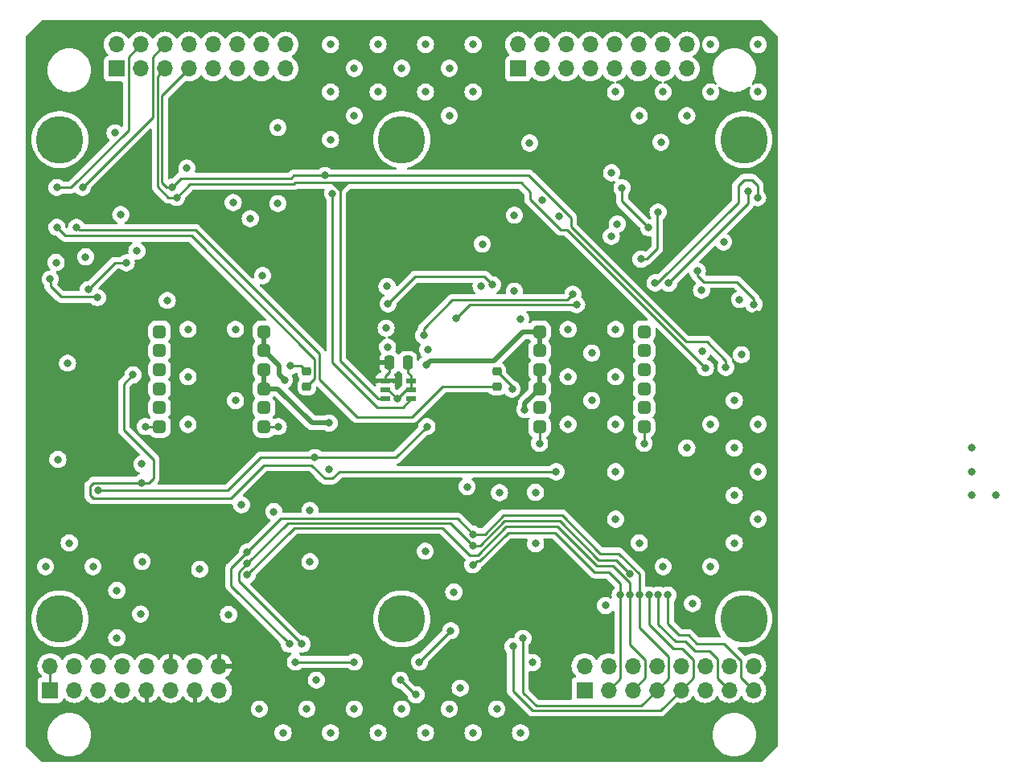
<source format=gbr>
%TF.GenerationSoftware,KiCad,Pcbnew,7.0.11*%
%TF.CreationDate,2024-12-11T15:28:38-03:00*%
%TF.ProjectId,Placa_DetectorParticulas,506c6163-615f-4446-9574-6563746f7250,rev?*%
%TF.SameCoordinates,Original*%
%TF.FileFunction,Copper,L1,Top*%
%TF.FilePolarity,Positive*%
%FSLAX46Y46*%
G04 Gerber Fmt 4.6, Leading zero omitted, Abs format (unit mm)*
G04 Created by KiCad (PCBNEW 7.0.11) date 2024-12-11 15:28:38*
%MOMM*%
%LPD*%
G01*
G04 APERTURE LIST*
G04 Aperture macros list*
%AMRoundRect*
0 Rectangle with rounded corners*
0 $1 Rounding radius*
0 $2 $3 $4 $5 $6 $7 $8 $9 X,Y pos of 4 corners*
0 Add a 4 corners polygon primitive as box body*
4,1,4,$2,$3,$4,$5,$6,$7,$8,$9,$2,$3,0*
0 Add four circle primitives for the rounded corners*
1,1,$1+$1,$2,$3*
1,1,$1+$1,$4,$5*
1,1,$1+$1,$6,$7*
1,1,$1+$1,$8,$9*
0 Add four rect primitives between the rounded corners*
20,1,$1+$1,$2,$3,$4,$5,0*
20,1,$1+$1,$4,$5,$6,$7,0*
20,1,$1+$1,$6,$7,$8,$9,0*
20,1,$1+$1,$8,$9,$2,$3,0*%
G04 Aperture macros list end*
%TA.AperFunction,ComponentPad*%
%ADD10R,1.700000X1.700000*%
%TD*%
%TA.AperFunction,ComponentPad*%
%ADD11O,1.700000X1.700000*%
%TD*%
%TA.AperFunction,SMDPad,CuDef*%
%ADD12R,0.977900X0.558800*%
%TD*%
%TA.AperFunction,SMDPad,CuDef*%
%ADD13RoundRect,0.218750X-0.256250X0.218750X-0.256250X-0.218750X0.256250X-0.218750X0.256250X0.218750X0*%
%TD*%
%TA.AperFunction,SMDPad,CuDef*%
%ADD14RoundRect,0.250000X-0.250000X-0.475000X0.250000X-0.475000X0.250000X0.475000X-0.250000X0.475000X0*%
%TD*%
%TA.AperFunction,ComponentPad*%
%ADD15C,5.000000*%
%TD*%
%TA.AperFunction,SMDPad,CuDef*%
%ADD16RoundRect,0.337500X-0.337500X-0.337500X0.337500X-0.337500X0.337500X0.337500X-0.337500X0.337500X0*%
%TD*%
%TA.AperFunction,ViaPad*%
%ADD17C,0.800000*%
%TD*%
%TA.AperFunction,Conductor*%
%ADD18C,0.500000*%
%TD*%
%TA.AperFunction,Conductor*%
%ADD19C,0.250000*%
%TD*%
G04 APERTURE END LIST*
D10*
%TO.P,J4,1,Pin_1*%
%TO.N,+3.3VP*%
X109220000Y-138000000D03*
D11*
%TO.P,J4,2,Pin_2*%
%TO.N,unconnected-(J4-Pin_2-Pad2)*%
X109220000Y-135460000D03*
%TO.P,J4,3,Pin_3*%
%TO.N,MAX2_nCS*%
X111760000Y-138000000D03*
%TO.P,J4,4,Pin_4*%
%TO.N,SPI3V_MAX2_nCS*%
X111760000Y-135460000D03*
%TO.P,J4,5,Pin_5*%
%TO.N,MAX1_nCS*%
X114300000Y-138000000D03*
%TO.P,J4,6,Pin_6*%
%TO.N,SPI3V_MAX1_nCS*%
X114300000Y-135460000D03*
%TO.P,J4,7,Pin_7*%
%TO.N,MAX1_MOSI*%
X116840000Y-138000000D03*
%TO.P,J4,8,Pin_8*%
%TO.N,SPI3V_MOSI*%
X116840000Y-135460000D03*
%TO.P,J4,9,Pin_9*%
%TO.N,MAX1_SCK*%
X119380000Y-138000000D03*
%TO.P,J4,10,Pin_10*%
%TO.N,SPI3V_SCK*%
X119380000Y-135460000D03*
%TO.P,J4,11,Pin_11*%
%TO.N,+3.3VP*%
X121920000Y-138000000D03*
%TO.P,J4,12,Pin_12*%
%TO.N,SPI3V_MISO*%
X121920000Y-135460000D03*
%TO.P,J4,13,Pin_13*%
%TO.N,DAC2_nCS*%
X124460000Y-138000000D03*
%TO.P,J4,14,Pin_14*%
%TO.N,SPI3V_DAC2_nCS*%
X124460000Y-135460000D03*
%TO.P,J4,15,Pin_15*%
%TO.N,DAC1_nCS*%
X127000000Y-138000000D03*
%TO.P,J4,16,Pin_16*%
%TO.N,SPI3V_DAC1_nCS*%
X127000000Y-135460000D03*
%TD*%
D12*
%TO.P,U14,1,SCL*%
%TO.N,I2C5V_SCL*%
X91000000Y-107300000D03*
%TO.P,U14,2,GND*%
%TO.N,GND*%
X91000000Y-106349999D03*
%TO.P,U14,3,ADD1*%
X91000000Y-105399998D03*
%TO.P,U14,4,V+*%
%TO.N,+5V*%
X88269500Y-105399998D03*
%TO.P,U14,5,ADD0*%
%TO.N,GND*%
X88269500Y-106349999D03*
%TO.P,U14,6,SDA*%
%TO.N,I2C5V_SDA*%
X88269500Y-107300000D03*
%TD*%
D13*
%TO.P,D3,1,K*%
%TO.N,GND*%
X80000000Y-104462500D03*
%TO.P,D3,2,A*%
%TO.N,Net-(D3-A)*%
X80000000Y-106037500D03*
%TD*%
D10*
%TO.P,J2,1,Pin_1*%
%TO.N,I2C3V_SDA*%
X60000000Y-72540000D03*
D11*
%TO.P,J2,2,Pin_2*%
%TO.N,+3.3VA*%
X60000000Y-70000000D03*
%TO.P,J2,3,Pin_3*%
%TO.N,I2C3V_SCL*%
X62540000Y-72540000D03*
%TO.P,J2,4,Pin_4*%
%TO.N,LED_SIPM1*%
X62540000Y-70000000D03*
%TO.P,J2,5,Pin_5*%
%TO.N,I2C5V_SDA*%
X65080000Y-72540000D03*
%TO.P,J2,6,Pin_6*%
%TO.N,LED_SIPM2*%
X65080000Y-70000000D03*
%TO.P,J2,7,Pin_7*%
%TO.N,I2C5V_SCL*%
X67620000Y-72540000D03*
%TO.P,J2,8,Pin_8*%
%TO.N,unconnected-(J2-Pin_8-Pad8)*%
X67620000Y-70000000D03*
%TO.P,J2,9,Pin_9*%
%TO.N,unconnected-(J2-Pin_9-Pad9)*%
X70160000Y-72540000D03*
%TO.P,J2,10,Pin_10*%
%TO.N,unconnected-(J2-Pin_10-Pad10)*%
X70160000Y-70000000D03*
%TO.P,J2,11,Pin_11*%
%TO.N,unconnected-(J2-Pin_11-Pad11)*%
X72700000Y-72540000D03*
%TO.P,J2,12,Pin_12*%
%TO.N,unconnected-(J2-Pin_12-Pad12)*%
X72700000Y-70000000D03*
%TO.P,J2,13,Pin_13*%
%TO.N,PULSO1_EXT*%
X75240000Y-72540000D03*
%TO.P,J2,14,Pin_14*%
%TO.N,PULSO1_SENSE*%
X75240000Y-70000000D03*
%TO.P,J2,15,Pin_15*%
%TO.N,VCurrOut1*%
X77780000Y-72540000D03*
%TO.P,J2,16,Pin_16*%
%TO.N,PULSO1_FOUT5V*%
X77780000Y-70000000D03*
%TD*%
D14*
%TO.P,C32,1*%
%TO.N,+5V*%
X88700000Y-103500000D03*
%TO.P,C32,2*%
%TO.N,GND*%
X90600000Y-103500000D03*
%TD*%
D15*
%TO.P,U17,1*%
%TO.N,unconnected-(U17-Pad1)*%
X54000000Y-80000000D03*
%TO.P,U17,2*%
%TO.N,unconnected-(U17-Pad2)*%
X90000000Y-80000000D03*
%TO.P,U17,3*%
%TO.N,unconnected-(U17-Pad3)*%
X126000000Y-80000000D03*
%TO.P,U17,4*%
%TO.N,unconnected-(U17-Pad4)*%
X54000000Y-130500000D03*
%TO.P,U17,5*%
%TO.N,unconnected-(U17-Pad5)*%
X90000000Y-130500000D03*
%TO.P,U17,6*%
%TO.N,unconnected-(U17-Pad6)*%
X126000000Y-130500000D03*
%TD*%
D13*
%TO.P,D4,1,K*%
%TO.N,GND*%
X100000000Y-104462500D03*
%TO.P,D4,2,A*%
%TO.N,Net-(D4-A)*%
X100000000Y-106037500D03*
%TD*%
D10*
%TO.P,J1,1,Pin_1*%
%TO.N,+3.3V*%
X53000000Y-138000000D03*
D11*
%TO.P,J1,2,Pin_2*%
X53000000Y-135460000D03*
%TO.P,J1,3,Pin_3*%
%TO.N,unconnected-(J1-Pin_3-Pad3)*%
X55540000Y-138000000D03*
%TO.P,J1,4,Pin_4*%
%TO.N,unconnected-(J1-Pin_4-Pad4)*%
X55540000Y-135460000D03*
%TO.P,J1,5,Pin_5*%
%TO.N,GND*%
X58080000Y-138000000D03*
%TO.P,J1,6,Pin_6*%
X58080000Y-135460000D03*
%TO.P,J1,7,Pin_7*%
%TO.N,MAX2_VSense*%
X60620000Y-138000000D03*
%TO.P,J1,8,Pin_8*%
%TO.N,MAX1_VSense*%
X60620000Y-135460000D03*
%TO.P,J1,9,Pin_9*%
%TO.N,+5V*%
X63160000Y-138000000D03*
%TO.P,J1,10,Pin_10*%
%TO.N,GND*%
X63160000Y-135460000D03*
%TO.P,J1,11,Pin_11*%
X65700000Y-138000000D03*
%TO.P,J1,12,Pin_12*%
%TO.N,+5V*%
X65700000Y-135460000D03*
%TO.P,J1,13,Pin_13*%
X68240000Y-138000000D03*
%TO.P,J1,14,Pin_14*%
%TO.N,GND*%
X68240000Y-135460000D03*
%TO.P,J1,15,Pin_15*%
X70780000Y-138000000D03*
%TO.P,J1,16,Pin_16*%
%TO.N,+5V*%
X70780000Y-135460000D03*
%TD*%
D10*
%TO.P,J3,1,Pin_1*%
%TO.N,VCurrOut2*%
X102220000Y-72540000D03*
D11*
%TO.P,J3,2,Pin_2*%
%TO.N,unconnected-(J3-Pin_2-Pad2)*%
X102220000Y-70000000D03*
%TO.P,J3,3,Pin_3*%
%TO.N,PULSO2_FOUT5V*%
X104760000Y-72540000D03*
%TO.P,J3,4,Pin_4*%
%TO.N,PULSO2_SENSE*%
X104760000Y-70000000D03*
%TO.P,J3,5,Pin_5*%
%TO.N,PULSO2_EXT*%
X107300000Y-72540000D03*
%TO.P,J3,6,Pin_6*%
%TO.N,unconnected-(J3-Pin_6-Pad6)*%
X107300000Y-70000000D03*
%TO.P,J3,7,Pin_7*%
%TO.N,unconnected-(J3-Pin_7-Pad7)*%
X109840000Y-72540000D03*
%TO.P,J3,8,Pin_8*%
%TO.N,unconnected-(J3-Pin_8-Pad8)*%
X109840000Y-70000000D03*
%TO.P,J3,9,Pin_9*%
%TO.N,GND*%
X112380000Y-72540000D03*
%TO.P,J3,10,Pin_10*%
%TO.N,unconnected-(J3-Pin_10-Pad10)*%
X112380000Y-70000000D03*
%TO.P,J3,11,Pin_11*%
%TO.N,GND*%
X114920000Y-72540000D03*
%TO.P,J3,12,Pin_12*%
%TO.N,unconnected-(J3-Pin_12-Pad12)*%
X114920000Y-70000000D03*
%TO.P,J3,13,Pin_13*%
%TO.N,unconnected-(J3-Pin_13-Pad13)*%
X117460000Y-72540000D03*
%TO.P,J3,14,Pin_14*%
%TO.N,unconnected-(J3-Pin_14-Pad14)*%
X117460000Y-70000000D03*
%TO.P,J3,15,Pin_15*%
%TO.N,unconnected-(J3-Pin_15-Pad15)*%
X120000000Y-72540000D03*
%TO.P,J3,16,Pin_16*%
%TO.N,unconnected-(J3-Pin_16-Pad16)*%
X120000000Y-70000000D03*
%TD*%
D16*
%TO.P,U15,1,Ca*%
%TO.N,unconnected-(U15-Ca-Pad1)*%
X64500000Y-100250000D03*
%TO.P,U15,2,Ca*%
%TO.N,unconnected-(U15-Ca-Pad2)*%
X64500000Y-102250000D03*
%TO.P,U15,3,An*%
%TO.N,unconnected-(U15-An-Pad3)*%
X64500000Y-104250000D03*
%TO.P,U15,4,An*%
%TO.N,unconnected-(U15-An-Pad4)*%
X64500000Y-106250000D03*
%TO.P,U15,5,Fo*%
%TO.N,unconnected-(U15-Fo-Pad5)*%
X64500000Y-108250000D03*
%TO.P,U15,6,Gnd*%
%TO.N,GND*%
X64500000Y-110250000D03*
%TO.P,U15,7,Gnd*%
X75500000Y-110250000D03*
%TO.P,U15,8,Fo*%
%TO.N,unconnected-(U15-Fo-Pad8)*%
X75500000Y-108250000D03*
%TO.P,U15,9,An*%
%TO.N,SIPM1_AN*%
X75500000Y-106250000D03*
%TO.P,U15,10,An*%
X75500000Y-104250000D03*
%TO.P,U15,11,Ca*%
%TO.N,SIPM1_CA*%
X75500000Y-102250000D03*
%TO.P,U15,12,Ca*%
X75500000Y-100250000D03*
%TD*%
%TO.P,U16,1,Ca*%
%TO.N,SIPM2_CA*%
X104500000Y-100250000D03*
%TO.P,U16,2,Ca*%
X104500000Y-102250000D03*
%TO.P,U16,3,An*%
%TO.N,SIPM2_AN*%
X104500000Y-104250000D03*
%TO.P,U16,4,An*%
X104500000Y-106250000D03*
%TO.P,U16,5,Fo*%
%TO.N,unconnected-(U16-Fo-Pad5)*%
X104500000Y-108250000D03*
%TO.P,U16,6,Gnd*%
%TO.N,GND*%
X104500000Y-110250000D03*
%TO.P,U16,7,Gnd*%
X115500000Y-110250000D03*
%TO.P,U16,8,Fo*%
%TO.N,unconnected-(U16-Fo-Pad8)*%
X115500000Y-108250000D03*
%TO.P,U16,9,An*%
%TO.N,unconnected-(U16-An-Pad9)*%
X115500000Y-106250000D03*
%TO.P,U16,10,An*%
%TO.N,unconnected-(U16-An-Pad10)*%
X115500000Y-104250000D03*
%TO.P,U16,11,Ca*%
%TO.N,unconnected-(U16-Ca-Pad11)*%
X115500000Y-102250000D03*
%TO.P,U16,12,Ca*%
%TO.N,unconnected-(U16-Ca-Pad12)*%
X115500000Y-100250000D03*
%TD*%
D17*
%TO.N,*%
X150000000Y-112500000D03*
X150000000Y-117500000D03*
X150000000Y-115000000D03*
X152500000Y-117500000D03*
%TO.N,SIPM1_CA*%
X77650000Y-105350000D03*
%TO.N,SIPM2_CA*%
X92550000Y-103775000D03*
%TO.N,SIPM1_AN*%
X82350252Y-109868876D03*
%TO.N,+5V*%
X60500000Y-112800000D03*
X100450000Y-86178800D03*
X102600000Y-102400000D03*
X70750000Y-89346200D03*
X89500252Y-105418876D03*
X118200000Y-126500000D03*
X97171700Y-87921700D03*
X99550000Y-135100000D03*
X87150001Y-92371700D03*
X120215998Y-107634000D03*
X102200000Y-92350000D03*
X108050000Y-85378800D03*
X106500000Y-103650000D03*
X100875000Y-123975000D03*
X110250000Y-120775000D03*
X76575000Y-82325000D03*
X119175000Y-90800000D03*
X106500000Y-101950000D03*
X118675000Y-83300000D03*
X85925000Y-122675000D03*
X54814674Y-98859400D03*
X126849998Y-93768000D03*
X78350000Y-88546200D03*
X62314674Y-98359400D03*
X61575001Y-83008600D03*
X77125000Y-125875000D03*
X127400000Y-98450000D03*
%TO.N,SIPM2_AN*%
X102950000Y-108450000D03*
%TO.N,VREF*%
X99550000Y-95300000D03*
X88550000Y-97300000D03*
%TO.N,Net-(U9-IN1-)*%
X127049998Y-97368000D03*
X121115998Y-93850000D03*
%TO.N,I2C5V_SDA*%
X66300000Y-86100000D03*
X121949998Y-104068000D03*
%TO.N,MAX2_VPol*%
X92300000Y-100650000D03*
X108000000Y-96300000D03*
X127450000Y-86125000D03*
X116650000Y-95100000D03*
%TO.N,VCurrPreAmp1*%
X53000000Y-94700000D03*
X57964674Y-96659400D03*
%TO.N,VCurrPreAmp2*%
X115175000Y-92600000D03*
X116975000Y-87650000D03*
%TO.N,MAX1_SCK*%
X97475000Y-122775000D03*
X116000000Y-128000000D03*
X101700000Y-133400000D03*
X73725000Y-124675000D03*
X113990000Y-125750000D03*
X79500000Y-133150000D03*
%TO.N,MAX1_MOSI*%
X115000000Y-128000000D03*
X102750000Y-132550002D03*
X78150000Y-133150000D03*
X97475000Y-121575000D03*
X73725000Y-123475000D03*
%TO.N,MAX1_nCS*%
X73725000Y-125875000D03*
X114000000Y-128000000D03*
%TO.N,MAX2_nCS*%
X113000000Y-128000000D03*
X97475000Y-124800000D03*
%TO.N,S2C-*%
X108400000Y-97400000D03*
X118087500Y-95137500D03*
X126475000Y-85440000D03*
X95700000Y-98850000D03*
%TO.N,I2C5V_SCL*%
X65825000Y-85000000D03*
X82700000Y-85700000D03*
X81900000Y-83800000D03*
X124100000Y-104000000D03*
%TO.N,V3.5REF*%
X58000000Y-116950000D03*
X92650000Y-110250000D03*
X80850252Y-113518876D03*
%TO.N,Net-(U3-IN2+)*%
X61000000Y-93000000D03*
X57000000Y-95800000D03*
%TO.N,Net-(U5-IN2+)*%
X115975000Y-89290000D03*
X113175000Y-85090000D03*
%TO.N,V0.6REF*%
X112500000Y-115000000D03*
X106250000Y-115000000D03*
X61700000Y-104800000D03*
X62650000Y-116150000D03*
%TO.N,GND*%
X62662500Y-124462500D03*
X107500000Y-100000000D03*
X107500000Y-105000000D03*
X85000000Y-140000000D03*
X104075000Y-117175000D03*
X104075000Y-122575000D03*
X71760500Y-130039499D03*
X88450001Y-95471700D03*
X57500000Y-125000000D03*
X77000000Y-110250000D03*
X75000000Y-140000000D03*
X125549998Y-96868000D03*
X60000000Y-132500000D03*
X122500000Y-75000000D03*
X120000000Y-77500000D03*
X87500000Y-70000000D03*
X53614674Y-92959400D03*
X121649998Y-102268000D03*
X95475000Y-127675000D03*
X95000000Y-77500000D03*
X112500000Y-105000000D03*
X63000000Y-110250000D03*
X59825000Y-79300000D03*
X122500000Y-110000000D03*
X102500000Y-98900000D03*
X101600000Y-106300000D03*
X82500000Y-80000000D03*
X120600001Y-128900001D03*
X76950000Y-86746200D03*
X117500000Y-125000000D03*
X121549998Y-95868000D03*
X82500000Y-142500000D03*
X112500000Y-110000000D03*
X125000000Y-117500000D03*
X111450000Y-129100000D03*
X54814674Y-103559400D03*
X90000000Y-140000000D03*
X88500000Y-101868876D03*
X75350000Y-94346200D03*
X81000000Y-136950000D03*
X90000000Y-72500000D03*
X92500000Y-142500000D03*
X112500000Y-100000000D03*
X80325000Y-119075000D03*
X62500000Y-130000000D03*
X107500000Y-110000000D03*
X88350001Y-99871700D03*
X100000000Y-140000000D03*
X125000000Y-122500000D03*
X68725000Y-125275000D03*
X101850000Y-95978800D03*
X97500000Y-70000000D03*
X80000000Y-140000000D03*
X56714674Y-92359400D03*
X115000000Y-122500000D03*
X65314674Y-96959400D03*
X122500000Y-70000000D03*
X95000000Y-140000000D03*
X98471700Y-91021700D03*
X112500000Y-75000000D03*
X82500000Y-70000000D03*
X62650000Y-114200000D03*
X98346700Y-95421700D03*
X123875000Y-90800000D03*
X74050000Y-88346200D03*
X92475000Y-123375000D03*
X87500000Y-75000000D03*
X97500000Y-75000000D03*
X89500252Y-107318876D03*
X82300252Y-114768876D03*
X112050000Y-90200000D03*
X55000000Y-122500000D03*
X67500000Y-100000000D03*
X115000000Y-77500000D03*
X106550000Y-88078800D03*
X115500000Y-112000000D03*
X76950000Y-78746200D03*
X112675000Y-88900000D03*
X112500000Y-120000000D03*
X72500000Y-107500000D03*
X80325000Y-124475000D03*
X87500000Y-142500000D03*
X102500000Y-142500000D03*
X104750000Y-86378800D03*
X117500000Y-75000000D03*
X120000000Y-112500000D03*
X85000000Y-77500000D03*
X67500000Y-110000000D03*
X53800000Y-113700000D03*
X122500000Y-125000000D03*
X97500000Y-142500000D03*
X112075000Y-83500000D03*
X96875000Y-116575000D03*
X52500000Y-125000000D03*
X125749998Y-102668000D03*
X125000000Y-107500000D03*
X82500000Y-75000000D03*
X103750000Y-135100000D03*
X92725126Y-102143400D03*
X127500000Y-75000000D03*
X125000000Y-112500000D03*
X72500000Y-100000000D03*
X96150000Y-137800000D03*
X67500000Y-105000000D03*
X85000000Y-72500000D03*
X60425000Y-87900000D03*
X127500000Y-115000000D03*
X73125000Y-118475000D03*
X104500000Y-112000000D03*
X78250252Y-103868876D03*
X72250000Y-86646200D03*
X92500000Y-70000000D03*
X100275000Y-117200000D03*
X101850000Y-87978800D03*
X127500000Y-120000000D03*
X127500000Y-70000000D03*
X77500000Y-142500000D03*
X92500000Y-75000000D03*
X110000000Y-102500000D03*
X103450000Y-80378800D03*
X117275000Y-80300000D03*
X76525000Y-119200000D03*
X62114674Y-91759400D03*
X110000000Y-107500000D03*
X127500000Y-110000000D03*
X95000000Y-72500000D03*
X60000000Y-127500000D03*
X67375001Y-83008600D03*
%TO.N,LED_SIPM1*%
X53700000Y-85050000D03*
%TO.N,LED_SIPM2*%
X56400000Y-85050000D03*
%TO.N,Net-(D3-A)*%
X53700000Y-89250000D03*
%TO.N,Net-(D4-A)*%
X55750000Y-89250000D03*
%TO.N,2.5VRef*%
X85000000Y-135050000D03*
X78800000Y-135050000D03*
X95150000Y-131750000D03*
X91850000Y-135050000D03*
%TO.N,DAC1_nCS*%
X91500000Y-138500000D03*
X118000000Y-128000000D03*
X89850000Y-136950000D03*
%TO.N,DAC2_nCS*%
X117000000Y-128000000D03*
%TD*%
D18*
%TO.N,SIPM1_CA*%
X75500000Y-102250000D02*
X77050000Y-103800000D01*
X75500000Y-102250000D02*
X75500000Y-100250000D01*
X77050000Y-104750000D02*
X77650000Y-105350000D01*
X77050000Y-103800000D02*
X77050000Y-104750000D01*
%TO.N,SIPM2_CA*%
X93025000Y-103300000D02*
X99700000Y-103300000D01*
X102750000Y-100250000D02*
X104500000Y-100250000D01*
X104500000Y-102250000D02*
X104500000Y-100250000D01*
X92550000Y-103775000D02*
X93025000Y-103300000D01*
X99700000Y-103300000D02*
X102750000Y-100250000D01*
%TO.N,SIPM1_AN*%
X75500000Y-104250000D02*
X75500000Y-106250000D01*
X75500000Y-106250000D02*
X76950000Y-106250000D01*
X76950000Y-106250000D02*
X80568876Y-109868876D01*
X80568876Y-109868876D02*
X82350252Y-109868876D01*
D19*
%TO.N,+5V*%
X88700000Y-104500000D02*
X88700000Y-103500000D01*
X88269500Y-105399998D02*
X88269500Y-104930500D01*
X88269500Y-104930500D02*
X88700000Y-104500000D01*
D18*
%TO.N,SIPM2_AN*%
X102950000Y-108450000D02*
X102950000Y-107800000D01*
X104500000Y-104250000D02*
X104500000Y-106250000D01*
X102950000Y-107800000D02*
X104500000Y-106250000D01*
D19*
%TO.N,VREF*%
X99550000Y-95300000D02*
X98700000Y-94450000D01*
X98700000Y-94450000D02*
X91400000Y-94450000D01*
X91400000Y-94450000D02*
X88550000Y-97300000D01*
%TO.N,Net-(U9-IN1-)*%
X121115998Y-93850000D02*
X121115998Y-94315998D01*
X127049998Y-96799998D02*
X127049998Y-97368000D01*
X121115998Y-94315998D02*
X121800000Y-95000000D01*
X121800000Y-95000000D02*
X125250000Y-95000000D01*
X125250000Y-95000000D02*
X127049998Y-96799998D01*
%TO.N,+3.3V*%
X53000000Y-135460000D02*
X53000000Y-138000000D01*
%TO.N,I2C5V_SDA*%
X83500000Y-85350000D02*
X84300000Y-84550000D01*
X103500000Y-86300000D02*
X103500000Y-85500000D01*
X67700000Y-84700000D02*
X78650000Y-84700000D01*
X84300000Y-84550000D02*
X82700000Y-84550000D01*
X65425000Y-86100000D02*
X64300000Y-84975000D01*
X83500000Y-103300000D02*
X83500000Y-85350000D01*
X87500000Y-107300000D02*
X88269500Y-107300000D01*
X64300000Y-73320000D02*
X65080000Y-72540000D01*
X83500000Y-85350000D02*
X82700000Y-84550000D01*
X78650000Y-84700000D02*
X78800000Y-84550000D01*
X103500000Y-85500000D02*
X102550000Y-84550000D01*
X66300000Y-86100000D02*
X65425000Y-86100000D01*
X107381998Y-89500000D02*
X106700000Y-89500000D01*
X83500000Y-103300000D02*
X87500000Y-107300000D01*
X66300000Y-86100000D02*
X67700000Y-84700000D01*
X78800000Y-84550000D02*
X82700000Y-84550000D01*
X102550000Y-84550000D02*
X84300000Y-84550000D01*
X64300000Y-84975000D02*
X64300000Y-73320000D01*
X106700000Y-89500000D02*
X103500000Y-86300000D01*
X121949998Y-104068000D02*
X107381998Y-89500000D01*
%TO.N,MAX2_VPol*%
X127450000Y-84850000D02*
X127450000Y-86125000D01*
X125400000Y-84875000D02*
X126025000Y-84250000D01*
X107375000Y-96925000D02*
X95325000Y-96925000D01*
X126850000Y-84250000D02*
X127450000Y-84850000D01*
X92300000Y-99950000D02*
X92300000Y-100650000D01*
X125400000Y-86600000D02*
X125400000Y-84875000D01*
X116900000Y-95100000D02*
X125400000Y-86600000D01*
X95325000Y-96925000D02*
X92300000Y-99950000D01*
X116650000Y-95100000D02*
X116900000Y-95100000D01*
X108000000Y-96300000D02*
X107375000Y-96925000D01*
X126025000Y-84250000D02*
X126850000Y-84250000D01*
%TO.N,VCurrPreAmp1*%
X53000000Y-94700000D02*
X53014674Y-95459400D01*
X54114674Y-96559400D02*
X57864674Y-96559400D01*
X53014674Y-95459400D02*
X54114674Y-96559400D01*
X57864674Y-96559400D02*
X57964674Y-96659400D01*
%TO.N,VCurrPreAmp2*%
X116875000Y-87750000D02*
X116975000Y-87650000D01*
X116875000Y-91500000D02*
X116875000Y-87750000D01*
X115175000Y-92600000D02*
X115775000Y-92600000D01*
X115775000Y-92600000D02*
X116875000Y-91500000D01*
%TO.N,MAX1_SCK*%
X101700000Y-138100000D02*
X103750000Y-140150000D01*
X79450000Y-133150000D02*
X79500000Y-133150000D01*
X117230000Y-140150000D02*
X119380000Y-138000000D01*
X118550000Y-133650000D02*
X119500000Y-133650000D01*
X120700000Y-134850000D02*
X120700000Y-136680000D01*
X100800000Y-120200000D02*
X98225000Y-122775000D01*
X116000000Y-128000000D02*
X116000000Y-131100000D01*
X72850000Y-125550000D02*
X72850000Y-126550000D01*
X106600000Y-120200000D02*
X100800000Y-120200000D01*
X112540000Y-124300000D02*
X110700000Y-124300000D01*
X73725000Y-124675000D02*
X78000000Y-120400000D01*
X79500000Y-133200000D02*
X79450000Y-133150000D01*
X110700000Y-124300000D02*
X106600000Y-120200000D01*
X119500000Y-133650000D02*
X120700000Y-134850000D01*
X72850000Y-126550000D02*
X79450000Y-133150000D01*
X101700000Y-133400000D02*
X101700000Y-138100000D01*
X103750000Y-140150000D02*
X117230000Y-140150000D01*
X98225000Y-122775000D02*
X97475000Y-122775000D01*
X116000000Y-131100000D02*
X118550000Y-133650000D01*
X120700000Y-136680000D02*
X119380000Y-138000000D01*
X73725000Y-124675000D02*
X72850000Y-125550000D01*
X113990000Y-125750000D02*
X112540000Y-124300000D01*
X78000000Y-120400000D02*
X95100000Y-120400000D01*
X95100000Y-120400000D02*
X97475000Y-122775000D01*
X79500000Y-133150000D02*
X79500000Y-133200000D01*
%TO.N,MAX1_MOSI*%
X115000000Y-125800000D02*
X115000000Y-128000000D01*
X78150000Y-133100000D02*
X78150000Y-133150000D01*
X98725000Y-121575000D02*
X100700000Y-119600000D01*
X118100000Y-134500000D02*
X118100000Y-136740000D01*
X102750000Y-132550002D02*
X102750000Y-138250000D01*
X110900000Y-123600000D02*
X112800000Y-123600000D01*
X115000000Y-131400000D02*
X118100000Y-134500000D01*
X78200000Y-133150000D02*
X78200000Y-133150000D01*
X73725000Y-123475000D02*
X72050000Y-125150000D01*
X78150000Y-133150000D02*
X78200000Y-133150000D01*
X115000000Y-128000000D02*
X115000000Y-131400000D01*
X118100000Y-136740000D02*
X116840000Y-138000000D01*
X97475000Y-121575000D02*
X98725000Y-121575000D01*
X104150000Y-139650000D02*
X115190000Y-139650000D01*
X95850000Y-119950000D02*
X97475000Y-121575000D01*
X72050000Y-127000000D02*
X78150000Y-133100000D01*
X102750000Y-138250000D02*
X104150000Y-139650000D01*
X73725000Y-123475000D02*
X77250000Y-119950000D01*
X77250000Y-119950000D02*
X95850000Y-119950000D01*
X115190000Y-139650000D02*
X116840000Y-138000000D01*
X72050000Y-125150000D02*
X72050000Y-127000000D01*
X112800000Y-123600000D02*
X115000000Y-125800000D01*
X106900000Y-119600000D02*
X110900000Y-123600000D01*
X100700000Y-119600000D02*
X106900000Y-119600000D01*
%TO.N,MAX1_nCS*%
X78700000Y-120900000D02*
X94250000Y-120900000D01*
X98000000Y-123800000D02*
X101000000Y-120800000D01*
X97150000Y-123800000D02*
X98000000Y-123800000D01*
X115600000Y-134800000D02*
X115600000Y-136700000D01*
X114000000Y-128000000D02*
X114000000Y-133200000D01*
X114000000Y-126700000D02*
X114000000Y-128000000D01*
X115600000Y-136700000D02*
X114300000Y-138000000D01*
X73725000Y-125875000D02*
X78700000Y-120900000D01*
X114000000Y-133200000D02*
X115600000Y-134800000D01*
X112200000Y-124900000D02*
X114000000Y-126700000D01*
X106400000Y-120800000D02*
X110500000Y-124900000D01*
X94250000Y-120900000D02*
X97150000Y-123800000D01*
X101000000Y-120800000D02*
X106400000Y-120800000D01*
X110500000Y-124900000D02*
X112200000Y-124900000D01*
%TO.N,MAX2_nCS*%
X111800000Y-125600000D02*
X110300000Y-125600000D01*
X113000000Y-128000000D02*
X113000000Y-126800000D01*
X113000000Y-136760000D02*
X111760000Y-138000000D01*
X98200000Y-124400000D02*
X97875000Y-124400000D01*
X113000000Y-128000000D02*
X113000000Y-136760000D01*
X97875000Y-124400000D02*
X97475000Y-124800000D01*
X110300000Y-125600000D02*
X106100000Y-121400000D01*
X113000000Y-126800000D02*
X111800000Y-125600000D01*
X101200000Y-121400000D02*
X98200000Y-124400000D01*
X106100000Y-121400000D02*
X101200000Y-121400000D01*
%TO.N,S2C-*%
X126475000Y-86750000D02*
X126475000Y-85440000D01*
X97125000Y-97425000D02*
X108375000Y-97425000D01*
X95700000Y-98850000D02*
X97125000Y-97425000D01*
X108375000Y-97425000D02*
X108400000Y-97400000D01*
X118087500Y-95137500D02*
X126475000Y-86750000D01*
%TO.N,I2C5V_SCL*%
X82700000Y-103500000D02*
X87400000Y-108200000D01*
X65250000Y-85000000D02*
X64750000Y-84500000D01*
X65825000Y-85000000D02*
X65250000Y-85000000D01*
X78350000Y-84100000D02*
X66725000Y-84100000D01*
X78650000Y-83800000D02*
X78350000Y-84100000D01*
X124100000Y-103300000D02*
X124100000Y-104000000D01*
X64750000Y-75410000D02*
X67620000Y-72540000D01*
X103350000Y-83800000D02*
X107800000Y-88250000D01*
X81900000Y-83800000D02*
X103350000Y-83800000D01*
X82700000Y-85700000D02*
X82700000Y-103500000D01*
X64750000Y-84500000D02*
X64750000Y-75410000D01*
X107800000Y-89200000D02*
X119900000Y-101300000D01*
X90100000Y-108200000D02*
X91000000Y-107300000D01*
X87400000Y-108200000D02*
X90100000Y-108200000D01*
X81900000Y-83800000D02*
X78650000Y-83800000D01*
X119900000Y-101300000D02*
X122100000Y-101300000D01*
X107800000Y-88250000D02*
X107800000Y-89200000D01*
X66725000Y-84100000D02*
X65825000Y-85000000D01*
X122100000Y-101300000D02*
X124100000Y-103300000D01*
%TO.N,V3.5REF*%
X89381124Y-113518876D02*
X80850252Y-113518876D01*
X71700000Y-116950000D02*
X58000000Y-116950000D01*
X75131124Y-113518876D02*
X71700000Y-116950000D01*
X92650000Y-110250000D02*
X89381124Y-113518876D01*
X80850252Y-113518876D02*
X75131124Y-113518876D01*
%TO.N,Net-(U3-IN2+)*%
X61000000Y-93000000D02*
X59800000Y-93000000D01*
X59800000Y-93000000D02*
X57000000Y-95800000D01*
%TO.N,Net-(U5-IN2+)*%
X113175000Y-86490000D02*
X113175000Y-85090000D01*
X115975000Y-89290000D02*
X113175000Y-86490000D01*
%TO.N,V0.6REF*%
X75500000Y-114300000D02*
X72000000Y-117800000D01*
X57200000Y-117500000D02*
X57200000Y-116500000D01*
X83400000Y-115000000D02*
X82700000Y-115700000D01*
X60750000Y-105750000D02*
X61700000Y-104800000D01*
X82700000Y-115700000D02*
X81900000Y-115700000D01*
X72000000Y-117800000D02*
X57500000Y-117800000D01*
X57200000Y-116500000D02*
X57550000Y-116150000D01*
X57500000Y-117800000D02*
X57200000Y-117500000D01*
X106250000Y-115000000D02*
X83400000Y-115000000D01*
X63850000Y-115700000D02*
X63850000Y-113700000D01*
X62650000Y-116150000D02*
X63400000Y-116150000D01*
X60750000Y-110600000D02*
X60750000Y-105750000D01*
X63400000Y-116150000D02*
X63850000Y-115700000D01*
X62950000Y-112800000D02*
X60750000Y-110600000D01*
X57550000Y-116150000D02*
X62650000Y-116150000D01*
X63850000Y-113700000D02*
X62950000Y-112800000D01*
X80500000Y-114300000D02*
X75500000Y-114300000D01*
X81900000Y-115700000D02*
X80500000Y-114300000D01*
%TO.N,GND*%
X101600000Y-106300000D02*
X101600000Y-106062500D01*
X115500000Y-110250000D02*
X115500000Y-112000000D01*
X104500000Y-110250000D02*
X104500000Y-112000000D01*
X79406376Y-103868876D02*
X80000000Y-104462500D01*
X101600000Y-106062500D02*
X100000000Y-104462500D01*
X91000000Y-104900000D02*
X91000000Y-105399998D01*
X88531375Y-106349999D02*
X89500252Y-107318876D01*
X75500000Y-110250000D02*
X77000000Y-110250000D01*
X64500000Y-110250000D02*
X63000000Y-110250000D01*
X89500252Y-107318876D02*
X90469129Y-106349999D01*
X91000000Y-106349999D02*
X91000000Y-105399998D01*
X78250252Y-103868876D02*
X79406376Y-103868876D01*
X90600000Y-104500000D02*
X91000000Y-104900000D01*
X88269500Y-106349999D02*
X88531375Y-106349999D01*
X90600000Y-103500000D02*
X90600000Y-104500000D01*
X90469129Y-106349999D02*
X91000000Y-106349999D01*
%TO.N,LED_SIPM1*%
X62540000Y-70000000D02*
X61250000Y-71290000D01*
X55200000Y-85050000D02*
X53700000Y-85050000D01*
X61250000Y-71290000D02*
X61250000Y-79000000D01*
X61250000Y-79000000D02*
X55200000Y-85050000D01*
%TO.N,LED_SIPM2*%
X65080000Y-70000000D02*
X63775000Y-71305000D01*
X63775000Y-71305000D02*
X63775000Y-77675000D01*
X63775000Y-77675000D02*
X56400000Y-85050000D01*
%TO.N,Net-(D3-A)*%
X80000000Y-106037500D02*
X80850000Y-105187500D01*
X80850000Y-105187500D02*
X80850000Y-103150000D01*
X67850000Y-90150000D02*
X54600000Y-90150000D01*
X54600000Y-90150000D02*
X53700000Y-89250000D01*
X80850000Y-103150000D02*
X67850000Y-90150000D01*
%TO.N,Net-(D4-A)*%
X56050000Y-89550000D02*
X55750000Y-89250000D01*
X94312500Y-106037500D02*
X91100000Y-109250000D01*
X81300000Y-105250000D02*
X81300000Y-102550000D01*
X55750000Y-89250000D02*
X55800000Y-89300000D01*
X68300000Y-89550000D02*
X56050000Y-89550000D01*
X85300000Y-109250000D02*
X81300000Y-105250000D01*
X100000000Y-106037500D02*
X94312500Y-106037500D01*
X91100000Y-109250000D02*
X85300000Y-109250000D01*
X81300000Y-102550000D02*
X68300000Y-89550000D01*
%TO.N,2.5VRef*%
X85000000Y-135050000D02*
X78800000Y-135050000D01*
X91850000Y-135050000D02*
X95150000Y-131750000D01*
%TO.N,DAC1_nCS*%
X118000000Y-128000000D02*
X118000000Y-131000000D01*
X118000000Y-131000000D02*
X119200000Y-132200000D01*
X91400000Y-138500000D02*
X91500000Y-138500000D01*
X123925000Y-133100000D02*
X125700000Y-134875000D01*
X121050000Y-133100000D02*
X123925000Y-133100000D01*
X120150000Y-132200000D02*
X121050000Y-133100000D01*
X125700000Y-136700000D02*
X127000000Y-138000000D01*
X125700000Y-134875000D02*
X125700000Y-136700000D01*
X89850000Y-136950000D02*
X91400000Y-138500000D01*
X119200000Y-132200000D02*
X120150000Y-132200000D01*
%TO.N,DAC2_nCS*%
X118825000Y-132875000D02*
X117000000Y-131050000D01*
X117000000Y-131050000D02*
X117000000Y-128000000D01*
X122400000Y-133900000D02*
X120900000Y-133900000D01*
X120900000Y-133900000D02*
X119875000Y-132875000D01*
X123250000Y-136790000D02*
X123250000Y-134750000D01*
X119875000Y-132875000D02*
X118825000Y-132875000D01*
X123250000Y-134750000D02*
X122400000Y-133900000D01*
X124460000Y-138000000D02*
X123250000Y-136790000D01*
%TD*%
%TA.AperFunction,Conductor*%
%TO.N,I2C5V_SDA*%
G36*
X84067677Y-84569685D02*
G01*
X84113432Y-84622489D01*
X84123376Y-84691647D01*
X84094351Y-84755203D01*
X84088319Y-84761681D01*
X83638191Y-85211807D01*
X83576868Y-85245292D01*
X83507176Y-85240308D01*
X83451243Y-85198436D01*
X83443123Y-85186126D01*
X83439817Y-85180401D01*
X83432533Y-85167784D01*
X83305871Y-85027112D01*
X83305870Y-85027111D01*
X83152730Y-84915848D01*
X83017115Y-84855468D01*
X82979870Y-84829870D01*
X82911681Y-84761681D01*
X82878196Y-84700358D01*
X82883180Y-84630666D01*
X82925052Y-84574733D01*
X82990516Y-84550316D01*
X82999362Y-84550000D01*
X84000638Y-84550000D01*
X84067677Y-84569685D01*
G37*
%TD.AperFunction*%
%TD*%
%TA.AperFunction,Conductor*%
%TO.N,+5V*%
G36*
X127849784Y-67420185D02*
G01*
X127870426Y-67436819D01*
X129563181Y-69129573D01*
X129596666Y-69190896D01*
X129599500Y-69217254D01*
X129599500Y-143782745D01*
X129579815Y-143849784D01*
X129563181Y-143870426D01*
X127870426Y-145563181D01*
X127809103Y-145596666D01*
X127782745Y-145599500D01*
X52217254Y-145599500D01*
X52150215Y-145579815D01*
X52129573Y-145563181D01*
X50436819Y-143870426D01*
X50403334Y-143809103D01*
X50400500Y-143782745D01*
X50400500Y-142700000D01*
X52694564Y-142700000D01*
X52714287Y-143000918D01*
X52714288Y-143000930D01*
X52773118Y-143296683D01*
X52773122Y-143296698D01*
X52870053Y-143582247D01*
X52870062Y-143582268D01*
X53003431Y-143852713D01*
X53003435Y-143852720D01*
X53170973Y-144103459D01*
X53369810Y-144330189D01*
X53596540Y-144529026D01*
X53847279Y-144696564D01*
X53847286Y-144696568D01*
X54117731Y-144829937D01*
X54117736Y-144829939D01*
X54117748Y-144829945D01*
X54403309Y-144926880D01*
X54603251Y-144966651D01*
X54699069Y-144985711D01*
X54699070Y-144985711D01*
X54699080Y-144985713D01*
X55000000Y-145005436D01*
X55300920Y-144985713D01*
X55596691Y-144926880D01*
X55882252Y-144829945D01*
X56152718Y-144696566D01*
X56403461Y-144529025D01*
X56630189Y-144330189D01*
X56829025Y-144103461D01*
X56996566Y-143852718D01*
X57129945Y-143582252D01*
X57226880Y-143296691D01*
X57285713Y-143000920D01*
X57305436Y-142700000D01*
X57292328Y-142500000D01*
X76594540Y-142500000D01*
X76614326Y-142688256D01*
X76614327Y-142688259D01*
X76672818Y-142868277D01*
X76672821Y-142868284D01*
X76767467Y-143032216D01*
X76894129Y-143172888D01*
X77047265Y-143284148D01*
X77047270Y-143284151D01*
X77220192Y-143361142D01*
X77220197Y-143361144D01*
X77405354Y-143400500D01*
X77405355Y-143400500D01*
X77594644Y-143400500D01*
X77594646Y-143400500D01*
X77779803Y-143361144D01*
X77952730Y-143284151D01*
X78105871Y-143172888D01*
X78232533Y-143032216D01*
X78327179Y-142868284D01*
X78385674Y-142688256D01*
X78405460Y-142500000D01*
X81594540Y-142500000D01*
X81614326Y-142688256D01*
X81614327Y-142688259D01*
X81672818Y-142868277D01*
X81672821Y-142868284D01*
X81767467Y-143032216D01*
X81894129Y-143172888D01*
X82047265Y-143284148D01*
X82047270Y-143284151D01*
X82220192Y-143361142D01*
X82220197Y-143361144D01*
X82405354Y-143400500D01*
X82405355Y-143400500D01*
X82594644Y-143400500D01*
X82594646Y-143400500D01*
X82779803Y-143361144D01*
X82952730Y-143284151D01*
X83105871Y-143172888D01*
X83232533Y-143032216D01*
X83327179Y-142868284D01*
X83385674Y-142688256D01*
X83405460Y-142500000D01*
X86594540Y-142500000D01*
X86614326Y-142688256D01*
X86614327Y-142688259D01*
X86672818Y-142868277D01*
X86672821Y-142868284D01*
X86767467Y-143032216D01*
X86894129Y-143172888D01*
X87047265Y-143284148D01*
X87047270Y-143284151D01*
X87220192Y-143361142D01*
X87220197Y-143361144D01*
X87405354Y-143400500D01*
X87405355Y-143400500D01*
X87594644Y-143400500D01*
X87594646Y-143400500D01*
X87779803Y-143361144D01*
X87952730Y-143284151D01*
X88105871Y-143172888D01*
X88232533Y-143032216D01*
X88327179Y-142868284D01*
X88385674Y-142688256D01*
X88405460Y-142500000D01*
X91594540Y-142500000D01*
X91614326Y-142688256D01*
X91614327Y-142688259D01*
X91672818Y-142868277D01*
X91672821Y-142868284D01*
X91767467Y-143032216D01*
X91894129Y-143172888D01*
X92047265Y-143284148D01*
X92047270Y-143284151D01*
X92220192Y-143361142D01*
X92220197Y-143361144D01*
X92405354Y-143400500D01*
X92405355Y-143400500D01*
X92594644Y-143400500D01*
X92594646Y-143400500D01*
X92779803Y-143361144D01*
X92952730Y-143284151D01*
X93105871Y-143172888D01*
X93232533Y-143032216D01*
X93327179Y-142868284D01*
X93385674Y-142688256D01*
X93405460Y-142500000D01*
X96594540Y-142500000D01*
X96614326Y-142688256D01*
X96614327Y-142688259D01*
X96672818Y-142868277D01*
X96672821Y-142868284D01*
X96767467Y-143032216D01*
X96894129Y-143172888D01*
X97047265Y-143284148D01*
X97047270Y-143284151D01*
X97220192Y-143361142D01*
X97220197Y-143361144D01*
X97405354Y-143400500D01*
X97405355Y-143400500D01*
X97594644Y-143400500D01*
X97594646Y-143400500D01*
X97779803Y-143361144D01*
X97952730Y-143284151D01*
X98105871Y-143172888D01*
X98232533Y-143032216D01*
X98327179Y-142868284D01*
X98385674Y-142688256D01*
X98405460Y-142500000D01*
X101594540Y-142500000D01*
X101614326Y-142688256D01*
X101614327Y-142688259D01*
X101672818Y-142868277D01*
X101672821Y-142868284D01*
X101767467Y-143032216D01*
X101894129Y-143172888D01*
X102047265Y-143284148D01*
X102047270Y-143284151D01*
X102220192Y-143361142D01*
X102220197Y-143361144D01*
X102405354Y-143400500D01*
X102405355Y-143400500D01*
X102594644Y-143400500D01*
X102594646Y-143400500D01*
X102779803Y-143361144D01*
X102952730Y-143284151D01*
X103105871Y-143172888D01*
X103232533Y-143032216D01*
X103327179Y-142868284D01*
X103381858Y-142700000D01*
X122694564Y-142700000D01*
X122714287Y-143000918D01*
X122714288Y-143000930D01*
X122773118Y-143296683D01*
X122773122Y-143296698D01*
X122870053Y-143582247D01*
X122870062Y-143582268D01*
X123003431Y-143852713D01*
X123003435Y-143852720D01*
X123170973Y-144103459D01*
X123369810Y-144330189D01*
X123596540Y-144529026D01*
X123847279Y-144696564D01*
X123847286Y-144696568D01*
X124117731Y-144829937D01*
X124117736Y-144829939D01*
X124117748Y-144829945D01*
X124403309Y-144926880D01*
X124603251Y-144966651D01*
X124699069Y-144985711D01*
X124699070Y-144985711D01*
X124699080Y-144985713D01*
X125000000Y-145005436D01*
X125300920Y-144985713D01*
X125596691Y-144926880D01*
X125882252Y-144829945D01*
X126152718Y-144696566D01*
X126403461Y-144529025D01*
X126630189Y-144330189D01*
X126829025Y-144103461D01*
X126996566Y-143852718D01*
X127129945Y-143582252D01*
X127226880Y-143296691D01*
X127285713Y-143000920D01*
X127305436Y-142700000D01*
X127285713Y-142399080D01*
X127226880Y-142103309D01*
X127129945Y-141817748D01*
X126996566Y-141547282D01*
X126928002Y-141444669D01*
X126829026Y-141296540D01*
X126630189Y-141069810D01*
X126403459Y-140870973D01*
X126152720Y-140703435D01*
X126152713Y-140703431D01*
X125882268Y-140570062D01*
X125882247Y-140570053D01*
X125596698Y-140473122D01*
X125596692Y-140473120D01*
X125596691Y-140473120D01*
X125596689Y-140473119D01*
X125596683Y-140473118D01*
X125300930Y-140414288D01*
X125300921Y-140414287D01*
X125300920Y-140414287D01*
X125000000Y-140394564D01*
X124699080Y-140414287D01*
X124699079Y-140414287D01*
X124699069Y-140414288D01*
X124403316Y-140473118D01*
X124403301Y-140473122D01*
X124117752Y-140570053D01*
X124117731Y-140570062D01*
X123847286Y-140703431D01*
X123847279Y-140703435D01*
X123596540Y-140870973D01*
X123369810Y-141069810D01*
X123170973Y-141296540D01*
X123003435Y-141547279D01*
X123003431Y-141547286D01*
X122870062Y-141817731D01*
X122870053Y-141817752D01*
X122773122Y-142103301D01*
X122773118Y-142103316D01*
X122714288Y-142399069D01*
X122714287Y-142399079D01*
X122714287Y-142399080D01*
X122695334Y-142688256D01*
X122694564Y-142700000D01*
X103381858Y-142700000D01*
X103385674Y-142688256D01*
X103405460Y-142500000D01*
X103385674Y-142311744D01*
X103327179Y-142131716D01*
X103232533Y-141967784D01*
X103105871Y-141827112D01*
X103092983Y-141817748D01*
X102952734Y-141715851D01*
X102952729Y-141715848D01*
X102779807Y-141638857D01*
X102779802Y-141638855D01*
X102634001Y-141607865D01*
X102594646Y-141599500D01*
X102405354Y-141599500D01*
X102372897Y-141606398D01*
X102220197Y-141638855D01*
X102220192Y-141638857D01*
X102047270Y-141715848D01*
X102047265Y-141715851D01*
X101894129Y-141827111D01*
X101767466Y-141967785D01*
X101672821Y-142131715D01*
X101672818Y-142131722D01*
X101646373Y-142213113D01*
X101614326Y-142311744D01*
X101594540Y-142500000D01*
X98405460Y-142500000D01*
X98385674Y-142311744D01*
X98327179Y-142131716D01*
X98232533Y-141967784D01*
X98105871Y-141827112D01*
X98092983Y-141817748D01*
X97952734Y-141715851D01*
X97952729Y-141715848D01*
X97779807Y-141638857D01*
X97779802Y-141638855D01*
X97634001Y-141607865D01*
X97594646Y-141599500D01*
X97405354Y-141599500D01*
X97372897Y-141606398D01*
X97220197Y-141638855D01*
X97220192Y-141638857D01*
X97047270Y-141715848D01*
X97047265Y-141715851D01*
X96894129Y-141827111D01*
X96767466Y-141967785D01*
X96672821Y-142131715D01*
X96672818Y-142131722D01*
X96646373Y-142213113D01*
X96614326Y-142311744D01*
X96594540Y-142500000D01*
X93405460Y-142500000D01*
X93385674Y-142311744D01*
X93327179Y-142131716D01*
X93232533Y-141967784D01*
X93105871Y-141827112D01*
X93092983Y-141817748D01*
X92952734Y-141715851D01*
X92952729Y-141715848D01*
X92779807Y-141638857D01*
X92779802Y-141638855D01*
X92634001Y-141607865D01*
X92594646Y-141599500D01*
X92405354Y-141599500D01*
X92372897Y-141606398D01*
X92220197Y-141638855D01*
X92220192Y-141638857D01*
X92047270Y-141715848D01*
X92047265Y-141715851D01*
X91894129Y-141827111D01*
X91767466Y-141967785D01*
X91672821Y-142131715D01*
X91672818Y-142131722D01*
X91646373Y-142213113D01*
X91614326Y-142311744D01*
X91594540Y-142500000D01*
X88405460Y-142500000D01*
X88385674Y-142311744D01*
X88327179Y-142131716D01*
X88232533Y-141967784D01*
X88105871Y-141827112D01*
X88092983Y-141817748D01*
X87952734Y-141715851D01*
X87952729Y-141715848D01*
X87779807Y-141638857D01*
X87779802Y-141638855D01*
X87634001Y-141607865D01*
X87594646Y-141599500D01*
X87405354Y-141599500D01*
X87372897Y-141606398D01*
X87220197Y-141638855D01*
X87220192Y-141638857D01*
X87047270Y-141715848D01*
X87047265Y-141715851D01*
X86894129Y-141827111D01*
X86767466Y-141967785D01*
X86672821Y-142131715D01*
X86672818Y-142131722D01*
X86646373Y-142213113D01*
X86614326Y-142311744D01*
X86594540Y-142500000D01*
X83405460Y-142500000D01*
X83385674Y-142311744D01*
X83327179Y-142131716D01*
X83232533Y-141967784D01*
X83105871Y-141827112D01*
X83092983Y-141817748D01*
X82952734Y-141715851D01*
X82952729Y-141715848D01*
X82779807Y-141638857D01*
X82779802Y-141638855D01*
X82634001Y-141607865D01*
X82594646Y-141599500D01*
X82405354Y-141599500D01*
X82372897Y-141606398D01*
X82220197Y-141638855D01*
X82220192Y-141638857D01*
X82047270Y-141715848D01*
X82047265Y-141715851D01*
X81894129Y-141827111D01*
X81767466Y-141967785D01*
X81672821Y-142131715D01*
X81672818Y-142131722D01*
X81646373Y-142213113D01*
X81614326Y-142311744D01*
X81594540Y-142500000D01*
X78405460Y-142500000D01*
X78385674Y-142311744D01*
X78327179Y-142131716D01*
X78232533Y-141967784D01*
X78105871Y-141827112D01*
X78092983Y-141817748D01*
X77952734Y-141715851D01*
X77952729Y-141715848D01*
X77779807Y-141638857D01*
X77779802Y-141638855D01*
X77634001Y-141607865D01*
X77594646Y-141599500D01*
X77405354Y-141599500D01*
X77372897Y-141606398D01*
X77220197Y-141638855D01*
X77220192Y-141638857D01*
X77047270Y-141715848D01*
X77047265Y-141715851D01*
X76894129Y-141827111D01*
X76767466Y-141967785D01*
X76672821Y-142131715D01*
X76672818Y-142131722D01*
X76646373Y-142213113D01*
X76614326Y-142311744D01*
X76594540Y-142500000D01*
X57292328Y-142500000D01*
X57285713Y-142399080D01*
X57226880Y-142103309D01*
X57129945Y-141817748D01*
X56996566Y-141547282D01*
X56928002Y-141444669D01*
X56829026Y-141296540D01*
X56630189Y-141069810D01*
X56403459Y-140870973D01*
X56152720Y-140703435D01*
X56152713Y-140703431D01*
X55882268Y-140570062D01*
X55882247Y-140570053D01*
X55596698Y-140473122D01*
X55596692Y-140473120D01*
X55596691Y-140473120D01*
X55596689Y-140473119D01*
X55596683Y-140473118D01*
X55300930Y-140414288D01*
X55300921Y-140414287D01*
X55300920Y-140414287D01*
X55000000Y-140394564D01*
X54699080Y-140414287D01*
X54699079Y-140414287D01*
X54699069Y-140414288D01*
X54403316Y-140473118D01*
X54403301Y-140473122D01*
X54117752Y-140570053D01*
X54117731Y-140570062D01*
X53847286Y-140703431D01*
X53847279Y-140703435D01*
X53596540Y-140870973D01*
X53369810Y-141069810D01*
X53170973Y-141296540D01*
X53003435Y-141547279D01*
X53003431Y-141547286D01*
X52870062Y-141817731D01*
X52870053Y-141817752D01*
X52773122Y-142103301D01*
X52773118Y-142103316D01*
X52714288Y-142399069D01*
X52714287Y-142399079D01*
X52714287Y-142399080D01*
X52695334Y-142688256D01*
X52694564Y-142700000D01*
X50400500Y-142700000D01*
X50400500Y-140000000D01*
X74094540Y-140000000D01*
X74114326Y-140188256D01*
X74114327Y-140188259D01*
X74172818Y-140368277D01*
X74172821Y-140368284D01*
X74267467Y-140532216D01*
X74348824Y-140622572D01*
X74394129Y-140672888D01*
X74547265Y-140784148D01*
X74547270Y-140784151D01*
X74720192Y-140861142D01*
X74720197Y-140861144D01*
X74905354Y-140900500D01*
X74905355Y-140900500D01*
X75094644Y-140900500D01*
X75094646Y-140900500D01*
X75279803Y-140861144D01*
X75452730Y-140784151D01*
X75605871Y-140672888D01*
X75732533Y-140532216D01*
X75827179Y-140368284D01*
X75885674Y-140188256D01*
X75905460Y-140000000D01*
X79094540Y-140000000D01*
X79114326Y-140188256D01*
X79114327Y-140188259D01*
X79172818Y-140368277D01*
X79172821Y-140368284D01*
X79267467Y-140532216D01*
X79348824Y-140622572D01*
X79394129Y-140672888D01*
X79547265Y-140784148D01*
X79547270Y-140784151D01*
X79720192Y-140861142D01*
X79720197Y-140861144D01*
X79905354Y-140900500D01*
X79905355Y-140900500D01*
X80094644Y-140900500D01*
X80094646Y-140900500D01*
X80279803Y-140861144D01*
X80452730Y-140784151D01*
X80605871Y-140672888D01*
X80732533Y-140532216D01*
X80827179Y-140368284D01*
X80885674Y-140188256D01*
X80905460Y-140000000D01*
X84094540Y-140000000D01*
X84114326Y-140188256D01*
X84114327Y-140188259D01*
X84172818Y-140368277D01*
X84172821Y-140368284D01*
X84267467Y-140532216D01*
X84348824Y-140622572D01*
X84394129Y-140672888D01*
X84547265Y-140784148D01*
X84547270Y-140784151D01*
X84720192Y-140861142D01*
X84720197Y-140861144D01*
X84905354Y-140900500D01*
X84905355Y-140900500D01*
X85094644Y-140900500D01*
X85094646Y-140900500D01*
X85279803Y-140861144D01*
X85452730Y-140784151D01*
X85605871Y-140672888D01*
X85732533Y-140532216D01*
X85827179Y-140368284D01*
X85885674Y-140188256D01*
X85905460Y-140000000D01*
X89094540Y-140000000D01*
X89114326Y-140188256D01*
X89114327Y-140188259D01*
X89172818Y-140368277D01*
X89172821Y-140368284D01*
X89267467Y-140532216D01*
X89348824Y-140622572D01*
X89394129Y-140672888D01*
X89547265Y-140784148D01*
X89547270Y-140784151D01*
X89720192Y-140861142D01*
X89720197Y-140861144D01*
X89905354Y-140900500D01*
X89905355Y-140900500D01*
X90094644Y-140900500D01*
X90094646Y-140900500D01*
X90279803Y-140861144D01*
X90452730Y-140784151D01*
X90605871Y-140672888D01*
X90732533Y-140532216D01*
X90827179Y-140368284D01*
X90885674Y-140188256D01*
X90905460Y-140000000D01*
X94094540Y-140000000D01*
X94114326Y-140188256D01*
X94114327Y-140188259D01*
X94172818Y-140368277D01*
X94172821Y-140368284D01*
X94267467Y-140532216D01*
X94348824Y-140622572D01*
X94394129Y-140672888D01*
X94547265Y-140784148D01*
X94547270Y-140784151D01*
X94720192Y-140861142D01*
X94720197Y-140861144D01*
X94905354Y-140900500D01*
X94905355Y-140900500D01*
X95094644Y-140900500D01*
X95094646Y-140900500D01*
X95279803Y-140861144D01*
X95452730Y-140784151D01*
X95605871Y-140672888D01*
X95732533Y-140532216D01*
X95827179Y-140368284D01*
X95885674Y-140188256D01*
X95905460Y-140000000D01*
X99094540Y-140000000D01*
X99114326Y-140188256D01*
X99114327Y-140188259D01*
X99172818Y-140368277D01*
X99172821Y-140368284D01*
X99267467Y-140532216D01*
X99348824Y-140622572D01*
X99394129Y-140672888D01*
X99547265Y-140784148D01*
X99547270Y-140784151D01*
X99720192Y-140861142D01*
X99720197Y-140861144D01*
X99905354Y-140900500D01*
X99905355Y-140900500D01*
X100094644Y-140900500D01*
X100094646Y-140900500D01*
X100279803Y-140861144D01*
X100452730Y-140784151D01*
X100605871Y-140672888D01*
X100732533Y-140532216D01*
X100827179Y-140368284D01*
X100885674Y-140188256D01*
X100905460Y-140000000D01*
X100885674Y-139811744D01*
X100827179Y-139631716D01*
X100732533Y-139467784D01*
X100605871Y-139327112D01*
X100605870Y-139327111D01*
X100452734Y-139215851D01*
X100452729Y-139215848D01*
X100279807Y-139138857D01*
X100279802Y-139138855D01*
X100134001Y-139107865D01*
X100094646Y-139099500D01*
X99905354Y-139099500D01*
X99872897Y-139106398D01*
X99720197Y-139138855D01*
X99720192Y-139138857D01*
X99547270Y-139215848D01*
X99547265Y-139215851D01*
X99394129Y-139327111D01*
X99267466Y-139467785D01*
X99172821Y-139631715D01*
X99172818Y-139631722D01*
X99114327Y-139811740D01*
X99114326Y-139811744D01*
X99094540Y-140000000D01*
X95905460Y-140000000D01*
X95885674Y-139811744D01*
X95827179Y-139631716D01*
X95732533Y-139467784D01*
X95605871Y-139327112D01*
X95605870Y-139327111D01*
X95452734Y-139215851D01*
X95452729Y-139215848D01*
X95279807Y-139138857D01*
X95279802Y-139138855D01*
X95134001Y-139107865D01*
X95094646Y-139099500D01*
X94905354Y-139099500D01*
X94872897Y-139106398D01*
X94720197Y-139138855D01*
X94720192Y-139138857D01*
X94547270Y-139215848D01*
X94547265Y-139215851D01*
X94394129Y-139327111D01*
X94267466Y-139467785D01*
X94172821Y-139631715D01*
X94172818Y-139631722D01*
X94114327Y-139811740D01*
X94114326Y-139811744D01*
X94094540Y-140000000D01*
X90905460Y-140000000D01*
X90885674Y-139811744D01*
X90827179Y-139631716D01*
X90732533Y-139467784D01*
X90605871Y-139327112D01*
X90605870Y-139327111D01*
X90452734Y-139215851D01*
X90452729Y-139215848D01*
X90279807Y-139138857D01*
X90279802Y-139138855D01*
X90134001Y-139107865D01*
X90094646Y-139099500D01*
X89905354Y-139099500D01*
X89872897Y-139106398D01*
X89720197Y-139138855D01*
X89720192Y-139138857D01*
X89547270Y-139215848D01*
X89547265Y-139215851D01*
X89394129Y-139327111D01*
X89267466Y-139467785D01*
X89172821Y-139631715D01*
X89172818Y-139631722D01*
X89114327Y-139811740D01*
X89114326Y-139811744D01*
X89094540Y-140000000D01*
X85905460Y-140000000D01*
X85885674Y-139811744D01*
X85827179Y-139631716D01*
X85732533Y-139467784D01*
X85605871Y-139327112D01*
X85605870Y-139327111D01*
X85452734Y-139215851D01*
X85452729Y-139215848D01*
X85279807Y-139138857D01*
X85279802Y-139138855D01*
X85134001Y-139107865D01*
X85094646Y-139099500D01*
X84905354Y-139099500D01*
X84872897Y-139106398D01*
X84720197Y-139138855D01*
X84720192Y-139138857D01*
X84547270Y-139215848D01*
X84547265Y-139215851D01*
X84394129Y-139327111D01*
X84267466Y-139467785D01*
X84172821Y-139631715D01*
X84172818Y-139631722D01*
X84114327Y-139811740D01*
X84114326Y-139811744D01*
X84094540Y-140000000D01*
X80905460Y-140000000D01*
X80885674Y-139811744D01*
X80827179Y-139631716D01*
X80732533Y-139467784D01*
X80605871Y-139327112D01*
X80605870Y-139327111D01*
X80452734Y-139215851D01*
X80452729Y-139215848D01*
X80279807Y-139138857D01*
X80279802Y-139138855D01*
X80134001Y-139107865D01*
X80094646Y-139099500D01*
X79905354Y-139099500D01*
X79872897Y-139106398D01*
X79720197Y-139138855D01*
X79720192Y-139138857D01*
X79547270Y-139215848D01*
X79547265Y-139215851D01*
X79394129Y-139327111D01*
X79267466Y-139467785D01*
X79172821Y-139631715D01*
X79172818Y-139631722D01*
X79114327Y-139811740D01*
X79114326Y-139811744D01*
X79094540Y-140000000D01*
X75905460Y-140000000D01*
X75885674Y-139811744D01*
X75827179Y-139631716D01*
X75732533Y-139467784D01*
X75605871Y-139327112D01*
X75605870Y-139327111D01*
X75452734Y-139215851D01*
X75452729Y-139215848D01*
X75279807Y-139138857D01*
X75279802Y-139138855D01*
X75134001Y-139107865D01*
X75094646Y-139099500D01*
X74905354Y-139099500D01*
X74872897Y-139106398D01*
X74720197Y-139138855D01*
X74720192Y-139138857D01*
X74547270Y-139215848D01*
X74547265Y-139215851D01*
X74394129Y-139327111D01*
X74267466Y-139467785D01*
X74172821Y-139631715D01*
X74172818Y-139631722D01*
X74114327Y-139811740D01*
X74114326Y-139811744D01*
X74094540Y-140000000D01*
X50400500Y-140000000D01*
X50400500Y-135460000D01*
X51644341Y-135460000D01*
X51664936Y-135695403D01*
X51664938Y-135695413D01*
X51726094Y-135923655D01*
X51726096Y-135923659D01*
X51726097Y-135923663D01*
X51805801Y-136094588D01*
X51825965Y-136137830D01*
X51825967Y-136137834D01*
X51923491Y-136277111D01*
X51961504Y-136331400D01*
X51961506Y-136331402D01*
X52083430Y-136453326D01*
X52116915Y-136514649D01*
X52111931Y-136584341D01*
X52070059Y-136640274D01*
X52039083Y-136657189D01*
X51907669Y-136706203D01*
X51907664Y-136706206D01*
X51792455Y-136792452D01*
X51792452Y-136792455D01*
X51706206Y-136907664D01*
X51706202Y-136907671D01*
X51655908Y-137042517D01*
X51649501Y-137102116D01*
X51649500Y-137102135D01*
X51649500Y-138897870D01*
X51649501Y-138897876D01*
X51655908Y-138957483D01*
X51706202Y-139092328D01*
X51706206Y-139092335D01*
X51792452Y-139207544D01*
X51792455Y-139207547D01*
X51907664Y-139293793D01*
X51907671Y-139293797D01*
X52042517Y-139344091D01*
X52042516Y-139344091D01*
X52049444Y-139344835D01*
X52102127Y-139350500D01*
X53897872Y-139350499D01*
X53957483Y-139344091D01*
X54092331Y-139293796D01*
X54207546Y-139207546D01*
X54293796Y-139092331D01*
X54342810Y-138960916D01*
X54384681Y-138904984D01*
X54450145Y-138880566D01*
X54518418Y-138895417D01*
X54546673Y-138916569D01*
X54668599Y-139038495D01*
X54755723Y-139099500D01*
X54862165Y-139174032D01*
X54862167Y-139174033D01*
X54862170Y-139174035D01*
X55076337Y-139273903D01*
X55076343Y-139273904D01*
X55076344Y-139273905D01*
X55131285Y-139288626D01*
X55304592Y-139335063D01*
X55481034Y-139350500D01*
X55539999Y-139355659D01*
X55540000Y-139355659D01*
X55540001Y-139355659D01*
X55598966Y-139350500D01*
X55775408Y-139335063D01*
X56003663Y-139273903D01*
X56217830Y-139174035D01*
X56411401Y-139038495D01*
X56578495Y-138871401D01*
X56708425Y-138685842D01*
X56763002Y-138642217D01*
X56832500Y-138635023D01*
X56894855Y-138666546D01*
X56911575Y-138685842D01*
X57041500Y-138871395D01*
X57041505Y-138871401D01*
X57208599Y-139038495D01*
X57295723Y-139099500D01*
X57402165Y-139174032D01*
X57402167Y-139174033D01*
X57402170Y-139174035D01*
X57616337Y-139273903D01*
X57616343Y-139273904D01*
X57616344Y-139273905D01*
X57671285Y-139288626D01*
X57844592Y-139335063D01*
X58021034Y-139350500D01*
X58079999Y-139355659D01*
X58080000Y-139355659D01*
X58080001Y-139355659D01*
X58138966Y-139350500D01*
X58315408Y-139335063D01*
X58543663Y-139273903D01*
X58757830Y-139174035D01*
X58951401Y-139038495D01*
X59118495Y-138871401D01*
X59248425Y-138685842D01*
X59303002Y-138642217D01*
X59372500Y-138635023D01*
X59434855Y-138666546D01*
X59451575Y-138685842D01*
X59581500Y-138871395D01*
X59581505Y-138871401D01*
X59748599Y-139038495D01*
X59835723Y-139099500D01*
X59942165Y-139174032D01*
X59942167Y-139174033D01*
X59942170Y-139174035D01*
X60156337Y-139273903D01*
X60156343Y-139273904D01*
X60156344Y-139273905D01*
X60211285Y-139288626D01*
X60384592Y-139335063D01*
X60561034Y-139350500D01*
X60619999Y-139355659D01*
X60620000Y-139355659D01*
X60620001Y-139355659D01*
X60678966Y-139350500D01*
X60855408Y-139335063D01*
X61083663Y-139273903D01*
X61297830Y-139174035D01*
X61491401Y-139038495D01*
X61658495Y-138871401D01*
X61788730Y-138685405D01*
X61843307Y-138641781D01*
X61912805Y-138634587D01*
X61975160Y-138666110D01*
X61991879Y-138685405D01*
X62121890Y-138871078D01*
X62288917Y-139038105D01*
X62482421Y-139173600D01*
X62696507Y-139273429D01*
X62696516Y-139273433D01*
X62910000Y-139330634D01*
X62910000Y-138435501D01*
X63017685Y-138484680D01*
X63124237Y-138500000D01*
X63195763Y-138500000D01*
X63302315Y-138484680D01*
X63410000Y-138435501D01*
X63410000Y-139330633D01*
X63623483Y-139273433D01*
X63623492Y-139273429D01*
X63837578Y-139173600D01*
X64031082Y-139038105D01*
X64198105Y-138871082D01*
X64328119Y-138685405D01*
X64382696Y-138641781D01*
X64452195Y-138634588D01*
X64514549Y-138666110D01*
X64531269Y-138685405D01*
X64661505Y-138871401D01*
X64828599Y-139038495D01*
X64915723Y-139099500D01*
X65022165Y-139174032D01*
X65022167Y-139174033D01*
X65022170Y-139174035D01*
X65236337Y-139273903D01*
X65236343Y-139273904D01*
X65236344Y-139273905D01*
X65291285Y-139288626D01*
X65464592Y-139335063D01*
X65641034Y-139350500D01*
X65699999Y-139355659D01*
X65700000Y-139355659D01*
X65700001Y-139355659D01*
X65758966Y-139350500D01*
X65935408Y-139335063D01*
X66163663Y-139273903D01*
X66377830Y-139174035D01*
X66571401Y-139038495D01*
X66738495Y-138871401D01*
X66868730Y-138685405D01*
X66923307Y-138641781D01*
X66992805Y-138634587D01*
X67055160Y-138666110D01*
X67071879Y-138685405D01*
X67201890Y-138871078D01*
X67368917Y-139038105D01*
X67562421Y-139173600D01*
X67776507Y-139273429D01*
X67776516Y-139273433D01*
X67990000Y-139330634D01*
X67990000Y-138435501D01*
X68097685Y-138484680D01*
X68204237Y-138500000D01*
X68275763Y-138500000D01*
X68382315Y-138484680D01*
X68490000Y-138435501D01*
X68490000Y-139330633D01*
X68703483Y-139273433D01*
X68703492Y-139273429D01*
X68917578Y-139173600D01*
X69111082Y-139038105D01*
X69278105Y-138871082D01*
X69408119Y-138685405D01*
X69462696Y-138641781D01*
X69532195Y-138634588D01*
X69594549Y-138666110D01*
X69611269Y-138685405D01*
X69741505Y-138871401D01*
X69908599Y-139038495D01*
X69995723Y-139099500D01*
X70102165Y-139174032D01*
X70102167Y-139174033D01*
X70102170Y-139174035D01*
X70316337Y-139273903D01*
X70316343Y-139273904D01*
X70316344Y-139273905D01*
X70371285Y-139288626D01*
X70544592Y-139335063D01*
X70721034Y-139350500D01*
X70779999Y-139355659D01*
X70780000Y-139355659D01*
X70780001Y-139355659D01*
X70838966Y-139350500D01*
X71015408Y-139335063D01*
X71243663Y-139273903D01*
X71457830Y-139174035D01*
X71651401Y-139038495D01*
X71818495Y-138871401D01*
X71954035Y-138677830D01*
X72053903Y-138463663D01*
X72115063Y-138235408D01*
X72135659Y-138000000D01*
X72132840Y-137967785D01*
X72119136Y-137811144D01*
X72115063Y-137764592D01*
X72053903Y-137536337D01*
X71954035Y-137322171D01*
X71951314Y-137318284D01*
X71818494Y-137128597D01*
X71651402Y-136961506D01*
X71651401Y-136961505D01*
X71634970Y-136950000D01*
X80094540Y-136950000D01*
X80114326Y-137138256D01*
X80114327Y-137138259D01*
X80172818Y-137318277D01*
X80172821Y-137318284D01*
X80267467Y-137482216D01*
X80351054Y-137575048D01*
X80394129Y-137622888D01*
X80547265Y-137734148D01*
X80547270Y-137734151D01*
X80720192Y-137811142D01*
X80720197Y-137811144D01*
X80905354Y-137850500D01*
X80905355Y-137850500D01*
X81094644Y-137850500D01*
X81094646Y-137850500D01*
X81279803Y-137811144D01*
X81452730Y-137734151D01*
X81605871Y-137622888D01*
X81732533Y-137482216D01*
X81827179Y-137318284D01*
X81885674Y-137138256D01*
X81905460Y-136950000D01*
X88944540Y-136950000D01*
X88964326Y-137138256D01*
X88964327Y-137138259D01*
X89022818Y-137318277D01*
X89022821Y-137318284D01*
X89117467Y-137482216D01*
X89201054Y-137575048D01*
X89244129Y-137622888D01*
X89397265Y-137734148D01*
X89397270Y-137734151D01*
X89570192Y-137811142D01*
X89570197Y-137811144D01*
X89755354Y-137850500D01*
X89814548Y-137850500D01*
X89881587Y-137870185D01*
X89902229Y-137886819D01*
X90572783Y-138557374D01*
X90606268Y-138618697D01*
X90608422Y-138632088D01*
X90614326Y-138688256D01*
X90614327Y-138688258D01*
X90614327Y-138688260D01*
X90672818Y-138868277D01*
X90672821Y-138868284D01*
X90767467Y-139032216D01*
X90863487Y-139138857D01*
X90894129Y-139172888D01*
X91047265Y-139284148D01*
X91047270Y-139284151D01*
X91220192Y-139361142D01*
X91220197Y-139361144D01*
X91405354Y-139400500D01*
X91405355Y-139400500D01*
X91594644Y-139400500D01*
X91594646Y-139400500D01*
X91779803Y-139361144D01*
X91952730Y-139284151D01*
X92105871Y-139172888D01*
X92232533Y-139032216D01*
X92327179Y-138868284D01*
X92385674Y-138688256D01*
X92405460Y-138500000D01*
X92385674Y-138311744D01*
X92327179Y-138131716D01*
X92232533Y-137967784D01*
X92105871Y-137827112D01*
X92083893Y-137811144D01*
X92068555Y-137800000D01*
X95244540Y-137800000D01*
X95264326Y-137988256D01*
X95264327Y-137988259D01*
X95322818Y-138168277D01*
X95322821Y-138168284D01*
X95417467Y-138332216D01*
X95522459Y-138448821D01*
X95544129Y-138472888D01*
X95697265Y-138584148D01*
X95697270Y-138584151D01*
X95870192Y-138661142D01*
X95870197Y-138661144D01*
X96055354Y-138700500D01*
X96055355Y-138700500D01*
X96244644Y-138700500D01*
X96244646Y-138700500D01*
X96429803Y-138661144D01*
X96602730Y-138584151D01*
X96755871Y-138472888D01*
X96882533Y-138332216D01*
X96977179Y-138168284D01*
X97035674Y-137988256D01*
X97055460Y-137800000D01*
X97035674Y-137611744D01*
X96977179Y-137431716D01*
X96882533Y-137267784D01*
X96755871Y-137127112D01*
X96734975Y-137111930D01*
X96602734Y-137015851D01*
X96602729Y-137015848D01*
X96429807Y-136938857D01*
X96429802Y-136938855D01*
X96283055Y-136907664D01*
X96244646Y-136899500D01*
X96055354Y-136899500D01*
X96022897Y-136906398D01*
X95870197Y-136938855D01*
X95870192Y-136938857D01*
X95697270Y-137015848D01*
X95697265Y-137015851D01*
X95544129Y-137127111D01*
X95417466Y-137267785D01*
X95322821Y-137431715D01*
X95322818Y-137431722D01*
X95280105Y-137563181D01*
X95264326Y-137611744D01*
X95244540Y-137800000D01*
X92068555Y-137800000D01*
X91952734Y-137715851D01*
X91952729Y-137715848D01*
X91779807Y-137638857D01*
X91779802Y-137638855D01*
X91612180Y-137603227D01*
X91594646Y-137599500D01*
X91435452Y-137599500D01*
X91368413Y-137579815D01*
X91347771Y-137563181D01*
X90788960Y-137004369D01*
X90755475Y-136943046D01*
X90753323Y-136929668D01*
X90735674Y-136761744D01*
X90677179Y-136581716D01*
X90582533Y-136417784D01*
X90455871Y-136277112D01*
X90455870Y-136277111D01*
X90302734Y-136165851D01*
X90302729Y-136165848D01*
X90129807Y-136088857D01*
X90129802Y-136088855D01*
X89984001Y-136057865D01*
X89944646Y-136049500D01*
X89755354Y-136049500D01*
X89722897Y-136056398D01*
X89570197Y-136088855D01*
X89570192Y-136088857D01*
X89397270Y-136165848D01*
X89397265Y-136165851D01*
X89244129Y-136277111D01*
X89117466Y-136417785D01*
X89022821Y-136581715D01*
X89022818Y-136581722D01*
X88967230Y-136752805D01*
X88964326Y-136761744D01*
X88944540Y-136950000D01*
X81905460Y-136950000D01*
X81885674Y-136761744D01*
X81827179Y-136581716D01*
X81732533Y-136417784D01*
X81605871Y-136277112D01*
X81605870Y-136277111D01*
X81452734Y-136165851D01*
X81452729Y-136165848D01*
X81279807Y-136088857D01*
X81279802Y-136088855D01*
X81134001Y-136057865D01*
X81094646Y-136049500D01*
X80905354Y-136049500D01*
X80872897Y-136056398D01*
X80720197Y-136088855D01*
X80720192Y-136088857D01*
X80547270Y-136165848D01*
X80547265Y-136165851D01*
X80394129Y-136277111D01*
X80267466Y-136417785D01*
X80172821Y-136581715D01*
X80172818Y-136581722D01*
X80117230Y-136752805D01*
X80114326Y-136761744D01*
X80094540Y-136950000D01*
X71634970Y-136950000D01*
X71476632Y-136839130D01*
X71465405Y-136831269D01*
X71421781Y-136776692D01*
X71414588Y-136707193D01*
X71446110Y-136644839D01*
X71465405Y-136628119D01*
X71651082Y-136498105D01*
X71818105Y-136331082D01*
X71953600Y-136137578D01*
X72053429Y-135923492D01*
X72053432Y-135923486D01*
X72110636Y-135710000D01*
X71213686Y-135710000D01*
X71239493Y-135669844D01*
X71280000Y-135531889D01*
X71280000Y-135388111D01*
X71239493Y-135250156D01*
X71213686Y-135210000D01*
X72110636Y-135210000D01*
X72110635Y-135209999D01*
X72053432Y-134996513D01*
X72053429Y-134996507D01*
X71953600Y-134782422D01*
X71953599Y-134782420D01*
X71818113Y-134588926D01*
X71818108Y-134588920D01*
X71651082Y-134421894D01*
X71457578Y-134286399D01*
X71243492Y-134186570D01*
X71243486Y-134186567D01*
X71030000Y-134129364D01*
X71030000Y-135024498D01*
X70922315Y-134975320D01*
X70815763Y-134960000D01*
X70744237Y-134960000D01*
X70637685Y-134975320D01*
X70530000Y-135024498D01*
X70530000Y-134129364D01*
X70529999Y-134129364D01*
X70316513Y-134186567D01*
X70316507Y-134186570D01*
X70102422Y-134286399D01*
X70102420Y-134286400D01*
X69908926Y-134421886D01*
X69908920Y-134421891D01*
X69741891Y-134588920D01*
X69741890Y-134588922D01*
X69611880Y-134774595D01*
X69557303Y-134818219D01*
X69487804Y-134825412D01*
X69425450Y-134793890D01*
X69408730Y-134774594D01*
X69278494Y-134588597D01*
X69111402Y-134421506D01*
X69111395Y-134421501D01*
X68917834Y-134285967D01*
X68917830Y-134285965D01*
X68895388Y-134275500D01*
X68703663Y-134186097D01*
X68703659Y-134186096D01*
X68703655Y-134186094D01*
X68475413Y-134124938D01*
X68475403Y-134124936D01*
X68240001Y-134104341D01*
X68239999Y-134104341D01*
X68004596Y-134124936D01*
X68004586Y-134124938D01*
X67776344Y-134186094D01*
X67776337Y-134186096D01*
X67776337Y-134186097D01*
X67770420Y-134188856D01*
X67562171Y-134285964D01*
X67562169Y-134285965D01*
X67368597Y-134421505D01*
X67201508Y-134588594D01*
X67071269Y-134774595D01*
X67016692Y-134818219D01*
X66947193Y-134825412D01*
X66884839Y-134793890D01*
X66868119Y-134774594D01*
X66738113Y-134588926D01*
X66738108Y-134588920D01*
X66571082Y-134421894D01*
X66377578Y-134286399D01*
X66163492Y-134186570D01*
X66163486Y-134186567D01*
X65950000Y-134129364D01*
X65950000Y-135024498D01*
X65842315Y-134975320D01*
X65735763Y-134960000D01*
X65664237Y-134960000D01*
X65557685Y-134975320D01*
X65450000Y-135024498D01*
X65450000Y-134129364D01*
X65449999Y-134129364D01*
X65236513Y-134186567D01*
X65236507Y-134186570D01*
X65022422Y-134286399D01*
X65022420Y-134286400D01*
X64828926Y-134421886D01*
X64828920Y-134421891D01*
X64661891Y-134588920D01*
X64661890Y-134588922D01*
X64531880Y-134774595D01*
X64477303Y-134818219D01*
X64407804Y-134825412D01*
X64345450Y-134793890D01*
X64328730Y-134774594D01*
X64198494Y-134588597D01*
X64031402Y-134421506D01*
X64031395Y-134421501D01*
X63837834Y-134285967D01*
X63837830Y-134285965D01*
X63815388Y-134275500D01*
X63623663Y-134186097D01*
X63623659Y-134186096D01*
X63623655Y-134186094D01*
X63395413Y-134124938D01*
X63395403Y-134124936D01*
X63160001Y-134104341D01*
X63159999Y-134104341D01*
X62924596Y-134124936D01*
X62924586Y-134124938D01*
X62696344Y-134186094D01*
X62696337Y-134186096D01*
X62696337Y-134186097D01*
X62690420Y-134188856D01*
X62482171Y-134285964D01*
X62482169Y-134285965D01*
X62288597Y-134421505D01*
X62121505Y-134588597D01*
X61991575Y-134774158D01*
X61936998Y-134817783D01*
X61867500Y-134824977D01*
X61805145Y-134793454D01*
X61788425Y-134774158D01*
X61658494Y-134588597D01*
X61491402Y-134421506D01*
X61491395Y-134421501D01*
X61297834Y-134285967D01*
X61297830Y-134285965D01*
X61275388Y-134275500D01*
X61083663Y-134186097D01*
X61083659Y-134186096D01*
X61083655Y-134186094D01*
X60855413Y-134124938D01*
X60855403Y-134124936D01*
X60620001Y-134104341D01*
X60619999Y-134104341D01*
X60384596Y-134124936D01*
X60384586Y-134124938D01*
X60156344Y-134186094D01*
X60156337Y-134186096D01*
X60156337Y-134186097D01*
X60150420Y-134188856D01*
X59942171Y-134285964D01*
X59942169Y-134285965D01*
X59748597Y-134421505D01*
X59581505Y-134588597D01*
X59451575Y-134774158D01*
X59396998Y-134817783D01*
X59327500Y-134824977D01*
X59265145Y-134793454D01*
X59248425Y-134774158D01*
X59118494Y-134588597D01*
X58951402Y-134421506D01*
X58951395Y-134421501D01*
X58757834Y-134285967D01*
X58757830Y-134285965D01*
X58735388Y-134275500D01*
X58543663Y-134186097D01*
X58543659Y-134186096D01*
X58543655Y-134186094D01*
X58315413Y-134124938D01*
X58315403Y-134124936D01*
X58080001Y-134104341D01*
X58079999Y-134104341D01*
X57844596Y-134124936D01*
X57844586Y-134124938D01*
X57616344Y-134186094D01*
X57616337Y-134186096D01*
X57616337Y-134186097D01*
X57610420Y-134188856D01*
X57402171Y-134285964D01*
X57402169Y-134285965D01*
X57208597Y-134421505D01*
X57041505Y-134588597D01*
X56911575Y-134774158D01*
X56856998Y-134817783D01*
X56787500Y-134824977D01*
X56725145Y-134793454D01*
X56708425Y-134774158D01*
X56578494Y-134588597D01*
X56411402Y-134421506D01*
X56411395Y-134421501D01*
X56217834Y-134285967D01*
X56217830Y-134285965D01*
X56195388Y-134275500D01*
X56003663Y-134186097D01*
X56003659Y-134186096D01*
X56003655Y-134186094D01*
X55775413Y-134124938D01*
X55775403Y-134124936D01*
X55540001Y-134104341D01*
X55539999Y-134104341D01*
X55304596Y-134124936D01*
X55304586Y-134124938D01*
X55076344Y-134186094D01*
X55076337Y-134186096D01*
X55076337Y-134186097D01*
X55070420Y-134188856D01*
X54862171Y-134285964D01*
X54862169Y-134285965D01*
X54668597Y-134421505D01*
X54501505Y-134588597D01*
X54371575Y-134774158D01*
X54316998Y-134817783D01*
X54247500Y-134824977D01*
X54185145Y-134793454D01*
X54168425Y-134774158D01*
X54038494Y-134588597D01*
X53871402Y-134421506D01*
X53871395Y-134421501D01*
X53677834Y-134285967D01*
X53677830Y-134285965D01*
X53655388Y-134275500D01*
X53463663Y-134186097D01*
X53463659Y-134186096D01*
X53463655Y-134186094D01*
X53235413Y-134124938D01*
X53235403Y-134124936D01*
X53000001Y-134104341D01*
X52999999Y-134104341D01*
X52764596Y-134124936D01*
X52764586Y-134124938D01*
X52536344Y-134186094D01*
X52536337Y-134186096D01*
X52536337Y-134186097D01*
X52530420Y-134188856D01*
X52322171Y-134285964D01*
X52322169Y-134285965D01*
X52128597Y-134421505D01*
X51961505Y-134588597D01*
X51825965Y-134782169D01*
X51825964Y-134782171D01*
X51726098Y-134996335D01*
X51726094Y-134996344D01*
X51664938Y-135224586D01*
X51664936Y-135224596D01*
X51644341Y-135459999D01*
X51644341Y-135460000D01*
X50400500Y-135460000D01*
X50400500Y-130500003D01*
X50994415Y-130500003D01*
X51014738Y-130848927D01*
X51014739Y-130848938D01*
X51075428Y-131193127D01*
X51075430Y-131193134D01*
X51175674Y-131527972D01*
X51314107Y-131848895D01*
X51314113Y-131848908D01*
X51488870Y-132151597D01*
X51697584Y-132431949D01*
X51697589Y-132431955D01*
X51761315Y-132499500D01*
X51937442Y-132686183D01*
X52113903Y-132834251D01*
X52205186Y-132910847D01*
X52205194Y-132910853D01*
X52497203Y-133102911D01*
X52497207Y-133102913D01*
X52809549Y-133259777D01*
X53137989Y-133379319D01*
X53478086Y-133459923D01*
X53825241Y-133500500D01*
X53825248Y-133500500D01*
X54174752Y-133500500D01*
X54174759Y-133500500D01*
X54521914Y-133459923D01*
X54862011Y-133379319D01*
X55190451Y-133259777D01*
X55502793Y-133102913D01*
X55794811Y-132910849D01*
X56062558Y-132686183D01*
X56238213Y-132500000D01*
X59094540Y-132500000D01*
X59114326Y-132688256D01*
X59114327Y-132688259D01*
X59172818Y-132868277D01*
X59172821Y-132868284D01*
X59267467Y-133032216D01*
X59387672Y-133165717D01*
X59394129Y-133172888D01*
X59547265Y-133284148D01*
X59547270Y-133284151D01*
X59720192Y-133361142D01*
X59720197Y-133361144D01*
X59905354Y-133400500D01*
X59905355Y-133400500D01*
X60094644Y-133400500D01*
X60094646Y-133400500D01*
X60279803Y-133361144D01*
X60452730Y-133284151D01*
X60605871Y-133172888D01*
X60732533Y-133032216D01*
X60827179Y-132868284D01*
X60885674Y-132688256D01*
X60905460Y-132500000D01*
X60885674Y-132311744D01*
X60827179Y-132131716D01*
X60732533Y-131967784D01*
X60605871Y-131827112D01*
X60605870Y-131827111D01*
X60452734Y-131715851D01*
X60452729Y-131715848D01*
X60279807Y-131638857D01*
X60279802Y-131638855D01*
X60127085Y-131606395D01*
X60094646Y-131599500D01*
X59905354Y-131599500D01*
X59872915Y-131606395D01*
X59720197Y-131638855D01*
X59720192Y-131638857D01*
X59547270Y-131715848D01*
X59547265Y-131715851D01*
X59394129Y-131827111D01*
X59267466Y-131967785D01*
X59172821Y-132131715D01*
X59172818Y-132131722D01*
X59121762Y-132288857D01*
X59114326Y-132311744D01*
X59094540Y-132500000D01*
X56238213Y-132500000D01*
X56302412Y-132431953D01*
X56511130Y-132151596D01*
X56685889Y-131848904D01*
X56824326Y-131527971D01*
X56924569Y-131193136D01*
X56985262Y-130848927D01*
X57005585Y-130500000D01*
X56985262Y-130151073D01*
X56958624Y-130000000D01*
X61594540Y-130000000D01*
X61614326Y-130188256D01*
X61614327Y-130188259D01*
X61672818Y-130368277D01*
X61672821Y-130368284D01*
X61767467Y-130532216D01*
X61894129Y-130672888D01*
X62047265Y-130784148D01*
X62047270Y-130784151D01*
X62220192Y-130861142D01*
X62220197Y-130861144D01*
X62405354Y-130900500D01*
X62405355Y-130900500D01*
X62594644Y-130900500D01*
X62594646Y-130900500D01*
X62779803Y-130861144D01*
X62952730Y-130784151D01*
X63105871Y-130672888D01*
X63232533Y-130532216D01*
X63327179Y-130368284D01*
X63385674Y-130188256D01*
X63401309Y-130039499D01*
X70855040Y-130039499D01*
X70874826Y-130227755D01*
X70874827Y-130227758D01*
X70933318Y-130407776D01*
X70933321Y-130407783D01*
X71027967Y-130571715D01*
X71119064Y-130672888D01*
X71154629Y-130712387D01*
X71307765Y-130823647D01*
X71307770Y-130823650D01*
X71480692Y-130900641D01*
X71480697Y-130900643D01*
X71665854Y-130939999D01*
X71665855Y-130939999D01*
X71855144Y-130939999D01*
X71855146Y-130939999D01*
X72040303Y-130900643D01*
X72213230Y-130823650D01*
X72366371Y-130712387D01*
X72493033Y-130571715D01*
X72587679Y-130407783D01*
X72646174Y-130227755D01*
X72665960Y-130039499D01*
X72646174Y-129851243D01*
X72587679Y-129671215D01*
X72493033Y-129507283D01*
X72366371Y-129366611D01*
X72366370Y-129366610D01*
X72213234Y-129255350D01*
X72213229Y-129255347D01*
X72040307Y-129178356D01*
X72040302Y-129178354D01*
X71894501Y-129147364D01*
X71855146Y-129138999D01*
X71665854Y-129138999D01*
X71633397Y-129145897D01*
X71480697Y-129178354D01*
X71480692Y-129178356D01*
X71307770Y-129255347D01*
X71307765Y-129255350D01*
X71154629Y-129366610D01*
X71027966Y-129507284D01*
X70933321Y-129671214D01*
X70933318Y-129671221D01*
X70889245Y-129806865D01*
X70874826Y-129851243D01*
X70855040Y-130039499D01*
X63401309Y-130039499D01*
X63405460Y-130000000D01*
X63385674Y-129811744D01*
X63331112Y-129643823D01*
X63327181Y-129631722D01*
X63327180Y-129631721D01*
X63327179Y-129631716D01*
X63232533Y-129467784D01*
X63105871Y-129327112D01*
X63105870Y-129327111D01*
X62952734Y-129215851D01*
X62952729Y-129215848D01*
X62779807Y-129138857D01*
X62779802Y-129138855D01*
X62634001Y-129107865D01*
X62594646Y-129099500D01*
X62405354Y-129099500D01*
X62372897Y-129106398D01*
X62220197Y-129138855D01*
X62220192Y-129138857D01*
X62047270Y-129215848D01*
X62047265Y-129215851D01*
X61894129Y-129327111D01*
X61767466Y-129467785D01*
X61672821Y-129631715D01*
X61672818Y-129631722D01*
X61615911Y-129806865D01*
X61614326Y-129811744D01*
X61594540Y-130000000D01*
X56958624Y-130000000D01*
X56951773Y-129961144D01*
X56924571Y-129806872D01*
X56924569Y-129806865D01*
X56914397Y-129772888D01*
X56824326Y-129472029D01*
X56685889Y-129151096D01*
X56547697Y-128911740D01*
X56511129Y-128848402D01*
X56302415Y-128568050D01*
X56302410Y-128568044D01*
X56169446Y-128427112D01*
X56062558Y-128313817D01*
X55894605Y-128172888D01*
X55794813Y-128089152D01*
X55794805Y-128089146D01*
X55502796Y-127897088D01*
X55190458Y-127740226D01*
X55190452Y-127740223D01*
X54862012Y-127620681D01*
X54862009Y-127620680D01*
X54521915Y-127540077D01*
X54478519Y-127535004D01*
X54179037Y-127500000D01*
X59094540Y-127500000D01*
X59114326Y-127688256D01*
X59114327Y-127688259D01*
X59172818Y-127868277D01*
X59172821Y-127868284D01*
X59267467Y-128032216D01*
X59394129Y-128172888D01*
X59547265Y-128284148D01*
X59547270Y-128284151D01*
X59720192Y-128361142D01*
X59720197Y-128361144D01*
X59905354Y-128400500D01*
X59905355Y-128400500D01*
X60094644Y-128400500D01*
X60094646Y-128400500D01*
X60279803Y-128361144D01*
X60452730Y-128284151D01*
X60605871Y-128172888D01*
X60732533Y-128032216D01*
X60827179Y-127868284D01*
X60885674Y-127688256D01*
X60905460Y-127500000D01*
X60885674Y-127311744D01*
X60827179Y-127131716D01*
X60732533Y-126967784D01*
X60605871Y-126827112D01*
X60587626Y-126813856D01*
X60452734Y-126715851D01*
X60452729Y-126715848D01*
X60279807Y-126638857D01*
X60279802Y-126638855D01*
X60134001Y-126607865D01*
X60094646Y-126599500D01*
X59905354Y-126599500D01*
X59872897Y-126606398D01*
X59720197Y-126638855D01*
X59720192Y-126638857D01*
X59547270Y-126715848D01*
X59547265Y-126715851D01*
X59394129Y-126827111D01*
X59267466Y-126967785D01*
X59172821Y-127131715D01*
X59172818Y-127131722D01*
X59114327Y-127311740D01*
X59114326Y-127311744D01*
X59094540Y-127500000D01*
X54179037Y-127500000D01*
X54174759Y-127499500D01*
X53825241Y-127499500D01*
X53521480Y-127535004D01*
X53478085Y-127540077D01*
X53478083Y-127540077D01*
X53137990Y-127620680D01*
X53137987Y-127620681D01*
X52809547Y-127740223D01*
X52809541Y-127740226D01*
X52497203Y-127897088D01*
X52205194Y-128089146D01*
X52205186Y-128089152D01*
X51937442Y-128313817D01*
X51937440Y-128313819D01*
X51697589Y-128568044D01*
X51697584Y-128568050D01*
X51488870Y-128848402D01*
X51314113Y-129151091D01*
X51314107Y-129151104D01*
X51175674Y-129472027D01*
X51075430Y-129806865D01*
X51075428Y-129806872D01*
X51014739Y-130151061D01*
X51014738Y-130151072D01*
X50994415Y-130499996D01*
X50994415Y-130500003D01*
X50400500Y-130500003D01*
X50400500Y-125000000D01*
X51594540Y-125000000D01*
X51614326Y-125188256D01*
X51614327Y-125188259D01*
X51672818Y-125368277D01*
X51672821Y-125368284D01*
X51767467Y-125532216D01*
X51883553Y-125661142D01*
X51894129Y-125672888D01*
X52047265Y-125784148D01*
X52047270Y-125784151D01*
X52220192Y-125861142D01*
X52220197Y-125861144D01*
X52405354Y-125900500D01*
X52405355Y-125900500D01*
X52594644Y-125900500D01*
X52594646Y-125900500D01*
X52779803Y-125861144D01*
X52952730Y-125784151D01*
X53105871Y-125672888D01*
X53232533Y-125532216D01*
X53327179Y-125368284D01*
X53385674Y-125188256D01*
X53405460Y-125000000D01*
X56594540Y-125000000D01*
X56614326Y-125188256D01*
X56614327Y-125188259D01*
X56672818Y-125368277D01*
X56672821Y-125368284D01*
X56767467Y-125532216D01*
X56883553Y-125661142D01*
X56894129Y-125672888D01*
X57047265Y-125784148D01*
X57047270Y-125784151D01*
X57220192Y-125861142D01*
X57220197Y-125861144D01*
X57405354Y-125900500D01*
X57405355Y-125900500D01*
X57594644Y-125900500D01*
X57594646Y-125900500D01*
X57779803Y-125861144D01*
X57952730Y-125784151D01*
X58105871Y-125672888D01*
X58232533Y-125532216D01*
X58327179Y-125368284D01*
X58385674Y-125188256D01*
X58405460Y-125000000D01*
X58385674Y-124811744D01*
X58327179Y-124631716D01*
X58232533Y-124467784D01*
X58227775Y-124462500D01*
X61757040Y-124462500D01*
X61776826Y-124650756D01*
X61776827Y-124650759D01*
X61835318Y-124830777D01*
X61835321Y-124830784D01*
X61929967Y-124994716D01*
X62034143Y-125110415D01*
X62056629Y-125135388D01*
X62209765Y-125246648D01*
X62209770Y-125246651D01*
X62382692Y-125323642D01*
X62382697Y-125323644D01*
X62567854Y-125363000D01*
X62567855Y-125363000D01*
X62757144Y-125363000D01*
X62757146Y-125363000D01*
X62942303Y-125323644D01*
X63051558Y-125275000D01*
X67819540Y-125275000D01*
X67839326Y-125463256D01*
X67839327Y-125463259D01*
X67897818Y-125643277D01*
X67897821Y-125643284D01*
X67992467Y-125807216D01*
X68060471Y-125882742D01*
X68119129Y-125947888D01*
X68272265Y-126059148D01*
X68272270Y-126059151D01*
X68445192Y-126136142D01*
X68445197Y-126136144D01*
X68630354Y-126175500D01*
X68630355Y-126175500D01*
X68819644Y-126175500D01*
X68819646Y-126175500D01*
X69004803Y-126136144D01*
X69177730Y-126059151D01*
X69330871Y-125947888D01*
X69457533Y-125807216D01*
X69552179Y-125643284D01*
X69610674Y-125463256D01*
X69630460Y-125275000D01*
X69615241Y-125130195D01*
X71419840Y-125130195D01*
X71423950Y-125173674D01*
X71424500Y-125185343D01*
X71424500Y-126917255D01*
X71422775Y-126932872D01*
X71423061Y-126932899D01*
X71422326Y-126940665D01*
X71424439Y-127007872D01*
X71424500Y-127011767D01*
X71424500Y-127039357D01*
X71425003Y-127043335D01*
X71425918Y-127054967D01*
X71427290Y-127098624D01*
X71427291Y-127098627D01*
X71432880Y-127117867D01*
X71436824Y-127136911D01*
X71437567Y-127142785D01*
X71439336Y-127156792D01*
X71455414Y-127197403D01*
X71459197Y-127208452D01*
X71471381Y-127250388D01*
X71481580Y-127267634D01*
X71490138Y-127285103D01*
X71497514Y-127303732D01*
X71523181Y-127339060D01*
X71529593Y-127348821D01*
X71551828Y-127386417D01*
X71551833Y-127386424D01*
X71565990Y-127400580D01*
X71578628Y-127415376D01*
X71590405Y-127431586D01*
X71590406Y-127431587D01*
X71624057Y-127459425D01*
X71632698Y-127467288D01*
X77209458Y-133044048D01*
X77242943Y-133105371D01*
X77245098Y-133144686D01*
X77244540Y-133150000D01*
X77264326Y-133338256D01*
X77264327Y-133338259D01*
X77322818Y-133518277D01*
X77322821Y-133518284D01*
X77417467Y-133682216D01*
X77544129Y-133822888D01*
X77697265Y-133934148D01*
X77697270Y-133934151D01*
X77870192Y-134011142D01*
X77870197Y-134011144D01*
X78055354Y-134050500D01*
X78055355Y-134050500D01*
X78244644Y-134050500D01*
X78244646Y-134050500D01*
X78244647Y-134050499D01*
X78250908Y-134049841D01*
X78319639Y-134062403D01*
X78370668Y-134110130D01*
X78387793Y-134177868D01*
X78365577Y-134244112D01*
X78336768Y-134273478D01*
X78194127Y-134377113D01*
X78067466Y-134517785D01*
X77972821Y-134681715D01*
X77972818Y-134681722D01*
X77928468Y-134818219D01*
X77914326Y-134861744D01*
X77894540Y-135050000D01*
X77914326Y-135238256D01*
X77914327Y-135238259D01*
X77972818Y-135418277D01*
X77972821Y-135418284D01*
X78067467Y-135582216D01*
X78164800Y-135690315D01*
X78194129Y-135722888D01*
X78347265Y-135834148D01*
X78347270Y-135834151D01*
X78520192Y-135911142D01*
X78520197Y-135911144D01*
X78705354Y-135950500D01*
X78705355Y-135950500D01*
X78894644Y-135950500D01*
X78894646Y-135950500D01*
X79079803Y-135911144D01*
X79252730Y-135834151D01*
X79405871Y-135722888D01*
X79408788Y-135719647D01*
X79411600Y-135716526D01*
X79471087Y-135679879D01*
X79503748Y-135675500D01*
X84296252Y-135675500D01*
X84363291Y-135695185D01*
X84388400Y-135716526D01*
X84394126Y-135722885D01*
X84394130Y-135722889D01*
X84547265Y-135834148D01*
X84547270Y-135834151D01*
X84720192Y-135911142D01*
X84720197Y-135911144D01*
X84905354Y-135950500D01*
X84905355Y-135950500D01*
X85094644Y-135950500D01*
X85094646Y-135950500D01*
X85279803Y-135911144D01*
X85452730Y-135834151D01*
X85605871Y-135722888D01*
X85732533Y-135582216D01*
X85827179Y-135418284D01*
X85885674Y-135238256D01*
X85905460Y-135050000D01*
X90944540Y-135050000D01*
X90964326Y-135238256D01*
X90964327Y-135238259D01*
X91022818Y-135418277D01*
X91022821Y-135418284D01*
X91117467Y-135582216D01*
X91214800Y-135690315D01*
X91244129Y-135722888D01*
X91397265Y-135834148D01*
X91397270Y-135834151D01*
X91570192Y-135911142D01*
X91570197Y-135911144D01*
X91755354Y-135950500D01*
X91755355Y-135950500D01*
X91944644Y-135950500D01*
X91944646Y-135950500D01*
X92129803Y-135911144D01*
X92302730Y-135834151D01*
X92455871Y-135722888D01*
X92582533Y-135582216D01*
X92677179Y-135418284D01*
X92735674Y-135238256D01*
X92753321Y-135070345D01*
X92779905Y-135005732D01*
X92788952Y-134995636D01*
X95097771Y-132686819D01*
X95159094Y-132653334D01*
X95185452Y-132650500D01*
X95244644Y-132650500D01*
X95244646Y-132650500D01*
X95429803Y-132611144D01*
X95602730Y-132534151D01*
X95755871Y-132422888D01*
X95882533Y-132282216D01*
X95977179Y-132118284D01*
X96035674Y-131938256D01*
X96055460Y-131750000D01*
X96035674Y-131561744D01*
X95977179Y-131381716D01*
X95882533Y-131217784D01*
X95755871Y-131077112D01*
X95755870Y-131077111D01*
X95602734Y-130965851D01*
X95602729Y-130965848D01*
X95429807Y-130888857D01*
X95429802Y-130888855D01*
X95284001Y-130857865D01*
X95244646Y-130849500D01*
X95055354Y-130849500D01*
X95022897Y-130856398D01*
X94870197Y-130888855D01*
X94870192Y-130888857D01*
X94697270Y-130965848D01*
X94697265Y-130965851D01*
X94544129Y-131077111D01*
X94417466Y-131217785D01*
X94322821Y-131381715D01*
X94322818Y-131381722D01*
X94275299Y-131527972D01*
X94264326Y-131561744D01*
X94261844Y-131585361D01*
X94246678Y-131729651D01*
X94220093Y-131794266D01*
X94211038Y-131804370D01*
X91902228Y-134113181D01*
X91840905Y-134146666D01*
X91814547Y-134149500D01*
X91755354Y-134149500D01*
X91750678Y-134150494D01*
X91570197Y-134188855D01*
X91570192Y-134188857D01*
X91397270Y-134265848D01*
X91397265Y-134265851D01*
X91244129Y-134377111D01*
X91117466Y-134517785D01*
X91022821Y-134681715D01*
X91022818Y-134681722D01*
X90978468Y-134818219D01*
X90964326Y-134861744D01*
X90944540Y-135050000D01*
X85905460Y-135050000D01*
X85885674Y-134861744D01*
X85827179Y-134681716D01*
X85732533Y-134517784D01*
X85605871Y-134377112D01*
X85605870Y-134377111D01*
X85452734Y-134265851D01*
X85452729Y-134265848D01*
X85279807Y-134188857D01*
X85279802Y-134188855D01*
X85099322Y-134150494D01*
X85094646Y-134149500D01*
X84905354Y-134149500D01*
X84900678Y-134150494D01*
X84720197Y-134188855D01*
X84720192Y-134188857D01*
X84547270Y-134265848D01*
X84547265Y-134265851D01*
X84394130Y-134377110D01*
X84394126Y-134377114D01*
X84388400Y-134383474D01*
X84328913Y-134420121D01*
X84296252Y-134424500D01*
X79503748Y-134424500D01*
X79436709Y-134404815D01*
X79411600Y-134383474D01*
X79405873Y-134377114D01*
X79405869Y-134377110D01*
X79273608Y-134281018D01*
X79252730Y-134265849D01*
X79252724Y-134265846D01*
X79251486Y-134265131D01*
X79250907Y-134264524D01*
X79247473Y-134262029D01*
X79247929Y-134261400D01*
X79203269Y-134214565D01*
X79190044Y-134145959D01*
X79216010Y-134081093D01*
X79272923Y-134040563D01*
X79339263Y-134036452D01*
X79405354Y-134050500D01*
X79405355Y-134050500D01*
X79594644Y-134050500D01*
X79594646Y-134050500D01*
X79779803Y-134011144D01*
X79952730Y-133934151D01*
X80105871Y-133822888D01*
X80232533Y-133682216D01*
X80327179Y-133518284D01*
X80385674Y-133338256D01*
X80405460Y-133150000D01*
X80385674Y-132961744D01*
X80327179Y-132781716D01*
X80232533Y-132617784D01*
X80105871Y-132477112D01*
X80072787Y-132453075D01*
X79952734Y-132365851D01*
X79952729Y-132365848D01*
X79779807Y-132288857D01*
X79779802Y-132288855D01*
X79634001Y-132257865D01*
X79594646Y-132249500D01*
X79594645Y-132249500D01*
X79485453Y-132249500D01*
X79418414Y-132229815D01*
X79397772Y-132213181D01*
X77684594Y-130500003D01*
X86994415Y-130500003D01*
X87014738Y-130848927D01*
X87014739Y-130848938D01*
X87075428Y-131193127D01*
X87075430Y-131193134D01*
X87175674Y-131527972D01*
X87314107Y-131848895D01*
X87314113Y-131848908D01*
X87488870Y-132151597D01*
X87697584Y-132431949D01*
X87697589Y-132431955D01*
X87761315Y-132499500D01*
X87937442Y-132686183D01*
X88113903Y-132834251D01*
X88205186Y-132910847D01*
X88205194Y-132910853D01*
X88497203Y-133102911D01*
X88497207Y-133102913D01*
X88809549Y-133259777D01*
X89137989Y-133379319D01*
X89478086Y-133459923D01*
X89825241Y-133500500D01*
X89825248Y-133500500D01*
X90174752Y-133500500D01*
X90174759Y-133500500D01*
X90521914Y-133459923D01*
X90862011Y-133379319D01*
X91190451Y-133259777D01*
X91502793Y-133102913D01*
X91794811Y-132910849D01*
X92062558Y-132686183D01*
X92302412Y-132431953D01*
X92511130Y-132151596D01*
X92685889Y-131848904D01*
X92824326Y-131527971D01*
X92924569Y-131193136D01*
X92985262Y-130848927D01*
X93005585Y-130500000D01*
X92985262Y-130151073D01*
X92951773Y-129961144D01*
X92924571Y-129806872D01*
X92924569Y-129806865D01*
X92914397Y-129772888D01*
X92824326Y-129472029D01*
X92685889Y-129151096D01*
X92547697Y-128911740D01*
X92511129Y-128848402D01*
X92302415Y-128568050D01*
X92302410Y-128568044D01*
X92169446Y-128427112D01*
X92062558Y-128313817D01*
X91894605Y-128172888D01*
X91794813Y-128089152D01*
X91794805Y-128089146D01*
X91502796Y-127897088D01*
X91190458Y-127740226D01*
X91190452Y-127740223D01*
X91011253Y-127675000D01*
X94569540Y-127675000D01*
X94589326Y-127863256D01*
X94589327Y-127863259D01*
X94647818Y-128043277D01*
X94647821Y-128043284D01*
X94742467Y-128207216D01*
X94811737Y-128284148D01*
X94869129Y-128347888D01*
X95022265Y-128459148D01*
X95022270Y-128459151D01*
X95195192Y-128536142D01*
X95195197Y-128536144D01*
X95380354Y-128575500D01*
X95380355Y-128575500D01*
X95569644Y-128575500D01*
X95569646Y-128575500D01*
X95754803Y-128536144D01*
X95927730Y-128459151D01*
X96080871Y-128347888D01*
X96207533Y-128207216D01*
X96302179Y-128043284D01*
X96360674Y-127863256D01*
X96380460Y-127675000D01*
X96360674Y-127486744D01*
X96302179Y-127306716D01*
X96207533Y-127142784D01*
X96080871Y-127002112D01*
X96033624Y-126967785D01*
X95927734Y-126890851D01*
X95927729Y-126890848D01*
X95754807Y-126813857D01*
X95754802Y-126813855D01*
X95609001Y-126782865D01*
X95569646Y-126774500D01*
X95380354Y-126774500D01*
X95347897Y-126781398D01*
X95195197Y-126813855D01*
X95195192Y-126813857D01*
X95022270Y-126890848D01*
X95022265Y-126890851D01*
X94869129Y-127002111D01*
X94742466Y-127142785D01*
X94647821Y-127306715D01*
X94647818Y-127306722D01*
X94595486Y-127467785D01*
X94589326Y-127486744D01*
X94569540Y-127675000D01*
X91011253Y-127675000D01*
X90862012Y-127620681D01*
X90862009Y-127620680D01*
X90521915Y-127540077D01*
X90478519Y-127535004D01*
X90174759Y-127499500D01*
X89825241Y-127499500D01*
X89521480Y-127535004D01*
X89478085Y-127540077D01*
X89478083Y-127540077D01*
X89137990Y-127620680D01*
X89137987Y-127620681D01*
X88809547Y-127740223D01*
X88809541Y-127740226D01*
X88497203Y-127897088D01*
X88205194Y-128089146D01*
X88205186Y-128089152D01*
X87937442Y-128313817D01*
X87937440Y-128313819D01*
X87697589Y-128568044D01*
X87697584Y-128568050D01*
X87488870Y-128848402D01*
X87314113Y-129151091D01*
X87314107Y-129151104D01*
X87175674Y-129472027D01*
X87075430Y-129806865D01*
X87075428Y-129806872D01*
X87014739Y-130151061D01*
X87014738Y-130151072D01*
X86994415Y-130499996D01*
X86994415Y-130500003D01*
X77684594Y-130500003D01*
X74074210Y-126889619D01*
X74040725Y-126828296D01*
X74045709Y-126758604D01*
X74087581Y-126702671D01*
X74111455Y-126688659D01*
X74124484Y-126682857D01*
X74177730Y-126659151D01*
X74330871Y-126547888D01*
X74457533Y-126407216D01*
X74552179Y-126243284D01*
X74610674Y-126063256D01*
X74628321Y-125895345D01*
X74654905Y-125830732D01*
X74663952Y-125820636D01*
X76009589Y-124475000D01*
X79419540Y-124475000D01*
X79439326Y-124663256D01*
X79439327Y-124663259D01*
X79497818Y-124843277D01*
X79497821Y-124843284D01*
X79592467Y-125007216D01*
X79685388Y-125110415D01*
X79719129Y-125147888D01*
X79872265Y-125259148D01*
X79872270Y-125259151D01*
X80045192Y-125336142D01*
X80045197Y-125336144D01*
X80230354Y-125375500D01*
X80230355Y-125375500D01*
X80419644Y-125375500D01*
X80419646Y-125375500D01*
X80604803Y-125336144D01*
X80777730Y-125259151D01*
X80930871Y-125147888D01*
X81057533Y-125007216D01*
X81152179Y-124843284D01*
X81210674Y-124663256D01*
X81230460Y-124475000D01*
X81210674Y-124286744D01*
X81152179Y-124106716D01*
X81057533Y-123942784D01*
X80930871Y-123802112D01*
X80930870Y-123802111D01*
X80777734Y-123690851D01*
X80777729Y-123690848D01*
X80604807Y-123613857D01*
X80604802Y-123613855D01*
X80459001Y-123582865D01*
X80419646Y-123574500D01*
X80230354Y-123574500D01*
X80197897Y-123581398D01*
X80045197Y-123613855D01*
X80045192Y-123613857D01*
X79872270Y-123690848D01*
X79872265Y-123690851D01*
X79719129Y-123802111D01*
X79592466Y-123942785D01*
X79497821Y-124106715D01*
X79497818Y-124106722D01*
X79442979Y-124275500D01*
X79439326Y-124286744D01*
X79419540Y-124475000D01*
X76009589Y-124475000D01*
X77109590Y-123375000D01*
X91569540Y-123375000D01*
X91589326Y-123563256D01*
X91589327Y-123563259D01*
X91647818Y-123743277D01*
X91647821Y-123743284D01*
X91742467Y-123907216D01*
X91774493Y-123942784D01*
X91869129Y-124047888D01*
X92022265Y-124159148D01*
X92022270Y-124159151D01*
X92195192Y-124236142D01*
X92195197Y-124236144D01*
X92380354Y-124275500D01*
X92380355Y-124275500D01*
X92569644Y-124275500D01*
X92569646Y-124275500D01*
X92754803Y-124236144D01*
X92927730Y-124159151D01*
X93080871Y-124047888D01*
X93207533Y-123907216D01*
X93302179Y-123743284D01*
X93360674Y-123563256D01*
X93380460Y-123375000D01*
X93360674Y-123186744D01*
X93302179Y-123006716D01*
X93207533Y-122842784D01*
X93080871Y-122702112D01*
X93065369Y-122690849D01*
X92927734Y-122590851D01*
X92927729Y-122590848D01*
X92754807Y-122513857D01*
X92754802Y-122513855D01*
X92609001Y-122482865D01*
X92569646Y-122474500D01*
X92380354Y-122474500D01*
X92347897Y-122481398D01*
X92195197Y-122513855D01*
X92195192Y-122513857D01*
X92022270Y-122590848D01*
X92022265Y-122590851D01*
X91869129Y-122702111D01*
X91742466Y-122842785D01*
X91647821Y-123006715D01*
X91647818Y-123006722D01*
X91593828Y-123172888D01*
X91589326Y-123186744D01*
X91569540Y-123375000D01*
X77109590Y-123375000D01*
X78922772Y-121561819D01*
X78984095Y-121528334D01*
X79010453Y-121525500D01*
X93939548Y-121525500D01*
X94006587Y-121545185D01*
X94027228Y-121561818D01*
X95403590Y-122938181D01*
X96649197Y-124183788D01*
X96659022Y-124196051D01*
X96659243Y-124195869D01*
X96664212Y-124201876D01*
X96667987Y-124205421D01*
X96703380Y-124265662D01*
X96700586Y-124335476D01*
X96690489Y-124357810D01*
X96647820Y-124431715D01*
X96589327Y-124611740D01*
X96589326Y-124611744D01*
X96569540Y-124800000D01*
X96589326Y-124988256D01*
X96589327Y-124988259D01*
X96647818Y-125168277D01*
X96647821Y-125168284D01*
X96742467Y-125332216D01*
X96849574Y-125451170D01*
X96869129Y-125472888D01*
X97022265Y-125584148D01*
X97022270Y-125584151D01*
X97195192Y-125661142D01*
X97195197Y-125661144D01*
X97380354Y-125700500D01*
X97380355Y-125700500D01*
X97569644Y-125700500D01*
X97569646Y-125700500D01*
X97754803Y-125661144D01*
X97927730Y-125584151D01*
X98080871Y-125472888D01*
X98207533Y-125332216D01*
X98256936Y-125246648D01*
X98302177Y-125168288D01*
X98302177Y-125168286D01*
X98302179Y-125168284D01*
X98334492Y-125068833D01*
X98373926Y-125011162D01*
X98417826Y-124988078D01*
X98450390Y-124978618D01*
X98467629Y-124968422D01*
X98485103Y-124959862D01*
X98503727Y-124952488D01*
X98503727Y-124952487D01*
X98503732Y-124952486D01*
X98539083Y-124926800D01*
X98548814Y-124920408D01*
X98586420Y-124898170D01*
X98600589Y-124883999D01*
X98615379Y-124871368D01*
X98631587Y-124859594D01*
X98659438Y-124825926D01*
X98667279Y-124817309D01*
X101422771Y-122061819D01*
X101484094Y-122028334D01*
X101510452Y-122025500D01*
X103137672Y-122025500D01*
X103204711Y-122045185D01*
X103250466Y-122097989D01*
X103260410Y-122167147D01*
X103248997Y-122200134D01*
X103250462Y-122200786D01*
X103247818Y-122206722D01*
X103213696Y-122311740D01*
X103189326Y-122386744D01*
X103169540Y-122575000D01*
X103189326Y-122763256D01*
X103189327Y-122763259D01*
X103247818Y-122943277D01*
X103247821Y-122943284D01*
X103342467Y-123107216D01*
X103429567Y-123203950D01*
X103469129Y-123247888D01*
X103622265Y-123359148D01*
X103622270Y-123359151D01*
X103795192Y-123436142D01*
X103795197Y-123436144D01*
X103980354Y-123475500D01*
X103980355Y-123475500D01*
X104169644Y-123475500D01*
X104169646Y-123475500D01*
X104354803Y-123436144D01*
X104527730Y-123359151D01*
X104680871Y-123247888D01*
X104807533Y-123107216D01*
X104902179Y-122943284D01*
X104960674Y-122763256D01*
X104980460Y-122575000D01*
X104960674Y-122386744D01*
X104902179Y-122206716D01*
X104902176Y-122206710D01*
X104899538Y-122200786D01*
X104902062Y-122199661D01*
X104888470Y-122143569D01*
X104911339Y-122077547D01*
X104966271Y-122034371D01*
X105012328Y-122025500D01*
X105789548Y-122025500D01*
X105856587Y-122045185D01*
X105877229Y-122061819D01*
X109799197Y-125983788D01*
X109809022Y-125996051D01*
X109809243Y-125995869D01*
X109814211Y-126001874D01*
X109863222Y-126047899D01*
X109866021Y-126050612D01*
X109885522Y-126070114D01*
X109885526Y-126070117D01*
X109885529Y-126070120D01*
X109888702Y-126072581D01*
X109897574Y-126080159D01*
X109929418Y-126110062D01*
X109946976Y-126119714D01*
X109963233Y-126130393D01*
X109979064Y-126142673D01*
X110008803Y-126155542D01*
X110019152Y-126160021D01*
X110029641Y-126165160D01*
X110048450Y-126175500D01*
X110067908Y-126186197D01*
X110080523Y-126189435D01*
X110087305Y-126191177D01*
X110105719Y-126197481D01*
X110124104Y-126205438D01*
X110167261Y-126212273D01*
X110178656Y-126214632D01*
X110220981Y-126225500D01*
X110241016Y-126225500D01*
X110260413Y-126227026D01*
X110280196Y-126230160D01*
X110323675Y-126226050D01*
X110335344Y-126225500D01*
X111489548Y-126225500D01*
X111556587Y-126245185D01*
X111577229Y-126261819D01*
X112338181Y-127022771D01*
X112371666Y-127084094D01*
X112374500Y-127110452D01*
X112374500Y-127301312D01*
X112354815Y-127368351D01*
X112342650Y-127384284D01*
X112267466Y-127467784D01*
X112172821Y-127631715D01*
X112172818Y-127631722D01*
X112114327Y-127811740D01*
X112114326Y-127811744D01*
X112094540Y-128000000D01*
X112114326Y-128188256D01*
X112114327Y-128188259D01*
X112116050Y-128193562D01*
X112118045Y-128263403D01*
X112081964Y-128323236D01*
X112019263Y-128354064D01*
X111949849Y-128346099D01*
X111925235Y-128332199D01*
X111902733Y-128315851D01*
X111902729Y-128315848D01*
X111729807Y-128238857D01*
X111729802Y-128238855D01*
X111580938Y-128207214D01*
X111544646Y-128199500D01*
X111355354Y-128199500D01*
X111322897Y-128206398D01*
X111170197Y-128238855D01*
X111170192Y-128238857D01*
X110997270Y-128315848D01*
X110997265Y-128315851D01*
X110844129Y-128427111D01*
X110717466Y-128567785D01*
X110622821Y-128731715D01*
X110622818Y-128731722D01*
X110564327Y-128911740D01*
X110564326Y-128911744D01*
X110544540Y-129100000D01*
X110564326Y-129288256D01*
X110564327Y-129288259D01*
X110622818Y-129468277D01*
X110622821Y-129468284D01*
X110717467Y-129632216D01*
X110764228Y-129684149D01*
X110844129Y-129772888D01*
X110997265Y-129884148D01*
X110997270Y-129884151D01*
X111170192Y-129961142D01*
X111170197Y-129961144D01*
X111355354Y-130000500D01*
X111355355Y-130000500D01*
X111544644Y-130000500D01*
X111544646Y-130000500D01*
X111729803Y-129961144D01*
X111902730Y-129884151D01*
X112055871Y-129772888D01*
X112158351Y-129659071D01*
X112217836Y-129622424D01*
X112287693Y-129623754D01*
X112345742Y-129662641D01*
X112373552Y-129726738D01*
X112374500Y-129742045D01*
X112374500Y-134064913D01*
X112354815Y-134131952D01*
X112302011Y-134177707D01*
X112232853Y-134187651D01*
X112218407Y-134184688D01*
X111995413Y-134124938D01*
X111995403Y-134124936D01*
X111760001Y-134104341D01*
X111759999Y-134104341D01*
X111524596Y-134124936D01*
X111524586Y-134124938D01*
X111296344Y-134186094D01*
X111296337Y-134186096D01*
X111296337Y-134186097D01*
X111290420Y-134188856D01*
X111082171Y-134285964D01*
X111082169Y-134285965D01*
X110888597Y-134421505D01*
X110721505Y-134588597D01*
X110591575Y-134774158D01*
X110536998Y-134817783D01*
X110467500Y-134824977D01*
X110405145Y-134793454D01*
X110388425Y-134774158D01*
X110258494Y-134588597D01*
X110091402Y-134421506D01*
X110091395Y-134421501D01*
X109897834Y-134285967D01*
X109897830Y-134285965D01*
X109875388Y-134275500D01*
X109683663Y-134186097D01*
X109683659Y-134186096D01*
X109683655Y-134186094D01*
X109455413Y-134124938D01*
X109455403Y-134124936D01*
X109220001Y-134104341D01*
X109219999Y-134104341D01*
X108984596Y-134124936D01*
X108984586Y-134124938D01*
X108756344Y-134186094D01*
X108756337Y-134186096D01*
X108756337Y-134186097D01*
X108750420Y-134188856D01*
X108542171Y-134285964D01*
X108542169Y-134285965D01*
X108348597Y-134421505D01*
X108181505Y-134588597D01*
X108045965Y-134782169D01*
X108045964Y-134782171D01*
X107946098Y-134996335D01*
X107946094Y-134996344D01*
X107884938Y-135224586D01*
X107884936Y-135224596D01*
X107864341Y-135459999D01*
X107864341Y-135460000D01*
X107884936Y-135695403D01*
X107884938Y-135695413D01*
X107946094Y-135923655D01*
X107946096Y-135923659D01*
X107946097Y-135923663D01*
X108025801Y-136094588D01*
X108045965Y-136137830D01*
X108045967Y-136137834D01*
X108143491Y-136277111D01*
X108181504Y-136331400D01*
X108181506Y-136331402D01*
X108303430Y-136453326D01*
X108336915Y-136514649D01*
X108331931Y-136584341D01*
X108290059Y-136640274D01*
X108259083Y-136657189D01*
X108127669Y-136706203D01*
X108127664Y-136706206D01*
X108012455Y-136792452D01*
X108012452Y-136792455D01*
X107926206Y-136907664D01*
X107926202Y-136907671D01*
X107875908Y-137042517D01*
X107869501Y-137102116D01*
X107869500Y-137102135D01*
X107869501Y-138900500D01*
X107849816Y-138967539D01*
X107797013Y-139013294D01*
X107745501Y-139024500D01*
X104460452Y-139024500D01*
X104393413Y-139004815D01*
X104372771Y-138988181D01*
X103411819Y-138027228D01*
X103378334Y-137965905D01*
X103375500Y-137939547D01*
X103375500Y-136094142D01*
X103395185Y-136027103D01*
X103447989Y-135981348D01*
X103517147Y-135971404D01*
X103525270Y-135972850D01*
X103655354Y-136000500D01*
X103655355Y-136000500D01*
X103844644Y-136000500D01*
X103844646Y-136000500D01*
X104029803Y-135961144D01*
X104202730Y-135884151D01*
X104355871Y-135772888D01*
X104482533Y-135632216D01*
X104577179Y-135468284D01*
X104635674Y-135288256D01*
X104655460Y-135100000D01*
X104635674Y-134911744D01*
X104577179Y-134731716D01*
X104482533Y-134567784D01*
X104355871Y-134427112D01*
X104348154Y-134421505D01*
X104202734Y-134315851D01*
X104202729Y-134315848D01*
X104029807Y-134238857D01*
X104029802Y-134238855D01*
X103877235Y-134206427D01*
X103844646Y-134199500D01*
X103655354Y-134199500D01*
X103655352Y-134199500D01*
X103525280Y-134227147D01*
X103455613Y-134221831D01*
X103399880Y-134179693D01*
X103375775Y-134114113D01*
X103375500Y-134105857D01*
X103375500Y-133248689D01*
X103395185Y-133181650D01*
X103407350Y-133165717D01*
X103426286Y-133144686D01*
X103482533Y-133082218D01*
X103577179Y-132918286D01*
X103635674Y-132738258D01*
X103655460Y-132550002D01*
X103635674Y-132361746D01*
X103577179Y-132181718D01*
X103482533Y-132017786D01*
X103355871Y-131877114D01*
X103317049Y-131848908D01*
X103202734Y-131765853D01*
X103202729Y-131765850D01*
X103029807Y-131688859D01*
X103029802Y-131688857D01*
X102881446Y-131657324D01*
X102844646Y-131649502D01*
X102655354Y-131649502D01*
X102622897Y-131656400D01*
X102470197Y-131688857D01*
X102470192Y-131688859D01*
X102297270Y-131765850D01*
X102297265Y-131765853D01*
X102144129Y-131877113D01*
X102017466Y-132017787D01*
X101922821Y-132181717D01*
X101922818Y-132181724D01*
X101864327Y-132361741D01*
X101864326Y-132361744D01*
X101864326Y-132361746D01*
X101861517Y-132388463D01*
X101834935Y-132453075D01*
X101777638Y-132493061D01*
X101738198Y-132499500D01*
X101605354Y-132499500D01*
X101572897Y-132506398D01*
X101420197Y-132538855D01*
X101420192Y-132538857D01*
X101247270Y-132615848D01*
X101247265Y-132615851D01*
X101094129Y-132727111D01*
X100967466Y-132867785D01*
X100872821Y-133031715D01*
X100872818Y-133031722D01*
X100829281Y-133165717D01*
X100814326Y-133211744D01*
X100794540Y-133400000D01*
X100814326Y-133588256D01*
X100814327Y-133588259D01*
X100872818Y-133768277D01*
X100872821Y-133768284D01*
X100967467Y-133932216D01*
X100988773Y-133955878D01*
X101042650Y-134015715D01*
X101072880Y-134078706D01*
X101074500Y-134098687D01*
X101074500Y-138017255D01*
X101072775Y-138032872D01*
X101073061Y-138032899D01*
X101072326Y-138040665D01*
X101074439Y-138107872D01*
X101074500Y-138111767D01*
X101074500Y-138139357D01*
X101075003Y-138143335D01*
X101075918Y-138154967D01*
X101077290Y-138198624D01*
X101077291Y-138198627D01*
X101082880Y-138217867D01*
X101086824Y-138236911D01*
X101089336Y-138256792D01*
X101105414Y-138297403D01*
X101109197Y-138308452D01*
X101121381Y-138350388D01*
X101131580Y-138367634D01*
X101140138Y-138385103D01*
X101147514Y-138403732D01*
X101173181Y-138439060D01*
X101179593Y-138448821D01*
X101201828Y-138486417D01*
X101201833Y-138486424D01*
X101215990Y-138500580D01*
X101228628Y-138515376D01*
X101240405Y-138531586D01*
X101240406Y-138531587D01*
X101274057Y-138559425D01*
X101282698Y-138567288D01*
X103249197Y-140533788D01*
X103259022Y-140546051D01*
X103259243Y-140545869D01*
X103264211Y-140551874D01*
X103264213Y-140551876D01*
X103264214Y-140551877D01*
X103283579Y-140570062D01*
X103313222Y-140597899D01*
X103316021Y-140600612D01*
X103335522Y-140620114D01*
X103335526Y-140620117D01*
X103335529Y-140620120D01*
X103338702Y-140622581D01*
X103347574Y-140630159D01*
X103379418Y-140660062D01*
X103396976Y-140669714D01*
X103413233Y-140680393D01*
X103429064Y-140692673D01*
X103458803Y-140705542D01*
X103469152Y-140710021D01*
X103479641Y-140715160D01*
X103503457Y-140728252D01*
X103517908Y-140736197D01*
X103530523Y-140739435D01*
X103537305Y-140741177D01*
X103555719Y-140747481D01*
X103574104Y-140755438D01*
X103617261Y-140762273D01*
X103628656Y-140764632D01*
X103670981Y-140775500D01*
X103691016Y-140775500D01*
X103710413Y-140777026D01*
X103730196Y-140780160D01*
X103773675Y-140776050D01*
X103785344Y-140775500D01*
X117147257Y-140775500D01*
X117162877Y-140777224D01*
X117162904Y-140776939D01*
X117170660Y-140777671D01*
X117170667Y-140777673D01*
X117237873Y-140775561D01*
X117241768Y-140775500D01*
X117269346Y-140775500D01*
X117269350Y-140775500D01*
X117273324Y-140774997D01*
X117284963Y-140774080D01*
X117328627Y-140772709D01*
X117347869Y-140767117D01*
X117366912Y-140763174D01*
X117386792Y-140760664D01*
X117427401Y-140744585D01*
X117438444Y-140740803D01*
X117480390Y-140728618D01*
X117497629Y-140718422D01*
X117515103Y-140709862D01*
X117533727Y-140702488D01*
X117533727Y-140702487D01*
X117533732Y-140702486D01*
X117569083Y-140676800D01*
X117578814Y-140670408D01*
X117616420Y-140648170D01*
X117630589Y-140633999D01*
X117645379Y-140621368D01*
X117661587Y-140609594D01*
X117689438Y-140575926D01*
X117697279Y-140567309D01*
X118924353Y-139340235D01*
X118985674Y-139306752D01*
X119044125Y-139308143D01*
X119078780Y-139317428D01*
X119144592Y-139335063D01*
X119321034Y-139350500D01*
X119379999Y-139355659D01*
X119380000Y-139355659D01*
X119380001Y-139355659D01*
X119438966Y-139350500D01*
X119615408Y-139335063D01*
X119843663Y-139273903D01*
X120057830Y-139174035D01*
X120251401Y-139038495D01*
X120418495Y-138871401D01*
X120548425Y-138685842D01*
X120603002Y-138642217D01*
X120672500Y-138635023D01*
X120734855Y-138666546D01*
X120751575Y-138685842D01*
X120881500Y-138871395D01*
X120881505Y-138871401D01*
X121048599Y-139038495D01*
X121135723Y-139099500D01*
X121242165Y-139174032D01*
X121242167Y-139174033D01*
X121242170Y-139174035D01*
X121456337Y-139273903D01*
X121456343Y-139273904D01*
X121456344Y-139273905D01*
X121511285Y-139288626D01*
X121684592Y-139335063D01*
X121861034Y-139350500D01*
X121919999Y-139355659D01*
X121920000Y-139355659D01*
X121920001Y-139355659D01*
X121978966Y-139350500D01*
X122155408Y-139335063D01*
X122383663Y-139273903D01*
X122597830Y-139174035D01*
X122791401Y-139038495D01*
X122958495Y-138871401D01*
X123088425Y-138685842D01*
X123143002Y-138642217D01*
X123212500Y-138635023D01*
X123274855Y-138666546D01*
X123291575Y-138685842D01*
X123421500Y-138871395D01*
X123421505Y-138871401D01*
X123588599Y-139038495D01*
X123675723Y-139099500D01*
X123782165Y-139174032D01*
X123782167Y-139174033D01*
X123782170Y-139174035D01*
X123996337Y-139273903D01*
X123996343Y-139273904D01*
X123996344Y-139273905D01*
X124051285Y-139288626D01*
X124224592Y-139335063D01*
X124401034Y-139350500D01*
X124459999Y-139355659D01*
X124460000Y-139355659D01*
X124460001Y-139355659D01*
X124518966Y-139350500D01*
X124695408Y-139335063D01*
X124923663Y-139273903D01*
X125137830Y-139174035D01*
X125331401Y-139038495D01*
X125498495Y-138871401D01*
X125628425Y-138685842D01*
X125683002Y-138642217D01*
X125752500Y-138635023D01*
X125814855Y-138666546D01*
X125831575Y-138685842D01*
X125961500Y-138871395D01*
X125961505Y-138871401D01*
X126128599Y-139038495D01*
X126215723Y-139099500D01*
X126322165Y-139174032D01*
X126322167Y-139174033D01*
X126322170Y-139174035D01*
X126536337Y-139273903D01*
X126536343Y-139273904D01*
X126536344Y-139273905D01*
X126591285Y-139288626D01*
X126764592Y-139335063D01*
X126941034Y-139350500D01*
X126999999Y-139355659D01*
X127000000Y-139355659D01*
X127000001Y-139355659D01*
X127058966Y-139350500D01*
X127235408Y-139335063D01*
X127463663Y-139273903D01*
X127677830Y-139174035D01*
X127871401Y-139038495D01*
X128038495Y-138871401D01*
X128174035Y-138677830D01*
X128273903Y-138463663D01*
X128335063Y-138235408D01*
X128355659Y-138000000D01*
X128352840Y-137967785D01*
X128339136Y-137811144D01*
X128335063Y-137764592D01*
X128273903Y-137536337D01*
X128174035Y-137322171D01*
X128171314Y-137318284D01*
X128038494Y-137128597D01*
X127871402Y-136961506D01*
X127871396Y-136961501D01*
X127685842Y-136831575D01*
X127642217Y-136776998D01*
X127635023Y-136707500D01*
X127666546Y-136645145D01*
X127685842Y-136628425D01*
X127748800Y-136584341D01*
X127871401Y-136498495D01*
X128038495Y-136331401D01*
X128174035Y-136137830D01*
X128273903Y-135923663D01*
X128335063Y-135695408D01*
X128355659Y-135460000D01*
X128335063Y-135224592D01*
X128273903Y-134996337D01*
X128174035Y-134782171D01*
X128168731Y-134774595D01*
X128038494Y-134588597D01*
X127871402Y-134421506D01*
X127871395Y-134421501D01*
X127677834Y-134285967D01*
X127677830Y-134285965D01*
X127655388Y-134275500D01*
X127463663Y-134186097D01*
X127463659Y-134186096D01*
X127463655Y-134186094D01*
X127235413Y-134124938D01*
X127235403Y-134124936D01*
X127000001Y-134104341D01*
X126999999Y-134104341D01*
X126764596Y-134124936D01*
X126764586Y-134124938D01*
X126536344Y-134186094D01*
X126536335Y-134186097D01*
X126322172Y-134285964D01*
X126215296Y-134360798D01*
X126149090Y-134383125D01*
X126081322Y-134366113D01*
X126056493Y-134346903D01*
X125380931Y-133671341D01*
X125347446Y-133610018D01*
X125352430Y-133540326D01*
X125394302Y-133484393D01*
X125459766Y-133459976D01*
X125483005Y-133460497D01*
X125825241Y-133500500D01*
X125825248Y-133500500D01*
X126174752Y-133500500D01*
X126174759Y-133500500D01*
X126521914Y-133459923D01*
X126862011Y-133379319D01*
X127190451Y-133259777D01*
X127502793Y-133102913D01*
X127794811Y-132910849D01*
X128062558Y-132686183D01*
X128302412Y-132431953D01*
X128511130Y-132151596D01*
X128685889Y-131848904D01*
X128824326Y-131527971D01*
X128924569Y-131193136D01*
X128985262Y-130848927D01*
X129005585Y-130500000D01*
X128985262Y-130151073D01*
X128951773Y-129961144D01*
X128924571Y-129806872D01*
X128924569Y-129806865D01*
X128914397Y-129772888D01*
X128824326Y-129472029D01*
X128685889Y-129151096D01*
X128547697Y-128911740D01*
X128511129Y-128848402D01*
X128302415Y-128568050D01*
X128302410Y-128568044D01*
X128169446Y-128427112D01*
X128062558Y-128313817D01*
X127894605Y-128172888D01*
X127794813Y-128089152D01*
X127794805Y-128089146D01*
X127502796Y-127897088D01*
X127190458Y-127740226D01*
X127190452Y-127740223D01*
X126862012Y-127620681D01*
X126862009Y-127620680D01*
X126521915Y-127540077D01*
X126478519Y-127535004D01*
X126174759Y-127499500D01*
X125825241Y-127499500D01*
X125521480Y-127535004D01*
X125478085Y-127540077D01*
X125478083Y-127540077D01*
X125137990Y-127620680D01*
X125137987Y-127620681D01*
X124809547Y-127740223D01*
X124809541Y-127740226D01*
X124497203Y-127897088D01*
X124205194Y-128089146D01*
X124205186Y-128089152D01*
X123937442Y-128313817D01*
X123937440Y-128313819D01*
X123697589Y-128568044D01*
X123697584Y-128568050D01*
X123488870Y-128848402D01*
X123314113Y-129151091D01*
X123314107Y-129151104D01*
X123175674Y-129472027D01*
X123075430Y-129806865D01*
X123075428Y-129806872D01*
X123014739Y-130151061D01*
X123014738Y-130151072D01*
X122994415Y-130499996D01*
X122994415Y-130500003D01*
X123014738Y-130848927D01*
X123014739Y-130848938D01*
X123075428Y-131193127D01*
X123075430Y-131193134D01*
X123175674Y-131527972D01*
X123314107Y-131848895D01*
X123314113Y-131848908D01*
X123488871Y-132151599D01*
X123488875Y-132151605D01*
X123581821Y-132276453D01*
X123606065Y-132341981D01*
X123591033Y-132410215D01*
X123541497Y-132459489D01*
X123482358Y-132474500D01*
X121360453Y-132474500D01*
X121293414Y-132454815D01*
X121272772Y-132438181D01*
X120650803Y-131816212D01*
X120640980Y-131803950D01*
X120640759Y-131804134D01*
X120635786Y-131798122D01*
X120586776Y-131752099D01*
X120583977Y-131749386D01*
X120564477Y-131729885D01*
X120564471Y-131729880D01*
X120561286Y-131727409D01*
X120552434Y-131719848D01*
X120520582Y-131689938D01*
X120520580Y-131689936D01*
X120520577Y-131689935D01*
X120503029Y-131680288D01*
X120486763Y-131669604D01*
X120470932Y-131657324D01*
X120430849Y-131639978D01*
X120420363Y-131634841D01*
X120382094Y-131613803D01*
X120382092Y-131613802D01*
X120362693Y-131608822D01*
X120344281Y-131602518D01*
X120325898Y-131594562D01*
X120325892Y-131594560D01*
X120282760Y-131587729D01*
X120271322Y-131585361D01*
X120229020Y-131574500D01*
X120229019Y-131574500D01*
X120208984Y-131574500D01*
X120189586Y-131572973D01*
X120182162Y-131571797D01*
X120169805Y-131569840D01*
X120169804Y-131569840D01*
X120126325Y-131573950D01*
X120114656Y-131574500D01*
X119510453Y-131574500D01*
X119443414Y-131554815D01*
X119422772Y-131538181D01*
X118661819Y-130777228D01*
X118628334Y-130715905D01*
X118625500Y-130689547D01*
X118625500Y-128900001D01*
X119694541Y-128900001D01*
X119714327Y-129088257D01*
X119714328Y-129088260D01*
X119772819Y-129268278D01*
X119772822Y-129268285D01*
X119867468Y-129432217D01*
X119935058Y-129507283D01*
X119994130Y-129572889D01*
X120147266Y-129684149D01*
X120147271Y-129684152D01*
X120320193Y-129761143D01*
X120320198Y-129761145D01*
X120505355Y-129800501D01*
X120505356Y-129800501D01*
X120694645Y-129800501D01*
X120694647Y-129800501D01*
X120879804Y-129761145D01*
X121052731Y-129684152D01*
X121205872Y-129572889D01*
X121332534Y-129432217D01*
X121427180Y-129268285D01*
X121485675Y-129088257D01*
X121505461Y-128900001D01*
X121485675Y-128711745D01*
X121427342Y-128532216D01*
X121427182Y-128531723D01*
X121427181Y-128531722D01*
X121427180Y-128531717D01*
X121332534Y-128367785D01*
X121205872Y-128227113D01*
X121205871Y-128227112D01*
X121052735Y-128115852D01*
X121052730Y-128115849D01*
X120879808Y-128038858D01*
X120879803Y-128038856D01*
X120734002Y-128007866D01*
X120694647Y-127999501D01*
X120505355Y-127999501D01*
X120472898Y-128006399D01*
X120320198Y-128038856D01*
X120320193Y-128038858D01*
X120147271Y-128115849D01*
X120147266Y-128115852D01*
X119994130Y-128227112D01*
X119867467Y-128367786D01*
X119772822Y-128531716D01*
X119772819Y-128531723D01*
X119714328Y-128711741D01*
X119714327Y-128711745D01*
X119694541Y-128900001D01*
X118625500Y-128900001D01*
X118625500Y-128698687D01*
X118645185Y-128631648D01*
X118657350Y-128615715D01*
X118675891Y-128595122D01*
X118732533Y-128532216D01*
X118827179Y-128368284D01*
X118885674Y-128188256D01*
X118905460Y-128000000D01*
X118885674Y-127811744D01*
X118827179Y-127631716D01*
X118732533Y-127467784D01*
X118605871Y-127327112D01*
X118584719Y-127311744D01*
X118452734Y-127215851D01*
X118452729Y-127215848D01*
X118279807Y-127138857D01*
X118279802Y-127138855D01*
X118134001Y-127107865D01*
X118094646Y-127099500D01*
X117905354Y-127099500D01*
X117872897Y-127106398D01*
X117720197Y-127138855D01*
X117720192Y-127138857D01*
X117550436Y-127214439D01*
X117481186Y-127223724D01*
X117449564Y-127214439D01*
X117279807Y-127138857D01*
X117279802Y-127138855D01*
X117134001Y-127107865D01*
X117094646Y-127099500D01*
X116905354Y-127099500D01*
X116872897Y-127106398D01*
X116720197Y-127138855D01*
X116720192Y-127138857D01*
X116550436Y-127214439D01*
X116481186Y-127223724D01*
X116449564Y-127214439D01*
X116279807Y-127138857D01*
X116279802Y-127138855D01*
X116134001Y-127107865D01*
X116094646Y-127099500D01*
X115905354Y-127099500D01*
X115905352Y-127099500D01*
X115775280Y-127127147D01*
X115705613Y-127121831D01*
X115649880Y-127079693D01*
X115625775Y-127014113D01*
X115625500Y-127005857D01*
X115625500Y-125882742D01*
X115627224Y-125867122D01*
X115626939Y-125867096D01*
X115627671Y-125859340D01*
X115627673Y-125859333D01*
X115625561Y-125792126D01*
X115625500Y-125788231D01*
X115625500Y-125760654D01*
X115625500Y-125760650D01*
X115624996Y-125756665D01*
X115624080Y-125745021D01*
X115622709Y-125701373D01*
X115617122Y-125682144D01*
X115613174Y-125663084D01*
X115612929Y-125661142D01*
X115610664Y-125643208D01*
X115610663Y-125643206D01*
X115610663Y-125643204D01*
X115594588Y-125602604D01*
X115590804Y-125591552D01*
X115578618Y-125549609D01*
X115578616Y-125549606D01*
X115568423Y-125532371D01*
X115559861Y-125514894D01*
X115552487Y-125496269D01*
X115526816Y-125460937D01*
X115520405Y-125451177D01*
X115498170Y-125413580D01*
X115498168Y-125413578D01*
X115498165Y-125413574D01*
X115484006Y-125399415D01*
X115471368Y-125384619D01*
X115464743Y-125375500D01*
X115459594Y-125368413D01*
X115425940Y-125340572D01*
X115417299Y-125332709D01*
X115084590Y-125000000D01*
X116594540Y-125000000D01*
X116614326Y-125188256D01*
X116614327Y-125188259D01*
X116672818Y-125368277D01*
X116672821Y-125368284D01*
X116767467Y-125532216D01*
X116883553Y-125661142D01*
X116894129Y-125672888D01*
X117047265Y-125784148D01*
X117047270Y-125784151D01*
X117220192Y-125861142D01*
X117220197Y-125861144D01*
X117405354Y-125900500D01*
X117405355Y-125900500D01*
X117594644Y-125900500D01*
X117594646Y-125900500D01*
X117779803Y-125861144D01*
X117952730Y-125784151D01*
X118105871Y-125672888D01*
X118232533Y-125532216D01*
X118327179Y-125368284D01*
X118385674Y-125188256D01*
X118405460Y-125000000D01*
X121594540Y-125000000D01*
X121614326Y-125188256D01*
X121614327Y-125188259D01*
X121672818Y-125368277D01*
X121672821Y-125368284D01*
X121767467Y-125532216D01*
X121883553Y-125661142D01*
X121894129Y-125672888D01*
X122047265Y-125784148D01*
X122047270Y-125784151D01*
X122220192Y-125861142D01*
X122220197Y-125861144D01*
X122405354Y-125900500D01*
X122405355Y-125900500D01*
X122594644Y-125900500D01*
X122594646Y-125900500D01*
X122779803Y-125861144D01*
X122952730Y-125784151D01*
X123105871Y-125672888D01*
X123232533Y-125532216D01*
X123327179Y-125368284D01*
X123385674Y-125188256D01*
X123405460Y-125000000D01*
X123385674Y-124811744D01*
X123327179Y-124631716D01*
X123232533Y-124467784D01*
X123105871Y-124327112D01*
X123105870Y-124327111D01*
X122952734Y-124215851D01*
X122952729Y-124215848D01*
X122779807Y-124138857D01*
X122779802Y-124138855D01*
X122628590Y-124106715D01*
X122594646Y-124099500D01*
X122405354Y-124099500D01*
X122372897Y-124106398D01*
X122220197Y-124138855D01*
X122220192Y-124138857D01*
X122047270Y-124215848D01*
X122047265Y-124215851D01*
X121894129Y-124327111D01*
X121767466Y-124467785D01*
X121672821Y-124631715D01*
X121672818Y-124631722D01*
X121614327Y-124811740D01*
X121614326Y-124811744D01*
X121594540Y-125000000D01*
X118405460Y-125000000D01*
X118385674Y-124811744D01*
X118327179Y-124631716D01*
X118232533Y-124467784D01*
X118105871Y-124327112D01*
X118105870Y-124327111D01*
X117952734Y-124215851D01*
X117952729Y-124215848D01*
X117779807Y-124138857D01*
X117779802Y-124138855D01*
X117628590Y-124106715D01*
X117594646Y-124099500D01*
X117405354Y-124099500D01*
X117372897Y-124106398D01*
X117220197Y-124138855D01*
X117220192Y-124138857D01*
X117047270Y-124215848D01*
X117047265Y-124215851D01*
X116894129Y-124327111D01*
X116767466Y-124467785D01*
X116672821Y-124631715D01*
X116672818Y-124631722D01*
X116614327Y-124811740D01*
X116614326Y-124811744D01*
X116594540Y-125000000D01*
X115084590Y-125000000D01*
X113300803Y-123216212D01*
X113290980Y-123203950D01*
X113290759Y-123204134D01*
X113285786Y-123198122D01*
X113236776Y-123152099D01*
X113233977Y-123149386D01*
X113214477Y-123129885D01*
X113214471Y-123129880D01*
X113211286Y-123127409D01*
X113202434Y-123119848D01*
X113170582Y-123089938D01*
X113170580Y-123089936D01*
X113170577Y-123089935D01*
X113153029Y-123080288D01*
X113136763Y-123069604D01*
X113120932Y-123057324D01*
X113080849Y-123039978D01*
X113070363Y-123034841D01*
X113032094Y-123013803D01*
X113032092Y-123013802D01*
X113012693Y-123008822D01*
X112994281Y-123002518D01*
X112975898Y-122994562D01*
X112975892Y-122994560D01*
X112932760Y-122987729D01*
X112921322Y-122985361D01*
X112879020Y-122974500D01*
X112879019Y-122974500D01*
X112858984Y-122974500D01*
X112839586Y-122972973D01*
X112832162Y-122971797D01*
X112819805Y-122969840D01*
X112819804Y-122969840D01*
X112776325Y-122973950D01*
X112764656Y-122974500D01*
X111210453Y-122974500D01*
X111143414Y-122954815D01*
X111122772Y-122938181D01*
X110684591Y-122500000D01*
X114094540Y-122500000D01*
X114114326Y-122688256D01*
X114114327Y-122688259D01*
X114172818Y-122868277D01*
X114172821Y-122868284D01*
X114267467Y-123032216D01*
X114394129Y-123172888D01*
X114547265Y-123284148D01*
X114547270Y-123284151D01*
X114720192Y-123361142D01*
X114720197Y-123361144D01*
X114905354Y-123400500D01*
X114905355Y-123400500D01*
X115094644Y-123400500D01*
X115094646Y-123400500D01*
X115279803Y-123361144D01*
X115452730Y-123284151D01*
X115605871Y-123172888D01*
X115732533Y-123032216D01*
X115827179Y-122868284D01*
X115885674Y-122688256D01*
X115905460Y-122500000D01*
X124094540Y-122500000D01*
X124114326Y-122688256D01*
X124114327Y-122688259D01*
X124172818Y-122868277D01*
X124172821Y-122868284D01*
X124267467Y-123032216D01*
X124394129Y-123172888D01*
X124547265Y-123284148D01*
X124547270Y-123284151D01*
X124720192Y-123361142D01*
X124720197Y-123361144D01*
X124905354Y-123400500D01*
X124905355Y-123400500D01*
X125094644Y-123400500D01*
X125094646Y-123400500D01*
X125279803Y-123361144D01*
X125452730Y-123284151D01*
X125605871Y-123172888D01*
X125732533Y-123032216D01*
X125827179Y-122868284D01*
X125885674Y-122688256D01*
X125905460Y-122500000D01*
X125885674Y-122311744D01*
X125827179Y-122131716D01*
X125732533Y-121967784D01*
X125605871Y-121827112D01*
X125605870Y-121827111D01*
X125452734Y-121715851D01*
X125452729Y-121715848D01*
X125279807Y-121638857D01*
X125279802Y-121638855D01*
X125134001Y-121607865D01*
X125094646Y-121599500D01*
X124905354Y-121599500D01*
X124872897Y-121606398D01*
X124720197Y-121638855D01*
X124720192Y-121638857D01*
X124547270Y-121715848D01*
X124547265Y-121715851D01*
X124394129Y-121827111D01*
X124267466Y-121967785D01*
X124172821Y-122131715D01*
X124172818Y-122131722D01*
X124114327Y-122311740D01*
X124114326Y-122311744D01*
X124094540Y-122500000D01*
X115905460Y-122500000D01*
X115885674Y-122311744D01*
X115827179Y-122131716D01*
X115732533Y-121967784D01*
X115605871Y-121827112D01*
X115605870Y-121827111D01*
X115452734Y-121715851D01*
X115452729Y-121715848D01*
X115279807Y-121638857D01*
X115279802Y-121638855D01*
X115134001Y-121607865D01*
X115094646Y-121599500D01*
X114905354Y-121599500D01*
X114872897Y-121606398D01*
X114720197Y-121638855D01*
X114720192Y-121638857D01*
X114547270Y-121715848D01*
X114547265Y-121715851D01*
X114394129Y-121827111D01*
X114267466Y-121967785D01*
X114172821Y-122131715D01*
X114172818Y-122131722D01*
X114114327Y-122311740D01*
X114114326Y-122311744D01*
X114094540Y-122500000D01*
X110684591Y-122500000D01*
X108184591Y-120000000D01*
X111594540Y-120000000D01*
X111614326Y-120188256D01*
X111614327Y-120188259D01*
X111672818Y-120368277D01*
X111672821Y-120368284D01*
X111767467Y-120532216D01*
X111862879Y-120638181D01*
X111894129Y-120672888D01*
X112047265Y-120784148D01*
X112047270Y-120784151D01*
X112220192Y-120861142D01*
X112220197Y-120861144D01*
X112405354Y-120900500D01*
X112405355Y-120900500D01*
X112594644Y-120900500D01*
X112594646Y-120900500D01*
X112779803Y-120861144D01*
X112952730Y-120784151D01*
X113105871Y-120672888D01*
X113232533Y-120532216D01*
X113327179Y-120368284D01*
X113385674Y-120188256D01*
X113405460Y-120000000D01*
X126594540Y-120000000D01*
X126614326Y-120188256D01*
X126614327Y-120188259D01*
X126672818Y-120368277D01*
X126672821Y-120368284D01*
X126767467Y-120532216D01*
X126862879Y-120638181D01*
X126894129Y-120672888D01*
X127047265Y-120784148D01*
X127047270Y-120784151D01*
X127220192Y-120861142D01*
X127220197Y-120861144D01*
X127405354Y-120900500D01*
X127405355Y-120900500D01*
X127594644Y-120900500D01*
X127594646Y-120900500D01*
X127779803Y-120861144D01*
X127952730Y-120784151D01*
X128105871Y-120672888D01*
X128232533Y-120532216D01*
X128327179Y-120368284D01*
X128385674Y-120188256D01*
X128405460Y-120000000D01*
X128385674Y-119811744D01*
X128327179Y-119631716D01*
X128232533Y-119467784D01*
X128105871Y-119327112D01*
X128101519Y-119323950D01*
X127952734Y-119215851D01*
X127952729Y-119215848D01*
X127779807Y-119138857D01*
X127779802Y-119138855D01*
X127634001Y-119107865D01*
X127594646Y-119099500D01*
X127405354Y-119099500D01*
X127372897Y-119106398D01*
X127220197Y-119138855D01*
X127220192Y-119138857D01*
X127047270Y-119215848D01*
X127047265Y-119215851D01*
X126894129Y-119327111D01*
X126767466Y-119467785D01*
X126672821Y-119631715D01*
X126672818Y-119631722D01*
X126640166Y-119732216D01*
X126614326Y-119811744D01*
X126594540Y-120000000D01*
X113405460Y-120000000D01*
X113385674Y-119811744D01*
X113327179Y-119631716D01*
X113232533Y-119467784D01*
X113105871Y-119327112D01*
X113101519Y-119323950D01*
X112952734Y-119215851D01*
X112952729Y-119215848D01*
X112779807Y-119138857D01*
X112779802Y-119138855D01*
X112634001Y-119107865D01*
X112594646Y-119099500D01*
X112405354Y-119099500D01*
X112372897Y-119106398D01*
X112220197Y-119138855D01*
X112220192Y-119138857D01*
X112047270Y-119215848D01*
X112047265Y-119215851D01*
X111894129Y-119327111D01*
X111767466Y-119467785D01*
X111672821Y-119631715D01*
X111672818Y-119631722D01*
X111640166Y-119732216D01*
X111614326Y-119811744D01*
X111594540Y-120000000D01*
X108184591Y-120000000D01*
X107400803Y-119216212D01*
X107390980Y-119203950D01*
X107390759Y-119204134D01*
X107385786Y-119198122D01*
X107336776Y-119152099D01*
X107333977Y-119149386D01*
X107314477Y-119129885D01*
X107314471Y-119129880D01*
X107311286Y-119127409D01*
X107302434Y-119119848D01*
X107270582Y-119089938D01*
X107270580Y-119089936D01*
X107270577Y-119089935D01*
X107253029Y-119080288D01*
X107236763Y-119069604D01*
X107220932Y-119057324D01*
X107180849Y-119039978D01*
X107170363Y-119034841D01*
X107132094Y-119013803D01*
X107132092Y-119013802D01*
X107112693Y-119008822D01*
X107094281Y-119002518D01*
X107075898Y-118994562D01*
X107075892Y-118994560D01*
X107032760Y-118987729D01*
X107021322Y-118985361D01*
X106979020Y-118974500D01*
X106979019Y-118974500D01*
X106958984Y-118974500D01*
X106939586Y-118972973D01*
X106932162Y-118971797D01*
X106919805Y-118969840D01*
X106919804Y-118969840D01*
X106876325Y-118973950D01*
X106864656Y-118974500D01*
X100782743Y-118974500D01*
X100767122Y-118972775D01*
X100767096Y-118973061D01*
X100759334Y-118972327D01*
X100759333Y-118972327D01*
X100707688Y-118973950D01*
X100692127Y-118974439D01*
X100688232Y-118974500D01*
X100660647Y-118974500D01*
X100656661Y-118975003D01*
X100645033Y-118975918D01*
X100601373Y-118977290D01*
X100582129Y-118982881D01*
X100563079Y-118986825D01*
X100543211Y-118989334D01*
X100543210Y-118989334D01*
X100502599Y-119005413D01*
X100491554Y-119009194D01*
X100449614Y-119021379D01*
X100449610Y-119021381D01*
X100432366Y-119031579D01*
X100414905Y-119040133D01*
X100396274Y-119047510D01*
X100396262Y-119047517D01*
X100360933Y-119073185D01*
X100351173Y-119079596D01*
X100313580Y-119101829D01*
X100299414Y-119115995D01*
X100284624Y-119128627D01*
X100268414Y-119140404D01*
X100268411Y-119140407D01*
X100240573Y-119174058D01*
X100232711Y-119182697D01*
X98502228Y-120913181D01*
X98440905Y-120946666D01*
X98414547Y-120949500D01*
X98178748Y-120949500D01*
X98111709Y-120929815D01*
X98086600Y-120908474D01*
X98080873Y-120902114D01*
X98080869Y-120902110D01*
X97927734Y-120790851D01*
X97927729Y-120790848D01*
X97754807Y-120713857D01*
X97754802Y-120713855D01*
X97609001Y-120682865D01*
X97569646Y-120674500D01*
X97569645Y-120674500D01*
X97510452Y-120674500D01*
X97443413Y-120654815D01*
X97422771Y-120638181D01*
X96887240Y-120102650D01*
X96350803Y-119566212D01*
X96340980Y-119553950D01*
X96340759Y-119554134D01*
X96335786Y-119548122D01*
X96286776Y-119502099D01*
X96283977Y-119499386D01*
X96264477Y-119479885D01*
X96264471Y-119479880D01*
X96261286Y-119477409D01*
X96252434Y-119469848D01*
X96220582Y-119439938D01*
X96220580Y-119439936D01*
X96220577Y-119439935D01*
X96203029Y-119430288D01*
X96186763Y-119419604D01*
X96170932Y-119407324D01*
X96130849Y-119389978D01*
X96120363Y-119384841D01*
X96082094Y-119363803D01*
X96082092Y-119363802D01*
X96062693Y-119358822D01*
X96044281Y-119352518D01*
X96025898Y-119344562D01*
X96025892Y-119344560D01*
X95982760Y-119337729D01*
X95971322Y-119335361D01*
X95929020Y-119324500D01*
X95929019Y-119324500D01*
X95908984Y-119324500D01*
X95889586Y-119322973D01*
X95882162Y-119321797D01*
X95869805Y-119319840D01*
X95869804Y-119319840D01*
X95826325Y-119323950D01*
X95814656Y-119324500D01*
X81341952Y-119324500D01*
X81274913Y-119304815D01*
X81229158Y-119252011D01*
X81218631Y-119187542D01*
X81230460Y-119075000D01*
X81210674Y-118886744D01*
X81152179Y-118706716D01*
X81057533Y-118542784D01*
X80930871Y-118402112D01*
X80930870Y-118402111D01*
X80777734Y-118290851D01*
X80777729Y-118290848D01*
X80604807Y-118213857D01*
X80604802Y-118213855D01*
X80459001Y-118182865D01*
X80419646Y-118174500D01*
X80230354Y-118174500D01*
X80197897Y-118181398D01*
X80045197Y-118213855D01*
X80045192Y-118213857D01*
X79872270Y-118290848D01*
X79872265Y-118290851D01*
X79719129Y-118402111D01*
X79592466Y-118542785D01*
X79497821Y-118706715D01*
X79497818Y-118706722D01*
X79453449Y-118843277D01*
X79439326Y-118886744D01*
X79419540Y-119075000D01*
X79431368Y-119187541D01*
X79418800Y-119256268D01*
X79371068Y-119307292D01*
X79308048Y-119324500D01*
X77554460Y-119324500D01*
X77487421Y-119304815D01*
X77441666Y-119252011D01*
X77431743Y-119206399D01*
X77431139Y-119206463D01*
X77430561Y-119200964D01*
X77430460Y-119200500D01*
X77430460Y-119200002D01*
X77430263Y-119198123D01*
X77410674Y-119011744D01*
X77352179Y-118831716D01*
X77257533Y-118667784D01*
X77130871Y-118527112D01*
X77130870Y-118527111D01*
X76977734Y-118415851D01*
X76977729Y-118415848D01*
X76804807Y-118338857D01*
X76804802Y-118338855D01*
X76659001Y-118307865D01*
X76619646Y-118299500D01*
X76430354Y-118299500D01*
X76397897Y-118306398D01*
X76245197Y-118338855D01*
X76245192Y-118338857D01*
X76072270Y-118415848D01*
X76072265Y-118415851D01*
X75919129Y-118527111D01*
X75792466Y-118667785D01*
X75697821Y-118831715D01*
X75697818Y-118831722D01*
X75639327Y-119011740D01*
X75639326Y-119011744D01*
X75619540Y-119200000D01*
X75639326Y-119388256D01*
X75639327Y-119388259D01*
X75697818Y-119568277D01*
X75697821Y-119568284D01*
X75792467Y-119732216D01*
X75864071Y-119811740D01*
X75919129Y-119872888D01*
X76072265Y-119984148D01*
X76072268Y-119984150D01*
X76072269Y-119984150D01*
X76072270Y-119984151D01*
X76086649Y-119990553D01*
X76139886Y-120035801D01*
X76160208Y-120102650D01*
X76141164Y-120169874D01*
X76123895Y-120191513D01*
X73777228Y-122538181D01*
X73715905Y-122571666D01*
X73689547Y-122574500D01*
X73630354Y-122574500D01*
X73597897Y-122581398D01*
X73445197Y-122613855D01*
X73445192Y-122613857D01*
X73272270Y-122690848D01*
X73272265Y-122690851D01*
X73119129Y-122802111D01*
X72992466Y-122942785D01*
X72897821Y-123106715D01*
X72897818Y-123106722D01*
X72839327Y-123286740D01*
X72839326Y-123286744D01*
X72830050Y-123375000D01*
X72821679Y-123454649D01*
X72795094Y-123519263D01*
X72786039Y-123529368D01*
X71666208Y-124649199D01*
X71653951Y-124659020D01*
X71654134Y-124659241D01*
X71648122Y-124664214D01*
X71602098Y-124713223D01*
X71599391Y-124716016D01*
X71579889Y-124735517D01*
X71579875Y-124735534D01*
X71577407Y-124738715D01*
X71569843Y-124747570D01*
X71539937Y-124779418D01*
X71539936Y-124779420D01*
X71530284Y-124796976D01*
X71519610Y-124813226D01*
X71507329Y-124829061D01*
X71507324Y-124829068D01*
X71489975Y-124869158D01*
X71484838Y-124879644D01*
X71463803Y-124917906D01*
X71458822Y-124937307D01*
X71452521Y-124955710D01*
X71444562Y-124974102D01*
X71444561Y-124974105D01*
X71437728Y-125017243D01*
X71435360Y-125028674D01*
X71424501Y-125070971D01*
X71424500Y-125070982D01*
X71424500Y-125091016D01*
X71422973Y-125110415D01*
X71419840Y-125130194D01*
X71419840Y-125130195D01*
X69615241Y-125130195D01*
X69610674Y-125086744D01*
X69552179Y-124906716D01*
X69457533Y-124742784D01*
X69330871Y-124602112D01*
X69330870Y-124602111D01*
X69177734Y-124490851D01*
X69177729Y-124490848D01*
X69004807Y-124413857D01*
X69004802Y-124413855D01*
X68859001Y-124382865D01*
X68819646Y-124374500D01*
X68630354Y-124374500D01*
X68597897Y-124381398D01*
X68445197Y-124413855D01*
X68445192Y-124413857D01*
X68272270Y-124490848D01*
X68272265Y-124490851D01*
X68119129Y-124602111D01*
X67992466Y-124742785D01*
X67897821Y-124906715D01*
X67897818Y-124906722D01*
X67844447Y-125070982D01*
X67839326Y-125086744D01*
X67819540Y-125275000D01*
X63051558Y-125275000D01*
X63115230Y-125246651D01*
X63268371Y-125135388D01*
X63395033Y-124994716D01*
X63489679Y-124830784D01*
X63548174Y-124650756D01*
X63567960Y-124462500D01*
X63548174Y-124274244D01*
X63489679Y-124094216D01*
X63395033Y-123930284D01*
X63268371Y-123789612D01*
X63204606Y-123743284D01*
X63115234Y-123678351D01*
X63115229Y-123678348D01*
X62942307Y-123601357D01*
X62942302Y-123601355D01*
X62796501Y-123570365D01*
X62757146Y-123562000D01*
X62567854Y-123562000D01*
X62535397Y-123568898D01*
X62382697Y-123601355D01*
X62382692Y-123601357D01*
X62209770Y-123678348D01*
X62209765Y-123678351D01*
X62056629Y-123789611D01*
X61929966Y-123930285D01*
X61835321Y-124094215D01*
X61835318Y-124094222D01*
X61779614Y-124265662D01*
X61776826Y-124274244D01*
X61757040Y-124462500D01*
X58227775Y-124462500D01*
X58105871Y-124327112D01*
X58105870Y-124327111D01*
X57952734Y-124215851D01*
X57952729Y-124215848D01*
X57779807Y-124138857D01*
X57779802Y-124138855D01*
X57628590Y-124106715D01*
X57594646Y-124099500D01*
X57405354Y-124099500D01*
X57372897Y-124106398D01*
X57220197Y-124138855D01*
X57220192Y-124138857D01*
X57047270Y-124215848D01*
X57047265Y-124215851D01*
X56894129Y-124327111D01*
X56767466Y-124467785D01*
X56672821Y-124631715D01*
X56672818Y-124631722D01*
X56614327Y-124811740D01*
X56614326Y-124811744D01*
X56594540Y-125000000D01*
X53405460Y-125000000D01*
X53385674Y-124811744D01*
X53327179Y-124631716D01*
X53232533Y-124467784D01*
X53105871Y-124327112D01*
X53105870Y-124327111D01*
X52952734Y-124215851D01*
X52952729Y-124215848D01*
X52779807Y-124138857D01*
X52779802Y-124138855D01*
X52628590Y-124106715D01*
X52594646Y-124099500D01*
X52405354Y-124099500D01*
X52372897Y-124106398D01*
X52220197Y-124138855D01*
X52220192Y-124138857D01*
X52047270Y-124215848D01*
X52047265Y-124215851D01*
X51894129Y-124327111D01*
X51767466Y-124467785D01*
X51672821Y-124631715D01*
X51672818Y-124631722D01*
X51614327Y-124811740D01*
X51614326Y-124811744D01*
X51594540Y-125000000D01*
X50400500Y-125000000D01*
X50400500Y-122500000D01*
X54094540Y-122500000D01*
X54114326Y-122688256D01*
X54114327Y-122688259D01*
X54172818Y-122868277D01*
X54172821Y-122868284D01*
X54267467Y-123032216D01*
X54394129Y-123172888D01*
X54547265Y-123284148D01*
X54547270Y-123284151D01*
X54720192Y-123361142D01*
X54720197Y-123361144D01*
X54905354Y-123400500D01*
X54905355Y-123400500D01*
X55094644Y-123400500D01*
X55094646Y-123400500D01*
X55279803Y-123361144D01*
X55452730Y-123284151D01*
X55605871Y-123172888D01*
X55732533Y-123032216D01*
X55827179Y-122868284D01*
X55885674Y-122688256D01*
X55905460Y-122500000D01*
X55885674Y-122311744D01*
X55827179Y-122131716D01*
X55732533Y-121967784D01*
X55605871Y-121827112D01*
X55605870Y-121827111D01*
X55452734Y-121715851D01*
X55452729Y-121715848D01*
X55279807Y-121638857D01*
X55279802Y-121638855D01*
X55134001Y-121607865D01*
X55094646Y-121599500D01*
X54905354Y-121599500D01*
X54872897Y-121606398D01*
X54720197Y-121638855D01*
X54720192Y-121638857D01*
X54547270Y-121715848D01*
X54547265Y-121715851D01*
X54394129Y-121827111D01*
X54267466Y-121967785D01*
X54172821Y-122131715D01*
X54172818Y-122131722D01*
X54114327Y-122311740D01*
X54114326Y-122311744D01*
X54094540Y-122500000D01*
X50400500Y-122500000D01*
X50400500Y-116480195D01*
X56569840Y-116480195D01*
X56573950Y-116523674D01*
X56574500Y-116535343D01*
X56574500Y-117417255D01*
X56572775Y-117432872D01*
X56573061Y-117432899D01*
X56572326Y-117440665D01*
X56574439Y-117507872D01*
X56574500Y-117511767D01*
X56574500Y-117539357D01*
X56575003Y-117543335D01*
X56575918Y-117554967D01*
X56577290Y-117598624D01*
X56577291Y-117598627D01*
X56582880Y-117617867D01*
X56586824Y-117636911D01*
X56589336Y-117656792D01*
X56605414Y-117697403D01*
X56609197Y-117708452D01*
X56621381Y-117750388D01*
X56631580Y-117767634D01*
X56640138Y-117785103D01*
X56647514Y-117803732D01*
X56673181Y-117839060D01*
X56679593Y-117848821D01*
X56701828Y-117886417D01*
X56701833Y-117886424D01*
X56715990Y-117900580D01*
X56728628Y-117915376D01*
X56740405Y-117931586D01*
X56740406Y-117931587D01*
X56774056Y-117959424D01*
X56782697Y-117967287D01*
X56999198Y-118183789D01*
X57009022Y-118196050D01*
X57009243Y-118195868D01*
X57014213Y-118201876D01*
X57063224Y-118247901D01*
X57066022Y-118250613D01*
X57085522Y-118270114D01*
X57085526Y-118270117D01*
X57085529Y-118270120D01*
X57088702Y-118272581D01*
X57097574Y-118280159D01*
X57129418Y-118310062D01*
X57146976Y-118319714D01*
X57163233Y-118330393D01*
X57179064Y-118342673D01*
X57208803Y-118355542D01*
X57219152Y-118360021D01*
X57229641Y-118365160D01*
X57253457Y-118378252D01*
X57267908Y-118386197D01*
X57280523Y-118389435D01*
X57287305Y-118391177D01*
X57305719Y-118397481D01*
X57324104Y-118405438D01*
X57367261Y-118412273D01*
X57378656Y-118414632D01*
X57420981Y-118425500D01*
X57441016Y-118425500D01*
X57460413Y-118427026D01*
X57480196Y-118430160D01*
X57523675Y-118426050D01*
X57535344Y-118425500D01*
X71917257Y-118425500D01*
X71932877Y-118427224D01*
X71932904Y-118426939D01*
X71940660Y-118427671D01*
X71940667Y-118427673D01*
X72007873Y-118425561D01*
X72011768Y-118425500D01*
X72039346Y-118425500D01*
X72039350Y-118425500D01*
X72043324Y-118424997D01*
X72054963Y-118424080D01*
X72098494Y-118422713D01*
X72166118Y-118440283D01*
X72213509Y-118491625D01*
X72225708Y-118533690D01*
X72239326Y-118663256D01*
X72239327Y-118663259D01*
X72297818Y-118843277D01*
X72297821Y-118843284D01*
X72392467Y-119007216D01*
X72502919Y-119129885D01*
X72519129Y-119147888D01*
X72672265Y-119259148D01*
X72672270Y-119259151D01*
X72845192Y-119336142D01*
X72845197Y-119336144D01*
X73030354Y-119375500D01*
X73030355Y-119375500D01*
X73219644Y-119375500D01*
X73219646Y-119375500D01*
X73404803Y-119336144D01*
X73577730Y-119259151D01*
X73730871Y-119147888D01*
X73857533Y-119007216D01*
X73952179Y-118843284D01*
X74010674Y-118663256D01*
X74030460Y-118475000D01*
X74010674Y-118286744D01*
X73952179Y-118106716D01*
X73857533Y-117942784D01*
X73730871Y-117802112D01*
X73730870Y-117802111D01*
X73577734Y-117690851D01*
X73577729Y-117690848D01*
X73404807Y-117613857D01*
X73404803Y-117613856D01*
X73352682Y-117602777D01*
X73291201Y-117569584D01*
X73257424Y-117508421D01*
X73262078Y-117438706D01*
X73290781Y-117393808D01*
X75722772Y-114961819D01*
X75784095Y-114928334D01*
X75810453Y-114925500D01*
X80189548Y-114925500D01*
X80256587Y-114945185D01*
X80277228Y-114961818D01*
X80838470Y-115523061D01*
X81399197Y-116083788D01*
X81409022Y-116096051D01*
X81409243Y-116095869D01*
X81414211Y-116101874D01*
X81414213Y-116101876D01*
X81414214Y-116101877D01*
X81432764Y-116119297D01*
X81463222Y-116147899D01*
X81466021Y-116150612D01*
X81485522Y-116170114D01*
X81485526Y-116170117D01*
X81485529Y-116170120D01*
X81488702Y-116172581D01*
X81497574Y-116180159D01*
X81529418Y-116210062D01*
X81546976Y-116219714D01*
X81563233Y-116230393D01*
X81579064Y-116242673D01*
X81608803Y-116255542D01*
X81619152Y-116260021D01*
X81629641Y-116265160D01*
X81646631Y-116274500D01*
X81667908Y-116286197D01*
X81672232Y-116287307D01*
X81687305Y-116291177D01*
X81705719Y-116297481D01*
X81724104Y-116305438D01*
X81767261Y-116312273D01*
X81778656Y-116314632D01*
X81820981Y-116325500D01*
X81841016Y-116325500D01*
X81860413Y-116327026D01*
X81880196Y-116330160D01*
X81923675Y-116326050D01*
X81935344Y-116325500D01*
X82617257Y-116325500D01*
X82632877Y-116327224D01*
X82632904Y-116326939D01*
X82640660Y-116327671D01*
X82640667Y-116327673D01*
X82707873Y-116325561D01*
X82711768Y-116325500D01*
X82739346Y-116325500D01*
X82739350Y-116325500D01*
X82743324Y-116324997D01*
X82754963Y-116324080D01*
X82798627Y-116322709D01*
X82817869Y-116317117D01*
X82836912Y-116313174D01*
X82856792Y-116310664D01*
X82897401Y-116294585D01*
X82908444Y-116290803D01*
X82950390Y-116278618D01*
X82967629Y-116268422D01*
X82985103Y-116259862D01*
X83003727Y-116252488D01*
X83003727Y-116252487D01*
X83003732Y-116252486D01*
X83039083Y-116226800D01*
X83048814Y-116220408D01*
X83086420Y-116198170D01*
X83100589Y-116183999D01*
X83115379Y-116171368D01*
X83131587Y-116159594D01*
X83159438Y-116125926D01*
X83167269Y-116117319D01*
X83622773Y-115661816D01*
X83684095Y-115628334D01*
X83710453Y-115625500D01*
X96268220Y-115625500D01*
X96335259Y-115645185D01*
X96381014Y-115697989D01*
X96390958Y-115767147D01*
X96361933Y-115830703D01*
X96341106Y-115849818D01*
X96269127Y-115902113D01*
X96142466Y-116042785D01*
X96047821Y-116206715D01*
X96047818Y-116206722D01*
X95995662Y-116367243D01*
X95989326Y-116386744D01*
X95969540Y-116575000D01*
X95989326Y-116763256D01*
X95989327Y-116763259D01*
X96047818Y-116943277D01*
X96047821Y-116943284D01*
X96142467Y-117107216D01*
X96269129Y-117247888D01*
X96422265Y-117359148D01*
X96422270Y-117359151D01*
X96595192Y-117436142D01*
X96595197Y-117436144D01*
X96780354Y-117475500D01*
X96780355Y-117475500D01*
X96969644Y-117475500D01*
X96969646Y-117475500D01*
X97154803Y-117436144D01*
X97327730Y-117359151D01*
X97480871Y-117247888D01*
X97523990Y-117200000D01*
X99369540Y-117200000D01*
X99389326Y-117388256D01*
X99389327Y-117388259D01*
X99447818Y-117568277D01*
X99447821Y-117568284D01*
X99542467Y-117732216D01*
X99646619Y-117847888D01*
X99669129Y-117872888D01*
X99822265Y-117984148D01*
X99822270Y-117984151D01*
X99995192Y-118061142D01*
X99995197Y-118061144D01*
X100180354Y-118100500D01*
X100180355Y-118100500D01*
X100369644Y-118100500D01*
X100369646Y-118100500D01*
X100554803Y-118061144D01*
X100727730Y-117984151D01*
X100880871Y-117872888D01*
X101007533Y-117732216D01*
X101102179Y-117568284D01*
X101160674Y-117388256D01*
X101180460Y-117200000D01*
X101177832Y-117175000D01*
X103169540Y-117175000D01*
X103189326Y-117363256D01*
X103189327Y-117363259D01*
X103247818Y-117543277D01*
X103247821Y-117543284D01*
X103342467Y-117707216D01*
X103412597Y-117785103D01*
X103469129Y-117847888D01*
X103622265Y-117959148D01*
X103622270Y-117959151D01*
X103795192Y-118036142D01*
X103795197Y-118036144D01*
X103980354Y-118075500D01*
X103980355Y-118075500D01*
X104169644Y-118075500D01*
X104169646Y-118075500D01*
X104354803Y-118036144D01*
X104527730Y-117959151D01*
X104680871Y-117847888D01*
X104807533Y-117707216D01*
X104902179Y-117543284D01*
X104916243Y-117500000D01*
X124094540Y-117500000D01*
X124114326Y-117688256D01*
X124114327Y-117688259D01*
X124172818Y-117868277D01*
X124172821Y-117868284D01*
X124267467Y-118032216D01*
X124334553Y-118106722D01*
X124394129Y-118172888D01*
X124547265Y-118284148D01*
X124547270Y-118284151D01*
X124720192Y-118361142D01*
X124720197Y-118361144D01*
X124905354Y-118400500D01*
X124905355Y-118400500D01*
X125094644Y-118400500D01*
X125094646Y-118400500D01*
X125279803Y-118361144D01*
X125452730Y-118284151D01*
X125605871Y-118172888D01*
X125732533Y-118032216D01*
X125827179Y-117868284D01*
X125885674Y-117688256D01*
X125905460Y-117500000D01*
X125885674Y-117311744D01*
X125827179Y-117131716D01*
X125732533Y-116967784D01*
X125605871Y-116827112D01*
X125605870Y-116827111D01*
X125452734Y-116715851D01*
X125452729Y-116715848D01*
X125279807Y-116638857D01*
X125279802Y-116638855D01*
X125134001Y-116607865D01*
X125094646Y-116599500D01*
X124905354Y-116599500D01*
X124872897Y-116606398D01*
X124720197Y-116638855D01*
X124720192Y-116638857D01*
X124547270Y-116715848D01*
X124547265Y-116715851D01*
X124394129Y-116827111D01*
X124267466Y-116967785D01*
X124172821Y-117131715D01*
X124172818Y-117131722D01*
X124135074Y-117247888D01*
X124114326Y-117311744D01*
X124094540Y-117500000D01*
X104916243Y-117500000D01*
X104960674Y-117363256D01*
X104980460Y-117175000D01*
X104960674Y-116986744D01*
X104902179Y-116806716D01*
X104807533Y-116642784D01*
X104680871Y-116502112D01*
X104680870Y-116502111D01*
X104527734Y-116390851D01*
X104527729Y-116390848D01*
X104354807Y-116313857D01*
X104354802Y-116313855D01*
X104209001Y-116282865D01*
X104169646Y-116274500D01*
X103980354Y-116274500D01*
X103947897Y-116281398D01*
X103795197Y-116313855D01*
X103795192Y-116313857D01*
X103622270Y-116390848D01*
X103622265Y-116390851D01*
X103469129Y-116502111D01*
X103342466Y-116642785D01*
X103247821Y-116806715D01*
X103247818Y-116806722D01*
X103195486Y-116967785D01*
X103189326Y-116986744D01*
X103169540Y-117175000D01*
X101177832Y-117175000D01*
X101160674Y-117011744D01*
X101102179Y-116831716D01*
X101007533Y-116667784D01*
X100880871Y-116527112D01*
X100876139Y-116523674D01*
X100727734Y-116415851D01*
X100727729Y-116415848D01*
X100554807Y-116338857D01*
X100554802Y-116338855D01*
X100397582Y-116305438D01*
X100369646Y-116299500D01*
X100180354Y-116299500D01*
X100152418Y-116305438D01*
X99995197Y-116338855D01*
X99995192Y-116338857D01*
X99822270Y-116415848D01*
X99822265Y-116415851D01*
X99669129Y-116527111D01*
X99542466Y-116667785D01*
X99447821Y-116831715D01*
X99447818Y-116831722D01*
X99403609Y-116967785D01*
X99389326Y-117011744D01*
X99369540Y-117200000D01*
X97523990Y-117200000D01*
X97607533Y-117107216D01*
X97702179Y-116943284D01*
X97760674Y-116763256D01*
X97780460Y-116575000D01*
X97760674Y-116386744D01*
X97702179Y-116206716D01*
X97607533Y-116042784D01*
X97480871Y-115902112D01*
X97408893Y-115849817D01*
X97366229Y-115794488D01*
X97360250Y-115724875D01*
X97392856Y-115663080D01*
X97453695Y-115628722D01*
X97481780Y-115625500D01*
X105546252Y-115625500D01*
X105613291Y-115645185D01*
X105638400Y-115666526D01*
X105644126Y-115672885D01*
X105644130Y-115672889D01*
X105797265Y-115784148D01*
X105797270Y-115784151D01*
X105970192Y-115861142D01*
X105970197Y-115861144D01*
X106155354Y-115900500D01*
X106155355Y-115900500D01*
X106344644Y-115900500D01*
X106344646Y-115900500D01*
X106529803Y-115861144D01*
X106702730Y-115784151D01*
X106855871Y-115672888D01*
X106982533Y-115532216D01*
X107077179Y-115368284D01*
X107135674Y-115188256D01*
X107155460Y-115000000D01*
X111594540Y-115000000D01*
X111614326Y-115188256D01*
X111614327Y-115188259D01*
X111672818Y-115368277D01*
X111672821Y-115368284D01*
X111767467Y-115532216D01*
X111885298Y-115663080D01*
X111894129Y-115672888D01*
X112047265Y-115784148D01*
X112047270Y-115784151D01*
X112220192Y-115861142D01*
X112220197Y-115861144D01*
X112405354Y-115900500D01*
X112405355Y-115900500D01*
X112594644Y-115900500D01*
X112594646Y-115900500D01*
X112779803Y-115861144D01*
X112952730Y-115784151D01*
X113105871Y-115672888D01*
X113232533Y-115532216D01*
X113327179Y-115368284D01*
X113385674Y-115188256D01*
X113405460Y-115000000D01*
X126594540Y-115000000D01*
X126614326Y-115188256D01*
X126614327Y-115188259D01*
X126672818Y-115368277D01*
X126672821Y-115368284D01*
X126767467Y-115532216D01*
X126885298Y-115663080D01*
X126894129Y-115672888D01*
X127047265Y-115784148D01*
X127047270Y-115784151D01*
X127220192Y-115861142D01*
X127220197Y-115861144D01*
X127405354Y-115900500D01*
X127405355Y-115900500D01*
X127594644Y-115900500D01*
X127594646Y-115900500D01*
X127779803Y-115861144D01*
X127952730Y-115784151D01*
X128105871Y-115672888D01*
X128232533Y-115532216D01*
X128327179Y-115368284D01*
X128385674Y-115188256D01*
X128405460Y-115000000D01*
X128385674Y-114811744D01*
X128327179Y-114631716D01*
X128232533Y-114467784D01*
X128105871Y-114327112D01*
X128105870Y-114327111D01*
X127952734Y-114215851D01*
X127952729Y-114215848D01*
X127779807Y-114138857D01*
X127779802Y-114138855D01*
X127634001Y-114107865D01*
X127594646Y-114099500D01*
X127405354Y-114099500D01*
X127372897Y-114106398D01*
X127220197Y-114138855D01*
X127220192Y-114138857D01*
X127047270Y-114215848D01*
X127047265Y-114215851D01*
X126894129Y-114327111D01*
X126767466Y-114467785D01*
X126672821Y-114631715D01*
X126672818Y-114631722D01*
X126640166Y-114732216D01*
X126614326Y-114811744D01*
X126594540Y-115000000D01*
X113405460Y-115000000D01*
X113385674Y-114811744D01*
X113327179Y-114631716D01*
X113232533Y-114467784D01*
X113105871Y-114327112D01*
X113105870Y-114327111D01*
X112952734Y-114215851D01*
X112952729Y-114215848D01*
X112779807Y-114138857D01*
X112779802Y-114138855D01*
X112634001Y-114107865D01*
X112594646Y-114099500D01*
X112405354Y-114099500D01*
X112372897Y-114106398D01*
X112220197Y-114138855D01*
X112220192Y-114138857D01*
X112047270Y-114215848D01*
X112047265Y-114215851D01*
X111894129Y-114327111D01*
X111767466Y-114467785D01*
X111672821Y-114631715D01*
X111672818Y-114631722D01*
X111640166Y-114732216D01*
X111614326Y-114811744D01*
X111594540Y-115000000D01*
X107155460Y-115000000D01*
X107135674Y-114811744D01*
X107077179Y-114631716D01*
X106982533Y-114467784D01*
X106855871Y-114327112D01*
X106855870Y-114327111D01*
X106702734Y-114215851D01*
X106702729Y-114215848D01*
X106529807Y-114138857D01*
X106529802Y-114138855D01*
X106384001Y-114107865D01*
X106344646Y-114099500D01*
X106155354Y-114099500D01*
X106122897Y-114106398D01*
X105970197Y-114138855D01*
X105970192Y-114138857D01*
X105797270Y-114215848D01*
X105797265Y-114215851D01*
X105644130Y-114327110D01*
X105644126Y-114327114D01*
X105638400Y-114333474D01*
X105578913Y-114370121D01*
X105546252Y-114374500D01*
X89565420Y-114374500D01*
X89498381Y-114354815D01*
X89452626Y-114302011D01*
X89442682Y-114232853D01*
X89471707Y-114169297D01*
X89530485Y-114131523D01*
X89534583Y-114130395D01*
X89537908Y-114129540D01*
X89537916Y-114129540D01*
X89578525Y-114113461D01*
X89589568Y-114109679D01*
X89631514Y-114097494D01*
X89648753Y-114087298D01*
X89666227Y-114078738D01*
X89684851Y-114071364D01*
X89684851Y-114071363D01*
X89684856Y-114071362D01*
X89720207Y-114045676D01*
X89729938Y-114039284D01*
X89767544Y-114017046D01*
X89781713Y-114002875D01*
X89796503Y-113990244D01*
X89812711Y-113978470D01*
X89840562Y-113944802D01*
X89848403Y-113936185D01*
X92597771Y-111186819D01*
X92659094Y-111153334D01*
X92685452Y-111150500D01*
X92744644Y-111150500D01*
X92744646Y-111150500D01*
X92929803Y-111111144D01*
X93102730Y-111034151D01*
X93255871Y-110922888D01*
X93382533Y-110782216D01*
X93477179Y-110618284D01*
X93535674Y-110438256D01*
X93555460Y-110250000D01*
X93535674Y-110061744D01*
X93477179Y-109881716D01*
X93382533Y-109717784D01*
X93255871Y-109577112D01*
X93255870Y-109577111D01*
X93102734Y-109465851D01*
X93102729Y-109465848D01*
X92929807Y-109388857D01*
X92929802Y-109388855D01*
X92784001Y-109357865D01*
X92744646Y-109349500D01*
X92555354Y-109349500D01*
X92522897Y-109356398D01*
X92370197Y-109388855D01*
X92370192Y-109388857D01*
X92197270Y-109465848D01*
X92197265Y-109465851D01*
X92044129Y-109577111D01*
X91917466Y-109717785D01*
X91822821Y-109881715D01*
X91822818Y-109881722D01*
X91764327Y-110061740D01*
X91764326Y-110061744D01*
X91756405Y-110137105D01*
X91746678Y-110229651D01*
X91720093Y-110294266D01*
X91711038Y-110304370D01*
X89158352Y-112857057D01*
X89097029Y-112890542D01*
X89070671Y-112893376D01*
X81554000Y-112893376D01*
X81486961Y-112873691D01*
X81461852Y-112852350D01*
X81456125Y-112845990D01*
X81456121Y-112845986D01*
X81302986Y-112734727D01*
X81302981Y-112734724D01*
X81130059Y-112657733D01*
X81130054Y-112657731D01*
X80984253Y-112626741D01*
X80944898Y-112618376D01*
X80755606Y-112618376D01*
X80723149Y-112625274D01*
X80570449Y-112657731D01*
X80570444Y-112657733D01*
X80397522Y-112734724D01*
X80397517Y-112734727D01*
X80244382Y-112845986D01*
X80244378Y-112845990D01*
X80238652Y-112852350D01*
X80179165Y-112888997D01*
X80146504Y-112893376D01*
X75213862Y-112893376D01*
X75198245Y-112891652D01*
X75198218Y-112891938D01*
X75190456Y-112891203D01*
X75123269Y-112893315D01*
X75119375Y-112893376D01*
X75091774Y-112893376D01*
X75088086Y-112893841D01*
X75087773Y-112893881D01*
X75076155Y-112894794D01*
X75032497Y-112896166D01*
X75032496Y-112896166D01*
X75013253Y-112901757D01*
X74994203Y-112905701D01*
X74974335Y-112908210D01*
X74974334Y-112908210D01*
X74933723Y-112924289D01*
X74922678Y-112928070D01*
X74880738Y-112940255D01*
X74880734Y-112940257D01*
X74863490Y-112950455D01*
X74846029Y-112959009D01*
X74827398Y-112966386D01*
X74827386Y-112966393D01*
X74792057Y-112992061D01*
X74782297Y-112998472D01*
X74744704Y-113020705D01*
X74730538Y-113034871D01*
X74715748Y-113047503D01*
X74699538Y-113059280D01*
X74699535Y-113059283D01*
X74671697Y-113092934D01*
X74663835Y-113101573D01*
X71477228Y-116288181D01*
X71415905Y-116321666D01*
X71389547Y-116324500D01*
X64409454Y-116324500D01*
X64342415Y-116304815D01*
X64296660Y-116252011D01*
X64286716Y-116182853D01*
X64315741Y-116119297D01*
X64318098Y-116116765D01*
X64320111Y-116114481D01*
X64320114Y-116114476D01*
X64320120Y-116114471D01*
X64322576Y-116111303D01*
X64330156Y-116102427D01*
X64360062Y-116070582D01*
X64369713Y-116053024D01*
X64380396Y-116036761D01*
X64392673Y-116020936D01*
X64410021Y-115980844D01*
X64415151Y-115970371D01*
X64436197Y-115932092D01*
X64441180Y-115912680D01*
X64447481Y-115894280D01*
X64455437Y-115875896D01*
X64462270Y-115832748D01*
X64464633Y-115821338D01*
X64475500Y-115779019D01*
X64475500Y-115758983D01*
X64477027Y-115739582D01*
X64480160Y-115719804D01*
X64476050Y-115676324D01*
X64475500Y-115664655D01*
X64475500Y-113782737D01*
X64477224Y-113767123D01*
X64476938Y-113767096D01*
X64477672Y-113759333D01*
X64475561Y-113692144D01*
X64475500Y-113688250D01*
X64475500Y-113660651D01*
X64475500Y-113660650D01*
X64474997Y-113656670D01*
X64474080Y-113645021D01*
X64472709Y-113601373D01*
X64467122Y-113582144D01*
X64463174Y-113563084D01*
X64460664Y-113543208D01*
X64444585Y-113502597D01*
X64440804Y-113491552D01*
X64428619Y-113449612D01*
X64418418Y-113432363D01*
X64409860Y-113414894D01*
X64402486Y-113396268D01*
X64402483Y-113396264D01*
X64402483Y-113396263D01*
X64376816Y-113360935D01*
X64370403Y-113351172D01*
X64348172Y-113313583D01*
X64348170Y-113313579D01*
X64348166Y-113313575D01*
X64348163Y-113313571D01*
X64334005Y-113299413D01*
X64321370Y-113284620D01*
X64309593Y-113268412D01*
X64275945Y-113240576D01*
X64267304Y-113232713D01*
X63362064Y-112327472D01*
X63362025Y-112327435D01*
X61411819Y-110377228D01*
X61378334Y-110315905D01*
X61375500Y-110289547D01*
X61375500Y-110250000D01*
X62094540Y-110250000D01*
X62114326Y-110438256D01*
X62114327Y-110438259D01*
X62172818Y-110618277D01*
X62172821Y-110618284D01*
X62267467Y-110782216D01*
X62344378Y-110867634D01*
X62394129Y-110922888D01*
X62547265Y-111034148D01*
X62547270Y-111034151D01*
X62720192Y-111111142D01*
X62720197Y-111111144D01*
X62905354Y-111150500D01*
X62905355Y-111150500D01*
X63094644Y-111150500D01*
X63094646Y-111150500D01*
X63279803Y-111111144D01*
X63360791Y-111075084D01*
X63430040Y-111065799D01*
X63493317Y-111095427D01*
X63507872Y-111110674D01*
X63566451Y-111183549D01*
X63708519Y-111297747D01*
X63708520Y-111297747D01*
X63708522Y-111297749D01*
X63790167Y-111338240D01*
X63871815Y-111378734D01*
X64048699Y-111422723D01*
X64048700Y-111422723D01*
X64048703Y-111422724D01*
X64089639Y-111425500D01*
X64910360Y-111425499D01*
X64951297Y-111422724D01*
X65128185Y-111378734D01*
X65291481Y-111297747D01*
X65433549Y-111183549D01*
X65547747Y-111041481D01*
X65628734Y-110878185D01*
X65672724Y-110701297D01*
X65675500Y-110660361D01*
X65675499Y-110000000D01*
X66594540Y-110000000D01*
X66614326Y-110188256D01*
X66614327Y-110188259D01*
X66672818Y-110368277D01*
X66672821Y-110368284D01*
X66767467Y-110532216D01*
X66867270Y-110643058D01*
X66894129Y-110672888D01*
X67047265Y-110784148D01*
X67047270Y-110784151D01*
X67220192Y-110861142D01*
X67220197Y-110861144D01*
X67405354Y-110900500D01*
X67405355Y-110900500D01*
X67594644Y-110900500D01*
X67594646Y-110900500D01*
X67779803Y-110861144D01*
X67952730Y-110784151D01*
X68105871Y-110672888D01*
X68232533Y-110532216D01*
X68327179Y-110368284D01*
X68385674Y-110188256D01*
X68405460Y-110000000D01*
X68385674Y-109811744D01*
X68327179Y-109631716D01*
X68232533Y-109467784D01*
X68105871Y-109327112D01*
X68105870Y-109327111D01*
X67952734Y-109215851D01*
X67952729Y-109215848D01*
X67779807Y-109138857D01*
X67779802Y-109138855D01*
X67634001Y-109107865D01*
X67594646Y-109099500D01*
X67405354Y-109099500D01*
X67372897Y-109106398D01*
X67220197Y-109138855D01*
X67220192Y-109138857D01*
X67047270Y-109215848D01*
X67047265Y-109215851D01*
X66894129Y-109327111D01*
X66767466Y-109467785D01*
X66672821Y-109631715D01*
X66672818Y-109631722D01*
X66614888Y-109810013D01*
X66614326Y-109811744D01*
X66594540Y-110000000D01*
X65675499Y-110000000D01*
X65675499Y-109839640D01*
X65672724Y-109798703D01*
X65628734Y-109621815D01*
X65547747Y-109458519D01*
X65442578Y-109327683D01*
X65415921Y-109263104D01*
X65428411Y-109194360D01*
X65442573Y-109172321D01*
X65547747Y-109041481D01*
X65628734Y-108878185D01*
X65672724Y-108701297D01*
X65675500Y-108660361D01*
X65675499Y-107839640D01*
X65672724Y-107798703D01*
X65628734Y-107621815D01*
X65568320Y-107500000D01*
X71594540Y-107500000D01*
X71614326Y-107688256D01*
X71614327Y-107688259D01*
X71672818Y-107868277D01*
X71672821Y-107868284D01*
X71767467Y-108032216D01*
X71894129Y-108172888D01*
X72047265Y-108284148D01*
X72047270Y-108284151D01*
X72220192Y-108361142D01*
X72220197Y-108361144D01*
X72405354Y-108400500D01*
X72405355Y-108400500D01*
X72594644Y-108400500D01*
X72594646Y-108400500D01*
X72779803Y-108361144D01*
X72952730Y-108284151D01*
X73105871Y-108172888D01*
X73232533Y-108032216D01*
X73327179Y-107868284D01*
X73385674Y-107688256D01*
X73405460Y-107500000D01*
X73385674Y-107311744D01*
X73327179Y-107131716D01*
X73232533Y-106967784D01*
X73105871Y-106827112D01*
X73102963Y-106824999D01*
X72952734Y-106715851D01*
X72952729Y-106715848D01*
X72779807Y-106638857D01*
X72779802Y-106638855D01*
X72634001Y-106607865D01*
X72594646Y-106599500D01*
X72405354Y-106599500D01*
X72372897Y-106606398D01*
X72220197Y-106638855D01*
X72220192Y-106638857D01*
X72047270Y-106715848D01*
X72047265Y-106715851D01*
X71894129Y-106827111D01*
X71767466Y-106967785D01*
X71672821Y-107131715D01*
X71672818Y-107131722D01*
X71618069Y-107300223D01*
X71614326Y-107311744D01*
X71594540Y-107500000D01*
X65568320Y-107500000D01*
X65547747Y-107458519D01*
X65442578Y-107327683D01*
X65415921Y-107263104D01*
X65428411Y-107194360D01*
X65442573Y-107172321D01*
X65547747Y-107041481D01*
X65628734Y-106878185D01*
X65672724Y-106701297D01*
X65675500Y-106660361D01*
X65675499Y-105839640D01*
X65672724Y-105798703D01*
X65628734Y-105621815D01*
X65547747Y-105458519D01*
X65442578Y-105327683D01*
X65415921Y-105263104D01*
X65428411Y-105194360D01*
X65442573Y-105172321D01*
X65547747Y-105041481D01*
X65568320Y-105000000D01*
X66594540Y-105000000D01*
X66614326Y-105188256D01*
X66614327Y-105188259D01*
X66672818Y-105368277D01*
X66672821Y-105368284D01*
X66767467Y-105532216D01*
X66854874Y-105629291D01*
X66894129Y-105672888D01*
X67047265Y-105784148D01*
X67047270Y-105784151D01*
X67220192Y-105861142D01*
X67220197Y-105861144D01*
X67405354Y-105900500D01*
X67405355Y-105900500D01*
X67594644Y-105900500D01*
X67594646Y-105900500D01*
X67779803Y-105861144D01*
X67952730Y-105784151D01*
X68105871Y-105672888D01*
X68232533Y-105532216D01*
X68327179Y-105368284D01*
X68385674Y-105188256D01*
X68405460Y-105000000D01*
X68385674Y-104811744D01*
X68327179Y-104631716D01*
X68232533Y-104467784D01*
X68105871Y-104327112D01*
X68105870Y-104327111D01*
X67952734Y-104215851D01*
X67952729Y-104215848D01*
X67779807Y-104138857D01*
X67779802Y-104138855D01*
X67634001Y-104107865D01*
X67594646Y-104099500D01*
X67405354Y-104099500D01*
X67372897Y-104106398D01*
X67220197Y-104138855D01*
X67220192Y-104138857D01*
X67047270Y-104215848D01*
X67047265Y-104215851D01*
X66894129Y-104327111D01*
X66767466Y-104467785D01*
X66672821Y-104631715D01*
X66672818Y-104631722D01*
X66616374Y-104805440D01*
X66614326Y-104811744D01*
X66594540Y-105000000D01*
X65568320Y-105000000D01*
X65628734Y-104878185D01*
X65672724Y-104701297D01*
X65675500Y-104660361D01*
X65675499Y-103839640D01*
X65672724Y-103798703D01*
X65628734Y-103621815D01*
X65550230Y-103463527D01*
X65547749Y-103458523D01*
X65547748Y-103458522D01*
X65547747Y-103458519D01*
X65442578Y-103327683D01*
X65415921Y-103263104D01*
X65428411Y-103194360D01*
X65442573Y-103172321D01*
X65547747Y-103041481D01*
X65628734Y-102878185D01*
X65672724Y-102701297D01*
X65675500Y-102660361D01*
X65675499Y-101839640D01*
X65672724Y-101798703D01*
X65628734Y-101621815D01*
X65547747Y-101458519D01*
X65442578Y-101327683D01*
X65415921Y-101263104D01*
X65428411Y-101194360D01*
X65442573Y-101172321D01*
X65547747Y-101041481D01*
X65628734Y-100878185D01*
X65672724Y-100701297D01*
X65675500Y-100660361D01*
X65675499Y-100000000D01*
X66594540Y-100000000D01*
X66614326Y-100188256D01*
X66614327Y-100188259D01*
X66672818Y-100368277D01*
X66672821Y-100368284D01*
X66767467Y-100532216D01*
X66877856Y-100654815D01*
X66894129Y-100672888D01*
X67047265Y-100784148D01*
X67047270Y-100784151D01*
X67220192Y-100861142D01*
X67220197Y-100861144D01*
X67405354Y-100900500D01*
X67405355Y-100900500D01*
X67594644Y-100900500D01*
X67594646Y-100900500D01*
X67779803Y-100861144D01*
X67952730Y-100784151D01*
X68105871Y-100672888D01*
X68232533Y-100532216D01*
X68327179Y-100368284D01*
X68385674Y-100188256D01*
X68405460Y-100000000D01*
X71594540Y-100000000D01*
X71614326Y-100188256D01*
X71614327Y-100188259D01*
X71672818Y-100368277D01*
X71672821Y-100368284D01*
X71767467Y-100532216D01*
X71877856Y-100654815D01*
X71894129Y-100672888D01*
X72047265Y-100784148D01*
X72047270Y-100784151D01*
X72220192Y-100861142D01*
X72220197Y-100861144D01*
X72405354Y-100900500D01*
X72405355Y-100900500D01*
X72594644Y-100900500D01*
X72594646Y-100900500D01*
X72779803Y-100861144D01*
X72952730Y-100784151D01*
X73105871Y-100672888D01*
X73232533Y-100532216D01*
X73327179Y-100368284D01*
X73385674Y-100188256D01*
X73405460Y-100000000D01*
X73385674Y-99811744D01*
X73327179Y-99631716D01*
X73232533Y-99467784D01*
X73105871Y-99327112D01*
X73091199Y-99316452D01*
X72952734Y-99215851D01*
X72952729Y-99215848D01*
X72779807Y-99138857D01*
X72779802Y-99138855D01*
X72634001Y-99107865D01*
X72594646Y-99099500D01*
X72405354Y-99099500D01*
X72372897Y-99106398D01*
X72220197Y-99138855D01*
X72220192Y-99138857D01*
X72047270Y-99215848D01*
X72047265Y-99215851D01*
X71894129Y-99327111D01*
X71767466Y-99467785D01*
X71672821Y-99631715D01*
X71672818Y-99631722D01*
X71614583Y-99810952D01*
X71614326Y-99811744D01*
X71594540Y-100000000D01*
X68405460Y-100000000D01*
X68385674Y-99811744D01*
X68327179Y-99631716D01*
X68232533Y-99467784D01*
X68105871Y-99327112D01*
X68091199Y-99316452D01*
X67952734Y-99215851D01*
X67952729Y-99215848D01*
X67779807Y-99138857D01*
X67779802Y-99138855D01*
X67634001Y-99107865D01*
X67594646Y-99099500D01*
X67405354Y-99099500D01*
X67372897Y-99106398D01*
X67220197Y-99138855D01*
X67220192Y-99138857D01*
X67047270Y-99215848D01*
X67047265Y-99215851D01*
X66894129Y-99327111D01*
X66767466Y-99467785D01*
X66672821Y-99631715D01*
X66672818Y-99631722D01*
X66614583Y-99810952D01*
X66614326Y-99811744D01*
X66594540Y-100000000D01*
X65675499Y-100000000D01*
X65675499Y-99839640D01*
X65672724Y-99798703D01*
X65628734Y-99621815D01*
X65568072Y-99499500D01*
X65547749Y-99458522D01*
X65547747Y-99458520D01*
X65547747Y-99458519D01*
X65433549Y-99316451D01*
X65291481Y-99202253D01*
X65291479Y-99202252D01*
X65291477Y-99202250D01*
X65128187Y-99121267D01*
X65128185Y-99121266D01*
X64951299Y-99077276D01*
X64951303Y-99077276D01*
X64924006Y-99075425D01*
X64910361Y-99074500D01*
X64910358Y-99074500D01*
X64089640Y-99074500D01*
X64089636Y-99074501D01*
X64048705Y-99077275D01*
X64048704Y-99077275D01*
X63871813Y-99121266D01*
X63871812Y-99121267D01*
X63708522Y-99202250D01*
X63708520Y-99202252D01*
X63566451Y-99316450D01*
X63566450Y-99316451D01*
X63452252Y-99458520D01*
X63452250Y-99458522D01*
X63371267Y-99621812D01*
X63371266Y-99621814D01*
X63327276Y-99798698D01*
X63324500Y-99839641D01*
X63324500Y-100660359D01*
X63324501Y-100660363D01*
X63327275Y-100701294D01*
X63327275Y-100701295D01*
X63371266Y-100878186D01*
X63371267Y-100878187D01*
X63452250Y-101041477D01*
X63452252Y-101041480D01*
X63557419Y-101172313D01*
X63584078Y-101236897D01*
X63571588Y-101305641D01*
X63557419Y-101327687D01*
X63452252Y-101458519D01*
X63452250Y-101458522D01*
X63371267Y-101621812D01*
X63371266Y-101621814D01*
X63327276Y-101798698D01*
X63324500Y-101839641D01*
X63324500Y-102660359D01*
X63324501Y-102660363D01*
X63327275Y-102701294D01*
X63327275Y-102701295D01*
X63371266Y-102878186D01*
X63371267Y-102878187D01*
X63452250Y-103041477D01*
X63452252Y-103041480D01*
X63557419Y-103172313D01*
X63584078Y-103236897D01*
X63571588Y-103305641D01*
X63557419Y-103327687D01*
X63452252Y-103458519D01*
X63452250Y-103458522D01*
X63371267Y-103621812D01*
X63371266Y-103621814D01*
X63327276Y-103798698D01*
X63324500Y-103839641D01*
X63324500Y-104660359D01*
X63324501Y-104660363D01*
X63327275Y-104701294D01*
X63327275Y-104701295D01*
X63371266Y-104878186D01*
X63371267Y-104878187D01*
X63452250Y-105041477D01*
X63452252Y-105041480D01*
X63557419Y-105172313D01*
X63584078Y-105236897D01*
X63571588Y-105305641D01*
X63557419Y-105327687D01*
X63452252Y-105458519D01*
X63452250Y-105458522D01*
X63371267Y-105621812D01*
X63371266Y-105621814D01*
X63327276Y-105798698D01*
X63325293Y-105827943D01*
X63325090Y-105830946D01*
X63324500Y-105839641D01*
X63324500Y-106660359D01*
X63324501Y-106660363D01*
X63327275Y-106701294D01*
X63327275Y-106701295D01*
X63371266Y-106878186D01*
X63371267Y-106878187D01*
X63452250Y-107041477D01*
X63452252Y-107041480D01*
X63557419Y-107172313D01*
X63584078Y-107236897D01*
X63571588Y-107305641D01*
X63557419Y-107327687D01*
X63452252Y-107458519D01*
X63452250Y-107458522D01*
X63371267Y-107621812D01*
X63371266Y-107621814D01*
X63327276Y-107798698D01*
X63324500Y-107839641D01*
X63324500Y-108660359D01*
X63324501Y-108660363D01*
X63327275Y-108701294D01*
X63327275Y-108701295D01*
X63371266Y-108878186D01*
X63371267Y-108878187D01*
X63452250Y-109041476D01*
X63452251Y-109041477D01*
X63452253Y-109041481D01*
X63557420Y-109172314D01*
X63584078Y-109236895D01*
X63571588Y-109305639D01*
X63557419Y-109327687D01*
X63507874Y-109389323D01*
X63450530Y-109429241D01*
X63380708Y-109431821D01*
X63360791Y-109424914D01*
X63279807Y-109388857D01*
X63279802Y-109388855D01*
X63134001Y-109357865D01*
X63094646Y-109349500D01*
X62905354Y-109349500D01*
X62872897Y-109356398D01*
X62720197Y-109388855D01*
X62720192Y-109388857D01*
X62547270Y-109465848D01*
X62547265Y-109465851D01*
X62394129Y-109577111D01*
X62267466Y-109717785D01*
X62172821Y-109881715D01*
X62172818Y-109881722D01*
X62114327Y-110061740D01*
X62114326Y-110061744D01*
X62094540Y-110250000D01*
X61375500Y-110250000D01*
X61375500Y-106060452D01*
X61395185Y-105993413D01*
X61411819Y-105972771D01*
X61647772Y-105736819D01*
X61709095Y-105703334D01*
X61735453Y-105700500D01*
X61794644Y-105700500D01*
X61794646Y-105700500D01*
X61979803Y-105661144D01*
X62152730Y-105584151D01*
X62305871Y-105472888D01*
X62432533Y-105332216D01*
X62527179Y-105168284D01*
X62585674Y-104988256D01*
X62605460Y-104800000D01*
X62585674Y-104611744D01*
X62527179Y-104431716D01*
X62432533Y-104267784D01*
X62305871Y-104127112D01*
X62305870Y-104127111D01*
X62152734Y-104015851D01*
X62152729Y-104015848D01*
X61979807Y-103938857D01*
X61979802Y-103938855D01*
X61832208Y-103907484D01*
X61794646Y-103899500D01*
X61605354Y-103899500D01*
X61572897Y-103906398D01*
X61420197Y-103938855D01*
X61420192Y-103938857D01*
X61247270Y-104015848D01*
X61247265Y-104015851D01*
X61094129Y-104127111D01*
X60967466Y-104267785D01*
X60872821Y-104431715D01*
X60872818Y-104431722D01*
X60816541Y-104604927D01*
X60814326Y-104611744D01*
X60801984Y-104729174D01*
X60796679Y-104779649D01*
X60770094Y-104844263D01*
X60761039Y-104854368D01*
X60366208Y-105249199D01*
X60353951Y-105259020D01*
X60354134Y-105259241D01*
X60348122Y-105264214D01*
X60302098Y-105313223D01*
X60299391Y-105316016D01*
X60279889Y-105335517D01*
X60279875Y-105335534D01*
X60277407Y-105338715D01*
X60269843Y-105347570D01*
X60239937Y-105379418D01*
X60239936Y-105379420D01*
X60230284Y-105396976D01*
X60219610Y-105413226D01*
X60207329Y-105429061D01*
X60207324Y-105429068D01*
X60189975Y-105469158D01*
X60184838Y-105479644D01*
X60163803Y-105517906D01*
X60158822Y-105537307D01*
X60152521Y-105555710D01*
X60144562Y-105574102D01*
X60144561Y-105574105D01*
X60137728Y-105617243D01*
X60135360Y-105628674D01*
X60124501Y-105670971D01*
X60124500Y-105670982D01*
X60124500Y-105691016D01*
X60122973Y-105710415D01*
X60119840Y-105730194D01*
X60119840Y-105730195D01*
X60123950Y-105773674D01*
X60124500Y-105785343D01*
X60124500Y-110517255D01*
X60122775Y-110532872D01*
X60123061Y-110532899D01*
X60122326Y-110540665D01*
X60124439Y-110607872D01*
X60124500Y-110611767D01*
X60124500Y-110639357D01*
X60125003Y-110643335D01*
X60125918Y-110654967D01*
X60127290Y-110698624D01*
X60127291Y-110698627D01*
X60132880Y-110717867D01*
X60136824Y-110736911D01*
X60139336Y-110756792D01*
X60155414Y-110797403D01*
X60159197Y-110808452D01*
X60171382Y-110850390D01*
X60177740Y-110861142D01*
X60181580Y-110867634D01*
X60190138Y-110885103D01*
X60197514Y-110903732D01*
X60223181Y-110939060D01*
X60229593Y-110948821D01*
X60251828Y-110986417D01*
X60251833Y-110986424D01*
X60265990Y-111000580D01*
X60278628Y-111015376D01*
X60290405Y-111031586D01*
X60290406Y-111031587D01*
X60324057Y-111059425D01*
X60332698Y-111067288D01*
X62404578Y-113139170D01*
X62438063Y-113200493D01*
X62433079Y-113270185D01*
X62391207Y-113326118D01*
X62367334Y-113340130D01*
X62197267Y-113415850D01*
X62197265Y-113415851D01*
X62044129Y-113527111D01*
X61917466Y-113667785D01*
X61822821Y-113831715D01*
X61822818Y-113831722D01*
X61767203Y-114002889D01*
X61764326Y-114011744D01*
X61744540Y-114200000D01*
X61764326Y-114388256D01*
X61764327Y-114388259D01*
X61822818Y-114568277D01*
X61822821Y-114568284D01*
X61917467Y-114732216D01*
X61989071Y-114811740D01*
X62044129Y-114872888D01*
X62197265Y-114984148D01*
X62197270Y-114984151D01*
X62371491Y-115061721D01*
X62424728Y-115106971D01*
X62445049Y-115173821D01*
X62426003Y-115241044D01*
X62373637Y-115287299D01*
X62371491Y-115288279D01*
X62197270Y-115365848D01*
X62197265Y-115365851D01*
X62044130Y-115477110D01*
X62044126Y-115477114D01*
X62038400Y-115483474D01*
X61978913Y-115520121D01*
X61946252Y-115524500D01*
X57632743Y-115524500D01*
X57617122Y-115522775D01*
X57617095Y-115523061D01*
X57609333Y-115522326D01*
X57542113Y-115524439D01*
X57538219Y-115524500D01*
X57510650Y-115524500D01*
X57506673Y-115525002D01*
X57495042Y-115525917D01*
X57451374Y-115527289D01*
X57451368Y-115527290D01*
X57432126Y-115532880D01*
X57413087Y-115536823D01*
X57393217Y-115539334D01*
X57393203Y-115539337D01*
X57352598Y-115555413D01*
X57341554Y-115559194D01*
X57299614Y-115571379D01*
X57299610Y-115571381D01*
X57282366Y-115581579D01*
X57264905Y-115590133D01*
X57246274Y-115597510D01*
X57246262Y-115597517D01*
X57210933Y-115623185D01*
X57201173Y-115629596D01*
X57163580Y-115651829D01*
X57149415Y-115665994D01*
X57134623Y-115678628D01*
X57118412Y-115690405D01*
X57090568Y-115724062D01*
X57082708Y-115732699D01*
X56816211Y-115999197D01*
X56803952Y-116009019D01*
X56804135Y-116009240D01*
X56798125Y-116014212D01*
X56752096Y-116063226D01*
X56749389Y-116066019D01*
X56729882Y-116085526D01*
X56729867Y-116085543D01*
X56727407Y-116088714D01*
X56719841Y-116097572D01*
X56689937Y-116129418D01*
X56689936Y-116129420D01*
X56680284Y-116146976D01*
X56669610Y-116163226D01*
X56657329Y-116179061D01*
X56657324Y-116179068D01*
X56639975Y-116219158D01*
X56634838Y-116229644D01*
X56613803Y-116267906D01*
X56608822Y-116287307D01*
X56602521Y-116305710D01*
X56594562Y-116324102D01*
X56594561Y-116324105D01*
X56587728Y-116367243D01*
X56585360Y-116378674D01*
X56574501Y-116420971D01*
X56574500Y-116420982D01*
X56574500Y-116441016D01*
X56572973Y-116460415D01*
X56569840Y-116480194D01*
X56569840Y-116480195D01*
X50400500Y-116480195D01*
X50400500Y-113700000D01*
X52894540Y-113700000D01*
X52914326Y-113888256D01*
X52914327Y-113888259D01*
X52972818Y-114068277D01*
X52972821Y-114068284D01*
X53067467Y-114232216D01*
X53177856Y-114354815D01*
X53194129Y-114372888D01*
X53347265Y-114484148D01*
X53347270Y-114484151D01*
X53520192Y-114561142D01*
X53520197Y-114561144D01*
X53705354Y-114600500D01*
X53705355Y-114600500D01*
X53894644Y-114600500D01*
X53894646Y-114600500D01*
X54079803Y-114561144D01*
X54252730Y-114484151D01*
X54405871Y-114372888D01*
X54532533Y-114232216D01*
X54627179Y-114068284D01*
X54685674Y-113888256D01*
X54705460Y-113700000D01*
X54685674Y-113511744D01*
X54627179Y-113331716D01*
X54532533Y-113167784D01*
X54405871Y-113027112D01*
X54397054Y-113020706D01*
X54252734Y-112915851D01*
X54252729Y-112915848D01*
X54079807Y-112838857D01*
X54079802Y-112838855D01*
X53934001Y-112807865D01*
X53894646Y-112799500D01*
X53705354Y-112799500D01*
X53672897Y-112806398D01*
X53520197Y-112838855D01*
X53520192Y-112838857D01*
X53347270Y-112915848D01*
X53347265Y-112915851D01*
X53194129Y-113027111D01*
X53067466Y-113167785D01*
X52972821Y-113331715D01*
X52972818Y-113331722D01*
X52919064Y-113497162D01*
X52914326Y-113511744D01*
X52894540Y-113700000D01*
X50400500Y-113700000D01*
X50400500Y-103559400D01*
X53909214Y-103559400D01*
X53929000Y-103747656D01*
X53929001Y-103747659D01*
X53987492Y-103927677D01*
X53987495Y-103927684D01*
X54082141Y-104091616D01*
X54175977Y-104195831D01*
X54208803Y-104232288D01*
X54361939Y-104343548D01*
X54361944Y-104343551D01*
X54534866Y-104420542D01*
X54534871Y-104420544D01*
X54720028Y-104459900D01*
X54720029Y-104459900D01*
X54909318Y-104459900D01*
X54909320Y-104459900D01*
X55094477Y-104420544D01*
X55267404Y-104343551D01*
X55420545Y-104232288D01*
X55547207Y-104091616D01*
X55641853Y-103927684D01*
X55700348Y-103747656D01*
X55720134Y-103559400D01*
X55700348Y-103371144D01*
X55641853Y-103191116D01*
X55547207Y-103027184D01*
X55420545Y-102886512D01*
X55409087Y-102878187D01*
X55267408Y-102775251D01*
X55267403Y-102775248D01*
X55094481Y-102698257D01*
X55094476Y-102698255D01*
X54948675Y-102667265D01*
X54909320Y-102658900D01*
X54720028Y-102658900D01*
X54687571Y-102665798D01*
X54534871Y-102698255D01*
X54534866Y-102698257D01*
X54361944Y-102775248D01*
X54361939Y-102775251D01*
X54208803Y-102886511D01*
X54082140Y-103027185D01*
X53987495Y-103191115D01*
X53987492Y-103191122D01*
X53935534Y-103351034D01*
X53929000Y-103371144D01*
X53909214Y-103559400D01*
X50400500Y-103559400D01*
X50400500Y-94700000D01*
X52094540Y-94700000D01*
X52114326Y-94888256D01*
X52114327Y-94888259D01*
X52172818Y-95068277D01*
X52172821Y-95068284D01*
X52267467Y-95232216D01*
X52328500Y-95300000D01*
X52355494Y-95329980D01*
X52385724Y-95392971D01*
X52387283Y-95409057D01*
X52389339Y-95474487D01*
X52389377Y-95475984D01*
X52390050Y-95510830D01*
X52390369Y-95514696D01*
X52390213Y-95514708D01*
X52390819Y-95521611D01*
X52391964Y-95558022D01*
X52391966Y-95558032D01*
X52399583Y-95584253D01*
X52403205Y-95600926D01*
X52407152Y-95627957D01*
X52407152Y-95627959D01*
X52407153Y-95627961D01*
X52420542Y-95659959D01*
X52421211Y-95661556D01*
X52425897Y-95674825D01*
X52436054Y-95709787D01*
X52436055Y-95709788D01*
X52436056Y-95709790D01*
X52449958Y-95733297D01*
X52457612Y-95748546D01*
X52468159Y-95773749D01*
X52468160Y-95773750D01*
X52490126Y-95802788D01*
X52497964Y-95814473D01*
X52516503Y-95845820D01*
X52535813Y-95865130D01*
X52547023Y-95878001D01*
X52563500Y-95899782D01*
X52563502Y-95899784D01*
X52563504Y-95899786D01*
X52575288Y-95909157D01*
X52592004Y-95922450D01*
X52602505Y-95931822D01*
X53613871Y-96943188D01*
X53623696Y-96955451D01*
X53623917Y-96955269D01*
X53628885Y-96961274D01*
X53677896Y-97007299D01*
X53680695Y-97010012D01*
X53700196Y-97029514D01*
X53700200Y-97029517D01*
X53700203Y-97029520D01*
X53703376Y-97031981D01*
X53712248Y-97039559D01*
X53744092Y-97069462D01*
X53761650Y-97079114D01*
X53777907Y-97089793D01*
X53793738Y-97102073D01*
X53823477Y-97114942D01*
X53833826Y-97119421D01*
X53844315Y-97124560D01*
X53868131Y-97137652D01*
X53882582Y-97145597D01*
X53890602Y-97147656D01*
X53901979Y-97150577D01*
X53920393Y-97156881D01*
X53938778Y-97164838D01*
X53981935Y-97171673D01*
X53993330Y-97174032D01*
X54035655Y-97184900D01*
X54055690Y-97184900D01*
X54075087Y-97186426D01*
X54094870Y-97189560D01*
X54138349Y-97185450D01*
X54150018Y-97184900D01*
X57170886Y-97184900D01*
X57237925Y-97204585D01*
X57263034Y-97225927D01*
X57312726Y-97281114D01*
X57358803Y-97332288D01*
X57511939Y-97443548D01*
X57511944Y-97443551D01*
X57684866Y-97520542D01*
X57684871Y-97520544D01*
X57870028Y-97559900D01*
X57870029Y-97559900D01*
X58059318Y-97559900D01*
X58059320Y-97559900D01*
X58244477Y-97520544D01*
X58417404Y-97443551D01*
X58570545Y-97332288D01*
X58697207Y-97191616D01*
X58791853Y-97027684D01*
X58814040Y-96959400D01*
X64409214Y-96959400D01*
X64429000Y-97147656D01*
X64429001Y-97147659D01*
X64487492Y-97327677D01*
X64487495Y-97327684D01*
X64582141Y-97491616D01*
X64669159Y-97588259D01*
X64708803Y-97632288D01*
X64861939Y-97743548D01*
X64861944Y-97743551D01*
X65034866Y-97820542D01*
X65034871Y-97820544D01*
X65220028Y-97859900D01*
X65220029Y-97859900D01*
X65409318Y-97859900D01*
X65409320Y-97859900D01*
X65594477Y-97820544D01*
X65767404Y-97743551D01*
X65920545Y-97632288D01*
X66047207Y-97491616D01*
X66141853Y-97327684D01*
X66200348Y-97147656D01*
X66220134Y-96959400D01*
X66200348Y-96771144D01*
X66141853Y-96591116D01*
X66047207Y-96427184D01*
X65920545Y-96286512D01*
X65920544Y-96286511D01*
X65767408Y-96175251D01*
X65767403Y-96175248D01*
X65594481Y-96098257D01*
X65594476Y-96098255D01*
X65448675Y-96067265D01*
X65409320Y-96058900D01*
X65220028Y-96058900D01*
X65187571Y-96065798D01*
X65034871Y-96098255D01*
X65034866Y-96098257D01*
X64861944Y-96175248D01*
X64861939Y-96175251D01*
X64708803Y-96286511D01*
X64582140Y-96427185D01*
X64487495Y-96591115D01*
X64487492Y-96591122D01*
X64430091Y-96767785D01*
X64429000Y-96771144D01*
X64409214Y-96959400D01*
X58814040Y-96959400D01*
X58850348Y-96847656D01*
X58870134Y-96659400D01*
X58850348Y-96471144D01*
X58791853Y-96291116D01*
X58697207Y-96127184D01*
X58570545Y-95986512D01*
X58559998Y-95978849D01*
X58417408Y-95875251D01*
X58417403Y-95875248D01*
X58244481Y-95798257D01*
X58244476Y-95798255D01*
X58172503Y-95782957D01*
X58111021Y-95749764D01*
X58077245Y-95688601D01*
X58081897Y-95618887D01*
X58110601Y-95573989D01*
X60022772Y-93661819D01*
X60084095Y-93628334D01*
X60110453Y-93625500D01*
X60296252Y-93625500D01*
X60363291Y-93645185D01*
X60388400Y-93666526D01*
X60394126Y-93672885D01*
X60394130Y-93672889D01*
X60547265Y-93784148D01*
X60547270Y-93784151D01*
X60720192Y-93861142D01*
X60720197Y-93861144D01*
X60905354Y-93900500D01*
X60905355Y-93900500D01*
X61094644Y-93900500D01*
X61094646Y-93900500D01*
X61279803Y-93861144D01*
X61452730Y-93784151D01*
X61605871Y-93672888D01*
X61732533Y-93532216D01*
X61827179Y-93368284D01*
X61885674Y-93188256D01*
X61905460Y-93000000D01*
X61885674Y-92811744D01*
X61885671Y-92811735D01*
X61885075Y-92808927D01*
X61885202Y-92807261D01*
X61884994Y-92805281D01*
X61885356Y-92805242D01*
X61890391Y-92739260D01*
X61932528Y-92683526D01*
X61998108Y-92659421D01*
X62019344Y-92659827D01*
X62020018Y-92659897D01*
X62020028Y-92659900D01*
X62020038Y-92659900D01*
X62209318Y-92659900D01*
X62209320Y-92659900D01*
X62394477Y-92620544D01*
X62567404Y-92543551D01*
X62720545Y-92432288D01*
X62847207Y-92291616D01*
X62941853Y-92127684D01*
X63000348Y-91947656D01*
X63020134Y-91759400D01*
X63000348Y-91571144D01*
X62941853Y-91391116D01*
X62847207Y-91227184D01*
X62720545Y-91086512D01*
X62631339Y-91021700D01*
X62601221Y-90999818D01*
X62558555Y-90944488D01*
X62552576Y-90874875D01*
X62585182Y-90813080D01*
X62646020Y-90778723D01*
X62674106Y-90775500D01*
X67539548Y-90775500D01*
X67606587Y-90795185D01*
X67627229Y-90811819D01*
X75678228Y-98862819D01*
X75711713Y-98924142D01*
X75706729Y-98993834D01*
X75664857Y-99049767D01*
X75599393Y-99074184D01*
X75590547Y-99074500D01*
X75089640Y-99074500D01*
X75089636Y-99074501D01*
X75048705Y-99077275D01*
X75048704Y-99077275D01*
X74871813Y-99121266D01*
X74871812Y-99121267D01*
X74708522Y-99202250D01*
X74708520Y-99202252D01*
X74566451Y-99316450D01*
X74566450Y-99316451D01*
X74452252Y-99458520D01*
X74452250Y-99458522D01*
X74371267Y-99621812D01*
X74371266Y-99621814D01*
X74327276Y-99798698D01*
X74324500Y-99839641D01*
X74324500Y-100660359D01*
X74324501Y-100660363D01*
X74327275Y-100701294D01*
X74327275Y-100701295D01*
X74371266Y-100878186D01*
X74371267Y-100878187D01*
X74452250Y-101041477D01*
X74452252Y-101041480D01*
X74557419Y-101172313D01*
X74584078Y-101236897D01*
X74571588Y-101305641D01*
X74557419Y-101327687D01*
X74452252Y-101458519D01*
X74452250Y-101458522D01*
X74371267Y-101621812D01*
X74371266Y-101621814D01*
X74327276Y-101798698D01*
X74324500Y-101839641D01*
X74324500Y-102660359D01*
X74324501Y-102660363D01*
X74327275Y-102701294D01*
X74327275Y-102701295D01*
X74371266Y-102878186D01*
X74371267Y-102878187D01*
X74452250Y-103041477D01*
X74452252Y-103041480D01*
X74557419Y-103172313D01*
X74584078Y-103236897D01*
X74571588Y-103305641D01*
X74557419Y-103327687D01*
X74452252Y-103458519D01*
X74452250Y-103458522D01*
X74371267Y-103621812D01*
X74371266Y-103621814D01*
X74327276Y-103798698D01*
X74324500Y-103839641D01*
X74324500Y-104660359D01*
X74324501Y-104660363D01*
X74327275Y-104701294D01*
X74327275Y-104701295D01*
X74371266Y-104878186D01*
X74371267Y-104878187D01*
X74452250Y-105041477D01*
X74452252Y-105041480D01*
X74557419Y-105172313D01*
X74584078Y-105236897D01*
X74571588Y-105305641D01*
X74557419Y-105327687D01*
X74452252Y-105458519D01*
X74452250Y-105458522D01*
X74371267Y-105621812D01*
X74371266Y-105621814D01*
X74327276Y-105798698D01*
X74325293Y-105827943D01*
X74325090Y-105830946D01*
X74324500Y-105839641D01*
X74324500Y-106660359D01*
X74324501Y-106660363D01*
X74327275Y-106701294D01*
X74327275Y-106701295D01*
X74371266Y-106878186D01*
X74371267Y-106878187D01*
X74452250Y-107041477D01*
X74452252Y-107041480D01*
X74557419Y-107172313D01*
X74584078Y-107236897D01*
X74571588Y-107305641D01*
X74557419Y-107327687D01*
X74452252Y-107458519D01*
X74452250Y-107458522D01*
X74371267Y-107621812D01*
X74371266Y-107621814D01*
X74327276Y-107798698D01*
X74324500Y-107839641D01*
X74324500Y-108660359D01*
X74324501Y-108660363D01*
X74327275Y-108701294D01*
X74327275Y-108701295D01*
X74371266Y-108878186D01*
X74371267Y-108878187D01*
X74452250Y-109041477D01*
X74452252Y-109041480D01*
X74557419Y-109172313D01*
X74584078Y-109236897D01*
X74571588Y-109305641D01*
X74557419Y-109327687D01*
X74452252Y-109458519D01*
X74452250Y-109458522D01*
X74371267Y-109621812D01*
X74371266Y-109621814D01*
X74327276Y-109798698D01*
X74325293Y-109827943D01*
X74324734Y-109836197D01*
X74324500Y-109839641D01*
X74324500Y-110660359D01*
X74324501Y-110660363D01*
X74327275Y-110701294D01*
X74327275Y-110701295D01*
X74371266Y-110878186D01*
X74371267Y-110878187D01*
X74452250Y-111041477D01*
X74452252Y-111041479D01*
X74452253Y-111041481D01*
X74566451Y-111183549D01*
X74708519Y-111297747D01*
X74708520Y-111297747D01*
X74708522Y-111297749D01*
X74790167Y-111338240D01*
X74871815Y-111378734D01*
X75048699Y-111422723D01*
X75048700Y-111422723D01*
X75048703Y-111422724D01*
X75089639Y-111425500D01*
X75910360Y-111425499D01*
X75951297Y-111422724D01*
X76128185Y-111378734D01*
X76291481Y-111297747D01*
X76433549Y-111183549D01*
X76492125Y-111110676D01*
X76549468Y-111070758D01*
X76619290Y-111068178D01*
X76639208Y-111075085D01*
X76684897Y-111095427D01*
X76720197Y-111111144D01*
X76905354Y-111150500D01*
X76905355Y-111150500D01*
X77094644Y-111150500D01*
X77094646Y-111150500D01*
X77279803Y-111111144D01*
X77452730Y-111034151D01*
X77605871Y-110922888D01*
X77732533Y-110782216D01*
X77827179Y-110618284D01*
X77885674Y-110438256D01*
X77905460Y-110250000D01*
X77885674Y-110061744D01*
X77827179Y-109881716D01*
X77732533Y-109717784D01*
X77605871Y-109577112D01*
X77605870Y-109577111D01*
X77452734Y-109465851D01*
X77452729Y-109465848D01*
X77279807Y-109388857D01*
X77279802Y-109388855D01*
X77134001Y-109357865D01*
X77094646Y-109349500D01*
X76905354Y-109349500D01*
X76872897Y-109356398D01*
X76720197Y-109388855D01*
X76720196Y-109388855D01*
X76639206Y-109424915D01*
X76569956Y-109434199D01*
X76506679Y-109404570D01*
X76492133Y-109389332D01*
X76442577Y-109327683D01*
X76415921Y-109263102D01*
X76428412Y-109194358D01*
X76442570Y-109172325D01*
X76547747Y-109041481D01*
X76547748Y-109041477D01*
X76547750Y-109041476D01*
X76577141Y-108982214D01*
X76628734Y-108878185D01*
X76672724Y-108701297D01*
X76675500Y-108660361D01*
X76675499Y-107839640D01*
X76672724Y-107798703D01*
X76628734Y-107621815D01*
X76547747Y-107458519D01*
X76442578Y-107327683D01*
X76415921Y-107263104D01*
X76428411Y-107194360D01*
X76442571Y-107172324D01*
X76520142Y-107075822D01*
X76577480Y-107035908D01*
X76647302Y-107033328D01*
X76704465Y-107065833D01*
X79993143Y-110354510D01*
X80004924Y-110368142D01*
X80019265Y-110387405D01*
X80019266Y-110387406D01*
X80057219Y-110419252D01*
X80065195Y-110426562D01*
X80069096Y-110430464D01*
X80093419Y-110449696D01*
X80096180Y-110451945D01*
X80133178Y-110482990D01*
X80153665Y-110500181D01*
X80159694Y-110504146D01*
X80159661Y-110504195D01*
X80166019Y-110508245D01*
X80166051Y-110508195D01*
X80172193Y-110511983D01*
X80172195Y-110511984D01*
X80172199Y-110511987D01*
X80240191Y-110543692D01*
X80243436Y-110545264D01*
X80310441Y-110578915D01*
X80310443Y-110578916D01*
X80310445Y-110578916D01*
X80317237Y-110581389D01*
X80317216Y-110581446D01*
X80324331Y-110583919D01*
X80324351Y-110583862D01*
X80331199Y-110586130D01*
X80331204Y-110586133D01*
X80404728Y-110601313D01*
X80408162Y-110602075D01*
X80440812Y-110609814D01*
X80481150Y-110619375D01*
X80481151Y-110619375D01*
X80481155Y-110619376D01*
X80481159Y-110619376D01*
X80488328Y-110620214D01*
X80488320Y-110620273D01*
X80495821Y-110621040D01*
X80495827Y-110620981D01*
X80503016Y-110621610D01*
X80503020Y-110621609D01*
X80503021Y-110621610D01*
X80578007Y-110619428D01*
X80581614Y-110619376D01*
X81810915Y-110619376D01*
X81877954Y-110639061D01*
X81883800Y-110643058D01*
X81897517Y-110653024D01*
X81897522Y-110653027D01*
X82070444Y-110730018D01*
X82070449Y-110730020D01*
X82255606Y-110769376D01*
X82255607Y-110769376D01*
X82444896Y-110769376D01*
X82444898Y-110769376D01*
X82630055Y-110730020D01*
X82802982Y-110653027D01*
X82956123Y-110541764D01*
X83082785Y-110401092D01*
X83177431Y-110237160D01*
X83235926Y-110057132D01*
X83255712Y-109868876D01*
X83235926Y-109680620D01*
X83177431Y-109500592D01*
X83082785Y-109336660D01*
X82956123Y-109195988D01*
X82956122Y-109195987D01*
X82802986Y-109084727D01*
X82802981Y-109084724D01*
X82630059Y-109007733D01*
X82630054Y-109007731D01*
X82484253Y-108976741D01*
X82444898Y-108968376D01*
X82255606Y-108968376D01*
X82223149Y-108975274D01*
X82070449Y-109007731D01*
X82070444Y-109007733D01*
X81897522Y-109084724D01*
X81897517Y-109084727D01*
X81883800Y-109094694D01*
X81817994Y-109118174D01*
X81810915Y-109118376D01*
X80931105Y-109118376D01*
X80864066Y-109098691D01*
X80843424Y-109082057D01*
X78085376Y-106324008D01*
X78051891Y-106262685D01*
X78056875Y-106192993D01*
X78098747Y-106137060D01*
X78100172Y-106136009D01*
X78102728Y-106134151D01*
X78102730Y-106134151D01*
X78255871Y-106022888D01*
X78382533Y-105882216D01*
X78477179Y-105718284D01*
X78535674Y-105538256D01*
X78555460Y-105350000D01*
X78535674Y-105161744D01*
X78477179Y-104981716D01*
X78438860Y-104915346D01*
X78422388Y-104847448D01*
X78445241Y-104781421D01*
X78500162Y-104738230D01*
X78520462Y-104732058D01*
X78530055Y-104730020D01*
X78702982Y-104653027D01*
X78827616Y-104562475D01*
X78893421Y-104538996D01*
X78961475Y-104554821D01*
X79010170Y-104604927D01*
X79024500Y-104662794D01*
X79024500Y-104729181D01*
X79034563Y-104827683D01*
X79087450Y-104987284D01*
X79087455Y-104987295D01*
X79175716Y-105130387D01*
X79175719Y-105130391D01*
X79207647Y-105162319D01*
X79241132Y-105223642D01*
X79236148Y-105293334D01*
X79207647Y-105337681D01*
X79175719Y-105369608D01*
X79175716Y-105369612D01*
X79087455Y-105512704D01*
X79087450Y-105512715D01*
X79080989Y-105532214D01*
X79034564Y-105672315D01*
X79034564Y-105672316D01*
X79034563Y-105672316D01*
X79024500Y-105770818D01*
X79024500Y-106304181D01*
X79034563Y-106402683D01*
X79087450Y-106562284D01*
X79087455Y-106562295D01*
X79175716Y-106705387D01*
X79175719Y-106705391D01*
X79294608Y-106824280D01*
X79294612Y-106824283D01*
X79437704Y-106912544D01*
X79437707Y-106912545D01*
X79437713Y-106912549D01*
X79597315Y-106965436D01*
X79695826Y-106975500D01*
X79695831Y-106975500D01*
X80304169Y-106975500D01*
X80304174Y-106975500D01*
X80402685Y-106965436D01*
X80562287Y-106912549D01*
X80705391Y-106824281D01*
X80824281Y-106705391D01*
X80912549Y-106562287D01*
X80965436Y-106402685D01*
X80975500Y-106304174D01*
X80975500Y-106109453D01*
X80995185Y-106042414D01*
X81047989Y-105996659D01*
X81117147Y-105986715D01*
X81180703Y-106015740D01*
X81187181Y-106021772D01*
X84799197Y-109633788D01*
X84809022Y-109646051D01*
X84809243Y-109645869D01*
X84814211Y-109651874D01*
X84863222Y-109697899D01*
X84866021Y-109700612D01*
X84885522Y-109720114D01*
X84885526Y-109720117D01*
X84885529Y-109720120D01*
X84888702Y-109722581D01*
X84897574Y-109730159D01*
X84929418Y-109760062D01*
X84946976Y-109769714D01*
X84963235Y-109780395D01*
X84979064Y-109792673D01*
X85019155Y-109810021D01*
X85029626Y-109815151D01*
X85052180Y-109827550D01*
X85067902Y-109836194D01*
X85067904Y-109836195D01*
X85067908Y-109836197D01*
X85087316Y-109841180D01*
X85105719Y-109847481D01*
X85124101Y-109855436D01*
X85124102Y-109855436D01*
X85124104Y-109855437D01*
X85167250Y-109862270D01*
X85178672Y-109864636D01*
X85220981Y-109875500D01*
X85241016Y-109875500D01*
X85260414Y-109877026D01*
X85280194Y-109880159D01*
X85280195Y-109880160D01*
X85280195Y-109880159D01*
X85280196Y-109880160D01*
X85323675Y-109876050D01*
X85335344Y-109875500D01*
X91017257Y-109875500D01*
X91032877Y-109877224D01*
X91032904Y-109876939D01*
X91040660Y-109877671D01*
X91040667Y-109877673D01*
X91107873Y-109875561D01*
X91111768Y-109875500D01*
X91139346Y-109875500D01*
X91139350Y-109875500D01*
X91143324Y-109874997D01*
X91154963Y-109874080D01*
X91198627Y-109872709D01*
X91217869Y-109867117D01*
X91236912Y-109863174D01*
X91256792Y-109860664D01*
X91297401Y-109844585D01*
X91308444Y-109840803D01*
X91350390Y-109828618D01*
X91367629Y-109818422D01*
X91385103Y-109809862D01*
X91403727Y-109802488D01*
X91403727Y-109802487D01*
X91403732Y-109802486D01*
X91439083Y-109776800D01*
X91448814Y-109770408D01*
X91486420Y-109748170D01*
X91500589Y-109733999D01*
X91515379Y-109721368D01*
X91531587Y-109709594D01*
X91559438Y-109675926D01*
X91567279Y-109667309D01*
X94535272Y-106699319D01*
X94596595Y-106665834D01*
X94622953Y-106663000D01*
X99082168Y-106663000D01*
X99149207Y-106682685D01*
X99169664Y-106701231D01*
X99170612Y-106700284D01*
X99294608Y-106824280D01*
X99294612Y-106824283D01*
X99437704Y-106912544D01*
X99437707Y-106912545D01*
X99437713Y-106912549D01*
X99597315Y-106965436D01*
X99695826Y-106975500D01*
X99695831Y-106975500D01*
X100304169Y-106975500D01*
X100304174Y-106975500D01*
X100402685Y-106965436D01*
X100562287Y-106912549D01*
X100617998Y-106878186D01*
X100711538Y-106820490D01*
X100712327Y-106821770D01*
X100769436Y-106798723D01*
X100838080Y-106811755D01*
X100873716Y-106839156D01*
X100994129Y-106972888D01*
X101147265Y-107084148D01*
X101147270Y-107084151D01*
X101320192Y-107161142D01*
X101320197Y-107161144D01*
X101505354Y-107200500D01*
X101505355Y-107200500D01*
X101694644Y-107200500D01*
X101694646Y-107200500D01*
X101879803Y-107161144D01*
X102052730Y-107084151D01*
X102205871Y-106972888D01*
X102332533Y-106832216D01*
X102427179Y-106668284D01*
X102485674Y-106488256D01*
X102505460Y-106300000D01*
X102485674Y-106111744D01*
X102427179Y-105931716D01*
X102332533Y-105767784D01*
X102205871Y-105627112D01*
X102200236Y-105623018D01*
X102052734Y-105515851D01*
X102052729Y-105515848D01*
X101873867Y-105436213D01*
X101874252Y-105435348D01*
X101830820Y-105408729D01*
X101011819Y-104589728D01*
X100978334Y-104528405D01*
X100975500Y-104502047D01*
X100975500Y-104195831D01*
X100975499Y-104195818D01*
X100974726Y-104188256D01*
X100965436Y-104097315D01*
X100912549Y-103937713D01*
X100912545Y-103937707D01*
X100912544Y-103937704D01*
X100824283Y-103794612D01*
X100824280Y-103794608D01*
X100705390Y-103675718D01*
X100641103Y-103636065D01*
X100594379Y-103584117D01*
X100583158Y-103515154D01*
X100611002Y-103451072D01*
X100618509Y-103442857D01*
X103024548Y-101036819D01*
X103085871Y-101003334D01*
X103112229Y-101000500D01*
X103359892Y-101000500D01*
X103426931Y-101020185D01*
X103456539Y-101046813D01*
X103557419Y-101172313D01*
X103584078Y-101236897D01*
X103571588Y-101305641D01*
X103557419Y-101327687D01*
X103452252Y-101458519D01*
X103452250Y-101458522D01*
X103371267Y-101621812D01*
X103371266Y-101621814D01*
X103327276Y-101798698D01*
X103324500Y-101839641D01*
X103324500Y-102660359D01*
X103324501Y-102660363D01*
X103327275Y-102701294D01*
X103327275Y-102701295D01*
X103371266Y-102878186D01*
X103371267Y-102878187D01*
X103452250Y-103041477D01*
X103452252Y-103041480D01*
X103557419Y-103172313D01*
X103584078Y-103236897D01*
X103571588Y-103305641D01*
X103557419Y-103327687D01*
X103452252Y-103458519D01*
X103452250Y-103458522D01*
X103371267Y-103621812D01*
X103371266Y-103621814D01*
X103327276Y-103798698D01*
X103324500Y-103839641D01*
X103324500Y-104660359D01*
X103324501Y-104660363D01*
X103327275Y-104701294D01*
X103327275Y-104701295D01*
X103371266Y-104878186D01*
X103371267Y-104878187D01*
X103452250Y-105041477D01*
X103452252Y-105041480D01*
X103557419Y-105172313D01*
X103584078Y-105236897D01*
X103571588Y-105305641D01*
X103557419Y-105327687D01*
X103452252Y-105458519D01*
X103452250Y-105458522D01*
X103371267Y-105621812D01*
X103371266Y-105621814D01*
X103327276Y-105798698D01*
X103325293Y-105827943D01*
X103325090Y-105830946D01*
X103324500Y-105839641D01*
X103324500Y-106312769D01*
X103304815Y-106379808D01*
X103288181Y-106400450D01*
X102464358Y-107224272D01*
X102450729Y-107236051D01*
X102431469Y-107250390D01*
X102399632Y-107288331D01*
X102392346Y-107296284D01*
X102388407Y-107300224D01*
X102369176Y-107324545D01*
X102366902Y-107327337D01*
X102318694Y-107384790D01*
X102314729Y-107390819D01*
X102314682Y-107390788D01*
X102310630Y-107397147D01*
X102310679Y-107397177D01*
X102306889Y-107403321D01*
X102275192Y-107471294D01*
X102273623Y-107474536D01*
X102239957Y-107541572D01*
X102237488Y-107548357D01*
X102237432Y-107548336D01*
X102234960Y-107555450D01*
X102235015Y-107555469D01*
X102232743Y-107562325D01*
X102217573Y-107635788D01*
X102216793Y-107639304D01*
X102199499Y-107712279D01*
X102198661Y-107719454D01*
X102198601Y-107719447D01*
X102197835Y-107726945D01*
X102197895Y-107726951D01*
X102197265Y-107734140D01*
X102199448Y-107809128D01*
X102199500Y-107812735D01*
X102199500Y-107915677D01*
X102182887Y-107977677D01*
X102122821Y-108081714D01*
X102093197Y-108172888D01*
X102064326Y-108261744D01*
X102044540Y-108450000D01*
X102064326Y-108638256D01*
X102064327Y-108638259D01*
X102122818Y-108818277D01*
X102122821Y-108818284D01*
X102217467Y-108982216D01*
X102340066Y-109118376D01*
X102344129Y-109122888D01*
X102497265Y-109234148D01*
X102497270Y-109234151D01*
X102670192Y-109311142D01*
X102670197Y-109311144D01*
X102855354Y-109350500D01*
X102855355Y-109350500D01*
X103044644Y-109350500D01*
X103044646Y-109350500D01*
X103229803Y-109311144D01*
X103294998Y-109282116D01*
X103364246Y-109272831D01*
X103427523Y-109302459D01*
X103464737Y-109361593D01*
X103464073Y-109431460D01*
X103454539Y-109452147D01*
X103455240Y-109452495D01*
X103371267Y-109621812D01*
X103371266Y-109621814D01*
X103327276Y-109798698D01*
X103325293Y-109827943D01*
X103324734Y-109836197D01*
X103324500Y-109839641D01*
X103324500Y-110660359D01*
X103324501Y-110660363D01*
X103327275Y-110701294D01*
X103327275Y-110701295D01*
X103371266Y-110878186D01*
X103371267Y-110878187D01*
X103452250Y-111041477D01*
X103452252Y-111041479D01*
X103452253Y-111041481D01*
X103566451Y-111183549D01*
X103708519Y-111297747D01*
X103710604Y-111298781D01*
X103712325Y-111299635D01*
X103763637Y-111347057D01*
X103781164Y-111414693D01*
X103764616Y-111472721D01*
X103691421Y-111599500D01*
X103672825Y-111631710D01*
X103672820Y-111631718D01*
X103672818Y-111631722D01*
X103614327Y-111811740D01*
X103614326Y-111811744D01*
X103594540Y-112000000D01*
X103614326Y-112188256D01*
X103614327Y-112188259D01*
X103672818Y-112368277D01*
X103672821Y-112368284D01*
X103767467Y-112532216D01*
X103880483Y-112657733D01*
X103894129Y-112672888D01*
X104047265Y-112784148D01*
X104047270Y-112784151D01*
X104220192Y-112861142D01*
X104220197Y-112861144D01*
X104405354Y-112900500D01*
X104405355Y-112900500D01*
X104594644Y-112900500D01*
X104594646Y-112900500D01*
X104779803Y-112861144D01*
X104952730Y-112784151D01*
X105105871Y-112672888D01*
X105232533Y-112532216D01*
X105327179Y-112368284D01*
X105385674Y-112188256D01*
X105405460Y-112000000D01*
X105385674Y-111811744D01*
X105327179Y-111631716D01*
X105327176Y-111631710D01*
X105235384Y-111472720D01*
X105218911Y-111404820D01*
X105241764Y-111338793D01*
X105287678Y-111299632D01*
X105291481Y-111297747D01*
X105433549Y-111183549D01*
X105547747Y-111041481D01*
X105628734Y-110878185D01*
X105672724Y-110701297D01*
X105675500Y-110660361D01*
X105675499Y-110000000D01*
X106594540Y-110000000D01*
X106614326Y-110188256D01*
X106614327Y-110188259D01*
X106672818Y-110368277D01*
X106672821Y-110368284D01*
X106767467Y-110532216D01*
X106867270Y-110643058D01*
X106894129Y-110672888D01*
X107047265Y-110784148D01*
X107047270Y-110784151D01*
X107220192Y-110861142D01*
X107220197Y-110861144D01*
X107405354Y-110900500D01*
X107405355Y-110900500D01*
X107594644Y-110900500D01*
X107594646Y-110900500D01*
X107779803Y-110861144D01*
X107952730Y-110784151D01*
X108105871Y-110672888D01*
X108232533Y-110532216D01*
X108327179Y-110368284D01*
X108385674Y-110188256D01*
X108405460Y-110000000D01*
X111594540Y-110000000D01*
X111614326Y-110188256D01*
X111614327Y-110188259D01*
X111672818Y-110368277D01*
X111672821Y-110368284D01*
X111767467Y-110532216D01*
X111867270Y-110643058D01*
X111894129Y-110672888D01*
X112047265Y-110784148D01*
X112047270Y-110784151D01*
X112220192Y-110861142D01*
X112220197Y-110861144D01*
X112405354Y-110900500D01*
X112405355Y-110900500D01*
X112594644Y-110900500D01*
X112594646Y-110900500D01*
X112779803Y-110861144D01*
X112952730Y-110784151D01*
X113105871Y-110672888D01*
X113232533Y-110532216D01*
X113327179Y-110368284D01*
X113385674Y-110188256D01*
X113405460Y-110000000D01*
X113385674Y-109811744D01*
X113327179Y-109631716D01*
X113232533Y-109467784D01*
X113105871Y-109327112D01*
X113105870Y-109327111D01*
X112952734Y-109215851D01*
X112952729Y-109215848D01*
X112779807Y-109138857D01*
X112779802Y-109138855D01*
X112634001Y-109107865D01*
X112594646Y-109099500D01*
X112405354Y-109099500D01*
X112372897Y-109106398D01*
X112220197Y-109138855D01*
X112220192Y-109138857D01*
X112047270Y-109215848D01*
X112047265Y-109215851D01*
X111894129Y-109327111D01*
X111767466Y-109467785D01*
X111672821Y-109631715D01*
X111672818Y-109631722D01*
X111614888Y-109810013D01*
X111614326Y-109811744D01*
X111594540Y-110000000D01*
X108405460Y-110000000D01*
X108385674Y-109811744D01*
X108327179Y-109631716D01*
X108232533Y-109467784D01*
X108105871Y-109327112D01*
X108105870Y-109327111D01*
X107952734Y-109215851D01*
X107952729Y-109215848D01*
X107779807Y-109138857D01*
X107779802Y-109138855D01*
X107634001Y-109107865D01*
X107594646Y-109099500D01*
X107405354Y-109099500D01*
X107372897Y-109106398D01*
X107220197Y-109138855D01*
X107220192Y-109138857D01*
X107047270Y-109215848D01*
X107047265Y-109215851D01*
X106894129Y-109327111D01*
X106767466Y-109467785D01*
X106672821Y-109631715D01*
X106672818Y-109631722D01*
X106614888Y-109810013D01*
X106614326Y-109811744D01*
X106594540Y-110000000D01*
X105675499Y-110000000D01*
X105675499Y-109839640D01*
X105672724Y-109798703D01*
X105628734Y-109621815D01*
X105547747Y-109458519D01*
X105442578Y-109327683D01*
X105415921Y-109263104D01*
X105428411Y-109194360D01*
X105442573Y-109172321D01*
X105547747Y-109041481D01*
X105628734Y-108878185D01*
X105672724Y-108701297D01*
X105675500Y-108660361D01*
X105675499Y-107839640D01*
X105672724Y-107798703D01*
X105628734Y-107621815D01*
X105568320Y-107500000D01*
X109094540Y-107500000D01*
X109114326Y-107688256D01*
X109114327Y-107688259D01*
X109172818Y-107868277D01*
X109172821Y-107868284D01*
X109267467Y-108032216D01*
X109394129Y-108172888D01*
X109547265Y-108284148D01*
X109547270Y-108284151D01*
X109720192Y-108361142D01*
X109720197Y-108361144D01*
X109905354Y-108400500D01*
X109905355Y-108400500D01*
X110094644Y-108400500D01*
X110094646Y-108400500D01*
X110279803Y-108361144D01*
X110452730Y-108284151D01*
X110605871Y-108172888D01*
X110732533Y-108032216D01*
X110827179Y-107868284D01*
X110885674Y-107688256D01*
X110905460Y-107500000D01*
X110885674Y-107311744D01*
X110827179Y-107131716D01*
X110732533Y-106967784D01*
X110605871Y-106827112D01*
X110602963Y-106824999D01*
X110452734Y-106715851D01*
X110452729Y-106715848D01*
X110279807Y-106638857D01*
X110279802Y-106638855D01*
X110134001Y-106607865D01*
X110094646Y-106599500D01*
X109905354Y-106599500D01*
X109872897Y-106606398D01*
X109720197Y-106638855D01*
X109720192Y-106638857D01*
X109547270Y-106715848D01*
X109547265Y-106715851D01*
X109394129Y-106827111D01*
X109267466Y-106967785D01*
X109172821Y-107131715D01*
X109172818Y-107131722D01*
X109118069Y-107300223D01*
X109114326Y-107311744D01*
X109094540Y-107500000D01*
X105568320Y-107500000D01*
X105547747Y-107458519D01*
X105442578Y-107327683D01*
X105415921Y-107263104D01*
X105428411Y-107194360D01*
X105442573Y-107172321D01*
X105547747Y-107041481D01*
X105628734Y-106878185D01*
X105672724Y-106701297D01*
X105675500Y-106660361D01*
X105675499Y-105839640D01*
X105672724Y-105798703D01*
X105628734Y-105621815D01*
X105547747Y-105458519D01*
X105442578Y-105327683D01*
X105415921Y-105263104D01*
X105428411Y-105194360D01*
X105442573Y-105172321D01*
X105547747Y-105041481D01*
X105568320Y-105000000D01*
X106594540Y-105000000D01*
X106614326Y-105188256D01*
X106614327Y-105188259D01*
X106672818Y-105368277D01*
X106672821Y-105368284D01*
X106767467Y-105532216D01*
X106854874Y-105629291D01*
X106894129Y-105672888D01*
X107047265Y-105784148D01*
X107047270Y-105784151D01*
X107220192Y-105861142D01*
X107220197Y-105861144D01*
X107405354Y-105900500D01*
X107405355Y-105900500D01*
X107594644Y-105900500D01*
X107594646Y-105900500D01*
X107779803Y-105861144D01*
X107952730Y-105784151D01*
X108105871Y-105672888D01*
X108232533Y-105532216D01*
X108327179Y-105368284D01*
X108385674Y-105188256D01*
X108405460Y-105000000D01*
X111594540Y-105000000D01*
X111614326Y-105188256D01*
X111614327Y-105188259D01*
X111672818Y-105368277D01*
X111672821Y-105368284D01*
X111767467Y-105532216D01*
X111854874Y-105629291D01*
X111894129Y-105672888D01*
X112047265Y-105784148D01*
X112047270Y-105784151D01*
X112220192Y-105861142D01*
X112220197Y-105861144D01*
X112405354Y-105900500D01*
X112405355Y-105900500D01*
X112594644Y-105900500D01*
X112594646Y-105900500D01*
X112779803Y-105861144D01*
X112952730Y-105784151D01*
X113105871Y-105672888D01*
X113232533Y-105532216D01*
X113327179Y-105368284D01*
X113385674Y-105188256D01*
X113405460Y-105000000D01*
X113385674Y-104811744D01*
X113327179Y-104631716D01*
X113232533Y-104467784D01*
X113105871Y-104327112D01*
X113105870Y-104327111D01*
X112952734Y-104215851D01*
X112952729Y-104215848D01*
X112779807Y-104138857D01*
X112779802Y-104138855D01*
X112634001Y-104107865D01*
X112594646Y-104099500D01*
X112405354Y-104099500D01*
X112372897Y-104106398D01*
X112220197Y-104138855D01*
X112220192Y-104138857D01*
X112047270Y-104215848D01*
X112047265Y-104215851D01*
X111894129Y-104327111D01*
X111767466Y-104467785D01*
X111672821Y-104631715D01*
X111672818Y-104631722D01*
X111616374Y-104805440D01*
X111614326Y-104811744D01*
X111594540Y-105000000D01*
X108405460Y-105000000D01*
X108385674Y-104811744D01*
X108327179Y-104631716D01*
X108232533Y-104467784D01*
X108105871Y-104327112D01*
X108105870Y-104327111D01*
X107952734Y-104215851D01*
X107952729Y-104215848D01*
X107779807Y-104138857D01*
X107779802Y-104138855D01*
X107634001Y-104107865D01*
X107594646Y-104099500D01*
X107405354Y-104099500D01*
X107372897Y-104106398D01*
X107220197Y-104138855D01*
X107220192Y-104138857D01*
X107047270Y-104215848D01*
X107047265Y-104215851D01*
X106894129Y-104327111D01*
X106767466Y-104467785D01*
X106672821Y-104631715D01*
X106672818Y-104631722D01*
X106616374Y-104805440D01*
X106614326Y-104811744D01*
X106594540Y-105000000D01*
X105568320Y-105000000D01*
X105628734Y-104878185D01*
X105672724Y-104701297D01*
X105675500Y-104660361D01*
X105675499Y-103839640D01*
X105672724Y-103798703D01*
X105628734Y-103621815D01*
X105550230Y-103463527D01*
X105547749Y-103458523D01*
X105547748Y-103458522D01*
X105547747Y-103458519D01*
X105442578Y-103327683D01*
X105415921Y-103263104D01*
X105428411Y-103194360D01*
X105442573Y-103172321D01*
X105547747Y-103041481D01*
X105628734Y-102878185D01*
X105672724Y-102701297D01*
X105675500Y-102660361D01*
X105675500Y-102500000D01*
X109094540Y-102500000D01*
X109114326Y-102688256D01*
X109114327Y-102688259D01*
X109172818Y-102868277D01*
X109172821Y-102868284D01*
X109267467Y-103032216D01*
X109330402Y-103102112D01*
X109394129Y-103172888D01*
X109547265Y-103284148D01*
X109547270Y-103284151D01*
X109720192Y-103361142D01*
X109720197Y-103361144D01*
X109905354Y-103400500D01*
X109905355Y-103400500D01*
X110094644Y-103400500D01*
X110094646Y-103400500D01*
X110279803Y-103361144D01*
X110452730Y-103284151D01*
X110605871Y-103172888D01*
X110732533Y-103032216D01*
X110827179Y-102868284D01*
X110885674Y-102688256D01*
X110905460Y-102500000D01*
X110885674Y-102311744D01*
X110827179Y-102131716D01*
X110732533Y-101967784D01*
X110605871Y-101827112D01*
X110605870Y-101827111D01*
X110452734Y-101715851D01*
X110452729Y-101715848D01*
X110279807Y-101638857D01*
X110279802Y-101638855D01*
X110134001Y-101607865D01*
X110094646Y-101599500D01*
X109905354Y-101599500D01*
X109872897Y-101606398D01*
X109720197Y-101638855D01*
X109720192Y-101638857D01*
X109547270Y-101715848D01*
X109547265Y-101715851D01*
X109394129Y-101827111D01*
X109267466Y-101967785D01*
X109172821Y-102131715D01*
X109172818Y-102131722D01*
X109118234Y-102299715D01*
X109114326Y-102311744D01*
X109094540Y-102500000D01*
X105675500Y-102500000D01*
X105675499Y-101839640D01*
X105672724Y-101798703D01*
X105628734Y-101621815D01*
X105547747Y-101458519D01*
X105442578Y-101327683D01*
X105415921Y-101263104D01*
X105428411Y-101194360D01*
X105442573Y-101172321D01*
X105547747Y-101041481D01*
X105628734Y-100878185D01*
X105672724Y-100701297D01*
X105675500Y-100660361D01*
X105675499Y-100000000D01*
X106594540Y-100000000D01*
X106614326Y-100188256D01*
X106614327Y-100188259D01*
X106672818Y-100368277D01*
X106672821Y-100368284D01*
X106767467Y-100532216D01*
X106877856Y-100654815D01*
X106894129Y-100672888D01*
X107047265Y-100784148D01*
X107047270Y-100784151D01*
X107220192Y-100861142D01*
X107220197Y-100861144D01*
X107405354Y-100900500D01*
X107405355Y-100900500D01*
X107594644Y-100900500D01*
X107594646Y-100900500D01*
X107779803Y-100861144D01*
X107952730Y-100784151D01*
X108105871Y-100672888D01*
X108232533Y-100532216D01*
X108327179Y-100368284D01*
X108385674Y-100188256D01*
X108405460Y-100000000D01*
X111594540Y-100000000D01*
X111614326Y-100188256D01*
X111614327Y-100188259D01*
X111672818Y-100368277D01*
X111672821Y-100368284D01*
X111767467Y-100532216D01*
X111877856Y-100654815D01*
X111894129Y-100672888D01*
X112047265Y-100784148D01*
X112047270Y-100784151D01*
X112220192Y-100861142D01*
X112220197Y-100861144D01*
X112405354Y-100900500D01*
X112405355Y-100900500D01*
X112594644Y-100900500D01*
X112594646Y-100900500D01*
X112779803Y-100861144D01*
X112952730Y-100784151D01*
X113105871Y-100672888D01*
X113232533Y-100532216D01*
X113327179Y-100368284D01*
X113385674Y-100188256D01*
X113405460Y-100000000D01*
X113385674Y-99811744D01*
X113327179Y-99631716D01*
X113232533Y-99467784D01*
X113105871Y-99327112D01*
X113091199Y-99316452D01*
X112952734Y-99215851D01*
X112952729Y-99215848D01*
X112779807Y-99138857D01*
X112779802Y-99138855D01*
X112634001Y-99107865D01*
X112594646Y-99099500D01*
X112405354Y-99099500D01*
X112372897Y-99106398D01*
X112220197Y-99138855D01*
X112220192Y-99138857D01*
X112047270Y-99215848D01*
X112047265Y-99215851D01*
X111894129Y-99327111D01*
X111767466Y-99467785D01*
X111672821Y-99631715D01*
X111672818Y-99631722D01*
X111614583Y-99810952D01*
X111614326Y-99811744D01*
X111594540Y-100000000D01*
X108405460Y-100000000D01*
X108385674Y-99811744D01*
X108327179Y-99631716D01*
X108232533Y-99467784D01*
X108105871Y-99327112D01*
X108091199Y-99316452D01*
X107952734Y-99215851D01*
X107952729Y-99215848D01*
X107779807Y-99138857D01*
X107779802Y-99138855D01*
X107634001Y-99107865D01*
X107594646Y-99099500D01*
X107405354Y-99099500D01*
X107372897Y-9
... [150571 chars truncated]
</source>
